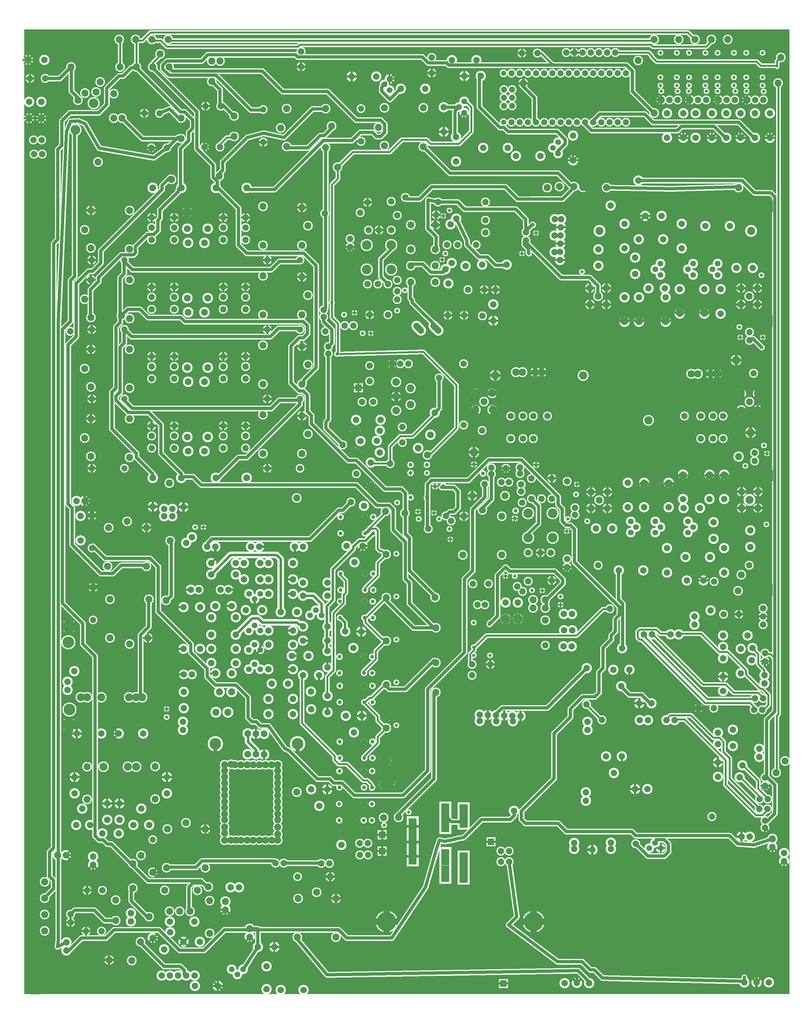
<source format=gbr>
%FSLAX34Y34*%
%MOMM*%
%LNCOPPER_TOP*%
G71*
G01*
%ADD10C,3.200*%
%ADD11C,3.000*%
%ADD12C,3.000*%
%ADD13C,2.800*%
%ADD14C,4.700*%
%ADD15C,1.800*%
%ADD16C,3.700*%
%ADD17C,7.800*%
%ADD18C,3.400*%
%ADD19C,3.100*%
%ADD20C,2.800*%
%ADD21C,2.800*%
%ADD22C,2.800*%
%ADD23C,2.600*%
%ADD24C,1.700*%
%ADD25C,1.800*%
%ADD26C,3.200*%
%ADD27C,3.800*%
%ADD28C,3.000*%
%ADD29C,3.200*%
%ADD30C,1.400*%
%ADD31C,2.000*%
%ADD32C,1.800*%
%ADD33C,3.300*%
%ADD34C,2.900*%
%ADD35C,2.700*%
%ADD36C,3.000*%
%ADD37C,4.800*%
%ADD38C,3.300*%
%ADD39C,3.400*%
%ADD40C,2.600*%
%ADD41C,2.000*%
%ADD42C,1.990*%
%ADD43C,1.600*%
%ADD44C,1.800*%
%ADD45C,3.300*%
%ADD46C,6.800*%
%ADD47C,4.400*%
%ADD48C,4.200*%
%ADD49C,5.200*%
%ADD50C,2.100*%
%ADD51C,2.700*%
%ADD52C,2.450*%
%ADD53C,4.800*%
%ADD54C,1.400*%
%ADD55C,0.733*%
%ADD56C,0.667*%
%ADD57C,3.345*%
%ADD58C,0.813*%
%ADD59C,6.067*%
%ADD60C,6.860*%
%ADD61C,1.403*%
%ADD62C,1.723*%
%ADD63C,1.380*%
%ADD64C,1.427*%
%ADD65C,1.033*%
%ADD66C,1.180*%
%ADD67C,1.220*%
%ADD68C,0.680*%
%ADD69C,0.767*%
%ADD70C,1.264*%
%ADD71C,1.507*%
%ADD72C,1.687*%
%ADD73C,1.447*%
%ADD74C,2.100*%
%ADD75C,1.967*%
%ADD76C,1.200*%
%ADD77C,0.700*%
%ADD78C,0.804*%
%ADD79C,0.672*%
%ADD80C,0.960*%
%ADD81C,2.017*%
%ADD82C,0.333*%
%ADD83C,2.748*%
%ADD84C,2.973*%
%ADD85C,0.833*%
%ADD86C,2.200*%
%ADD87C,2.134*%
%ADD88C,3.717*%
%ADD89C,0.433*%
%ADD90C,0.600*%
%ADD91C,3.419*%
%ADD92C,0.867*%
%ADD93C,0.400*%
%ADD94C,1.527*%
%ADD95C,2.000*%
%ADD96C,1.800*%
%ADD97C,2.200*%
%ADD98C,4.500*%
%ADD99C,1.000*%
%ADD100C,2.500*%
%ADD101C,7.000*%
%ADD102C,2.600*%
%ADD103C,2.300*%
%ADD104C,2.000*%
%ADD105C,2.000*%
%ADD106C,0.900*%
%ADD107C,1.000*%
%ADD108C,3.000*%
%ADD109C,2.200*%
%ADD110C,2.400*%
%ADD111C,1.200*%
%ADD112C,1.000*%
%ADD113C,2.100*%
%ADD114C,1.900*%
%ADD115C,2.200*%
%ADD116C,3.600*%
%ADD117C,2.100*%
%ADD118C,2.200*%
%ADD119C,0.800*%
%ADD120C,1.500*%
%ADD121C,0.790*%
%ADD122C,1.000*%
%ADD123C,6.000*%
%ADD124C,3.600*%
%ADD125C,4.000*%
%ADD126C,5.000*%
%ADD127C,1.300*%
%ADD128C,1.900*%
%ADD129C,1.650*%
%ADD130C,4.600*%
%ADD131C,0.600*%
%LPD*%
G36*
X-628650Y2584450D02*
X1751350Y2584450D01*
X1751350Y-415550D01*
X-628650Y-415550D01*
X-628650Y2584450D01*
G37*
%LPC*%
X1238195Y1903521D02*
G54D10*
D03*
X1238245Y1979771D02*
G54D10*
D03*
X1157201Y1900121D02*
G54D10*
D03*
X1157314Y1849140D02*
G54D10*
D03*
X1271501Y1874721D02*
G54D10*
D03*
X1271613Y1823740D02*
G54D10*
D03*
X1238211Y1674921D02*
G54D10*
D03*
X1238261Y1751171D02*
G54D10*
D03*
X1358932Y1931535D02*
G54D10*
D03*
X1282682Y1931585D02*
G54D10*
D03*
X1283891Y1751171D02*
G54D10*
D03*
X1283841Y1674921D02*
G54D10*
D03*
X1415994Y1903520D02*
G54D10*
D03*
X1416044Y1979770D02*
G54D10*
D03*
X1313326Y1779005D02*
G54D10*
D03*
X1410891Y1776571D02*
G54D10*
D03*
X1410841Y1700321D02*
G54D10*
D03*
X1487090Y1776571D02*
G54D10*
D03*
X1487040Y1700321D02*
G54D10*
D03*
X1537890Y1776571D02*
G54D10*
D03*
X1537840Y1700321D02*
G54D10*
D03*
X1637362Y1842616D02*
G54D10*
D03*
X1586382Y1842503D02*
G54D10*
D03*
X1565908Y1973339D02*
G54D10*
D03*
X1489658Y1973389D02*
G54D10*
D03*
X1350566Y1855946D02*
G54D11*
D03*
X1334666Y1838371D02*
G54D11*
D03*
X1350600Y1820755D02*
G54D11*
D03*
X1452166Y1855946D02*
G54D11*
D03*
X1436266Y1838371D02*
G54D11*
D03*
X1452200Y1820755D02*
G54D11*
D03*
X1528366Y1855946D02*
G54D11*
D03*
X1512466Y1838371D02*
G54D11*
D03*
X1528400Y1820755D02*
G54D11*
D03*
X1131466Y1779846D02*
G54D12*
D03*
X1182266Y1779846D02*
G54D12*
D03*
X1156866Y1754446D02*
G54D12*
D03*
X1182266Y1729046D02*
G54D12*
D03*
X1131466Y1729046D02*
G54D12*
D03*
X1601366Y1779846D02*
G54D12*
D03*
X1652166Y1779846D02*
G54D12*
D03*
X1626766Y1754446D02*
G54D12*
D03*
X1652166Y1729046D02*
G54D12*
D03*
X1601366Y1729046D02*
G54D12*
D03*
X1302892Y2004155D02*
G54D10*
D03*
X1353872Y2004268D02*
G54D10*
D03*
X1238211Y1674921D02*
G54D13*
D03*
X1113790Y2034540D02*
G54D14*
D03*
X1364126Y1779005D02*
G54D10*
D03*
X1366441Y1751171D02*
G54D10*
D03*
X1366391Y1674921D02*
G54D10*
D03*
X1195441Y2036321D02*
G54D10*
D03*
X1106666Y1830546D02*
G54D15*
D03*
X1283841Y1674921D02*
G54D13*
D03*
X1366391Y1674921D02*
G54D13*
D03*
X1410841Y1700321D02*
G54D13*
D03*
X1487040Y1700321D02*
G54D13*
D03*
X1673622Y2033746D02*
G54D14*
D03*
X1113790Y1675764D02*
G54D14*
D03*
X1672986Y1677352D02*
G54D14*
D03*
X1163816Y1957546D02*
G54D15*
D03*
X1160640Y1957546D02*
G54D16*
D03*
X1632365Y1957546D02*
G54D16*
D03*
X1246416Y1368305D02*
G54D17*
D03*
X1176566Y1508006D02*
G54D17*
D03*
X1109891Y1508005D02*
G54D18*
D03*
X1313091Y1368305D02*
G54D18*
D03*
X901016Y1518105D02*
G54D19*
D03*
X981016Y1518105D02*
G54D20*
D03*
X1446016Y1513105D02*
G54D20*
D03*
X1526016Y1513105D02*
G54D20*
D03*
X981016Y1518105D02*
G54D19*
D03*
X1446016Y1513105D02*
G54D19*
D03*
X1526016Y1513105D02*
G54D12*
D03*
X921016Y1518105D02*
G54D19*
D03*
X961016Y1518105D02*
G54D19*
D03*
X1466016Y1513106D02*
G54D19*
D03*
X1506016Y1513105D02*
G54D19*
D03*
X776591Y1401775D02*
G54D12*
D03*
X776591Y1452575D02*
G54D12*
D03*
X801991Y1427175D02*
G54D12*
D03*
X827391Y1452576D02*
G54D12*
D03*
X827391Y1401775D02*
G54D12*
D03*
X776591Y1400505D02*
G54D21*
D03*
X827391Y1400505D02*
G54D13*
D03*
X1602091Y1400505D02*
G54D12*
D03*
X1602091Y1451305D02*
G54D12*
D03*
X1627491Y1425905D02*
G54D12*
D03*
X1652891Y1451305D02*
G54D12*
D03*
X1652891Y1400505D02*
G54D12*
D03*
X1602091Y1400505D02*
G54D21*
D03*
X1652891Y1400505D02*
G54D13*
D03*
X1475548Y1311868D02*
G54D22*
D03*
X1475548Y1381718D02*
G54D22*
D03*
X1545398Y1311868D02*
G54D22*
D03*
X1545398Y1381718D02*
G54D22*
D03*
X1513648Y1381718D02*
G54D22*
D03*
X1513648Y1311868D02*
G54D22*
D03*
X1545399Y1311868D02*
G54D13*
D03*
X1545399Y1381718D02*
G54D13*
D03*
X884998Y1311868D02*
G54D22*
D03*
X884998Y1381718D02*
G54D22*
D03*
X954848Y1311868D02*
G54D22*
D03*
X954848Y1381718D02*
G54D22*
D03*
X923098Y1381718D02*
G54D22*
D03*
X923098Y1311868D02*
G54D22*
D03*
X954849Y1311868D02*
G54D13*
D03*
X954849Y1381718D02*
G54D13*
D03*
X1526016Y1513105D02*
G54D19*
D03*
X999299Y1381718D02*
G54D21*
D03*
X1424749Y1381718D02*
G54D21*
D03*
X1640291Y1514830D02*
G54D21*
D03*
X795741Y1337030D02*
G54D21*
D03*
X776591Y1451305D02*
G54D13*
D03*
X827391Y1451306D02*
G54D13*
D03*
X1602091Y1451305D02*
G54D13*
D03*
X1652891Y1451305D02*
G54D13*
D03*
X1652891Y1400505D02*
G54D13*
D03*
X1113790Y1197927D02*
G54D14*
D03*
X1673622Y1197134D02*
G54D14*
D03*
X1113790Y839152D02*
G54D14*
D03*
X1672986Y840740D02*
G54D14*
D03*
X1627365Y1120934D02*
G54D16*
D03*
X436766Y1838006D02*
G54D23*
D03*
X512966Y1838006D02*
G54D23*
D03*
X512966Y1914206D02*
G54D23*
D03*
X436766Y1914206D02*
G54D23*
D03*
X512878Y2049229D02*
G54D22*
D03*
X512878Y1960329D02*
G54D22*
D03*
X474778Y1960329D02*
G54D22*
D03*
X443028Y1960329D02*
G54D22*
D03*
X503234Y1697439D02*
G54D22*
D03*
X439735Y1792689D02*
G54D22*
D03*
X471484Y1792689D02*
G54D22*
D03*
X503234Y1792689D02*
G54D22*
D03*
G54D24*
X512966Y1914206D02*
X512966Y1901506D01*
X481216Y1869756D01*
X481216Y1814708D01*
X503234Y1792689D01*
X531717Y1804978D02*
G54D22*
D03*
X439734Y2046689D02*
G54D22*
D03*
X557328Y2061929D02*
G54D22*
D03*
X719756Y1914240D02*
G54D22*
D03*
X776906Y1914240D02*
G54D22*
D03*
X805606Y1990440D02*
G54D22*
D03*
X805606Y2047590D02*
G54D22*
D03*
X744556Y1848616D02*
G54D10*
D03*
X690604Y1794734D02*
G54D10*
D03*
X744556Y1848616D02*
G54D13*
D03*
X872332Y1852668D02*
G54D10*
D03*
X796082Y1852718D02*
G54D10*
D03*
X872332Y1852668D02*
G54D13*
D03*
X751506Y1774540D02*
G54D22*
D03*
X802306Y1774540D02*
G54D22*
D03*
X802306Y1774540D02*
G54D22*
D03*
X830913Y1678434D02*
G54D10*
D03*
X830801Y1729414D02*
G54D10*
D03*
X830913Y1678434D02*
G54D10*
D03*
X805606Y1952340D02*
G54D22*
D03*
X837356Y1774540D02*
G54D22*
D03*
X686736Y1914240D02*
G54D22*
D03*
X697656Y1977740D02*
G54D22*
D03*
G54D25*
X715687Y1995771D02*
X748456Y1926940D01*
X748456Y1914240D01*
X786556Y1876140D01*
X811956Y1876140D01*
X837356Y1850740D01*
X875456Y1850740D01*
X872332Y1852668D01*
X573960Y1976244D02*
G54D12*
D03*
X650160Y1976244D02*
G54D12*
D03*
X573960Y1900044D02*
G54D12*
D03*
X573960Y1849244D02*
G54D12*
D03*
X573960Y1798444D02*
G54D12*
D03*
X650160Y1900044D02*
G54D12*
D03*
X650160Y1849244D02*
G54D12*
D03*
X650160Y1798444D02*
G54D12*
D03*
X650160Y1976244D02*
G54D22*
D03*
X796411Y1693441D02*
G54D22*
D03*
X740191Y1695686D02*
G54D22*
D03*
X740191Y1695686D02*
G54D22*
D03*
X689391Y1695686D02*
G54D22*
D03*
G54D25*
X658416Y2047240D02*
X627705Y2054354D01*
X627705Y1965454D01*
X653105Y1940054D01*
X653105Y1895604D01*
X650161Y1896870D01*
G54D26*
X659575Y1647964D02*
X645433Y1662106D01*
G54D26*
X605600Y1647964D02*
X591458Y1662106D01*
X385366Y1932940D02*
G54D21*
D03*
X385366Y1907540D02*
G54D21*
D03*
X658416Y2047240D02*
G54D21*
D03*
X436766Y1914206D02*
G54D27*
D03*
X436766Y1838006D02*
G54D27*
D03*
X512966Y1838006D02*
G54D27*
D03*
X512966Y1914206D02*
G54D27*
D03*
G54D25*
X658854Y1655035D02*
X660876Y1652940D01*
X578326Y1735490D01*
X578326Y1741840D01*
X571976Y1748190D01*
X571976Y1798990D01*
X573961Y1798445D01*
X1015244Y1079804D02*
G54D23*
D03*
X939044Y1079804D02*
G54D23*
D03*
X939044Y1003604D02*
G54D23*
D03*
X1015244Y1003604D02*
G54D23*
D03*
X939132Y868581D02*
G54D22*
D03*
X939132Y957481D02*
G54D22*
D03*
X977232Y957481D02*
G54D22*
D03*
X1008982Y957481D02*
G54D22*
D03*
X1012276Y1188621D02*
G54D22*
D03*
X948776Y1188621D02*
G54D22*
D03*
X1012275Y1125121D02*
G54D22*
D03*
X980526Y1125121D02*
G54D22*
D03*
X948776Y1125121D02*
G54D22*
D03*
G54D24*
X939044Y1003604D02*
X939044Y1016304D01*
X970795Y1048054D01*
X970795Y1103102D01*
X948776Y1125121D01*
X920293Y1112832D02*
G54D22*
D03*
X1012276Y871121D02*
G54D22*
D03*
X1060294Y911845D02*
G54D21*
D03*
X1060294Y937245D02*
G54D21*
D03*
X1060294Y1178545D02*
G54D21*
D03*
X1015244Y1003604D02*
G54D27*
D03*
X1015244Y1079804D02*
G54D27*
D03*
X939044Y1079804D02*
G54D27*
D03*
X939044Y1003604D02*
G54D27*
D03*
X736036Y950223D02*
G54D12*
D03*
X739210Y1070873D02*
G54D12*
D03*
X856686Y950223D02*
G54D12*
D03*
X856686Y1070873D02*
G54D12*
D03*
X796361Y1090336D02*
G54D12*
D03*
X739210Y1070873D02*
G54D28*
D03*
X765057Y1134454D02*
G54D12*
D03*
X866657Y1134454D02*
G54D12*
D03*
X953957Y810314D02*
G54D12*
D03*
X953957Y784914D02*
G54D12*
D03*
X992057Y784914D02*
G54D12*
D03*
X992057Y746814D02*
G54D12*
D03*
X906552Y802308D02*
G54D10*
D03*
X906665Y751328D02*
G54D10*
D03*
X906552Y802308D02*
G54D22*
D03*
X906664Y751327D02*
G54D22*
D03*
X868452Y802308D02*
G54D10*
D03*
X868564Y751328D02*
G54D10*
D03*
X868452Y802308D02*
G54D22*
D03*
X868564Y751327D02*
G54D22*
D03*
X992057Y810314D02*
G54D12*
D03*
X803024Y1170264D02*
G54D22*
D03*
X765057Y1134454D02*
G54D12*
D03*
X573015Y1468753D02*
G54D29*
D03*
X573015Y1417953D02*
G54D29*
D03*
X528565Y1443354D02*
G54D29*
D03*
X528565Y1398903D02*
G54D29*
D03*
X528565Y1487803D02*
G54D29*
D03*
X541265Y1544953D02*
G54D22*
D03*
X515865Y1544953D02*
G54D22*
D03*
X566665Y1544953D02*
G54D22*
D03*
X480180Y1370328D02*
G54D10*
D03*
X403930Y1370378D02*
G54D10*
D03*
X401238Y1336068D02*
G54D10*
D03*
X477488Y1336018D02*
G54D10*
D03*
X417172Y1304592D02*
G54D10*
D03*
X468152Y1304704D02*
G54D10*
D03*
X446015Y1538691D02*
G54D22*
D03*
X446015Y1490891D02*
G54D22*
D03*
X449625Y1237066D02*
G54D10*
D03*
X449575Y1160816D02*
G54D10*
D03*
X509515Y1186004D02*
G54D22*
D03*
X509515Y1233803D02*
G54D22*
D03*
X422071Y1425847D02*
G54D22*
D03*
X457171Y1425848D02*
G54D22*
D03*
X547615Y1300303D02*
G54D22*
D03*
X547615Y1348104D02*
G54D22*
D03*
X401293Y1268421D02*
G54D10*
D03*
X477543Y1268371D02*
G54D10*
D03*
X648490Y1391998D02*
G54D10*
D03*
X401238Y1336068D02*
G54D22*
D03*
X401293Y1268422D02*
G54D22*
D03*
X509515Y1186004D02*
G54D22*
D03*
X449575Y1160816D02*
G54D22*
D03*
G54D30*
X509515Y1227453D02*
X510215Y1228723D01*
X503865Y1235073D01*
X446715Y1235074D01*
X449625Y1237066D01*
G36*
X424965Y1484023D02*
X424965Y1456023D01*
X396965Y1456023D01*
X396965Y1484023D01*
X424965Y1484023D01*
G37*
X623815Y1230542D02*
G54D31*
D03*
X623815Y1205142D02*
G54D32*
D03*
X573015Y1230541D02*
G54D32*
D03*
X573015Y1205141D02*
G54D31*
D03*
X623815Y1128941D02*
G54D32*
D03*
X573015Y1128941D02*
G54D32*
D03*
X625847Y1261307D02*
G54D12*
D03*
G54D30*
X648490Y1391998D02*
X649215Y1389291D01*
X579365Y1319441D01*
X541265Y1319441D01*
X509515Y1287691D01*
X509515Y1236892D01*
X509515Y1233803D01*
X628011Y1031333D02*
G54D21*
D03*
X573015Y1230541D02*
G54D31*
D03*
X623815Y1128941D02*
G54D31*
D03*
X573015Y1128941D02*
G54D31*
D03*
X1673566Y550483D02*
G54D10*
D03*
X1673566Y575983D02*
G54D10*
D03*
X-161976Y1281854D02*
G54D22*
D03*
X-231826Y1281854D02*
G54D22*
D03*
X-161976Y1351704D02*
G54D22*
D03*
X-231826Y1351704D02*
G54D22*
D03*
X-231826Y1319954D02*
G54D22*
D03*
X-161976Y1319954D02*
G54D22*
D03*
X-118568Y1273083D02*
G54D33*
D03*
X-67586Y1273195D02*
G54D33*
D03*
X60274Y1281854D02*
G54D22*
D03*
X-9576Y1281854D02*
G54D22*
D03*
X60274Y1351704D02*
G54D22*
D03*
X-9576Y1351704D02*
G54D22*
D03*
X-9576Y1319954D02*
G54D22*
D03*
X60274Y1319954D02*
G54D22*
D03*
X-57503Y1317181D02*
G54D10*
D03*
X-57616Y1368161D02*
G54D10*
D03*
X-121003Y1317181D02*
G54D10*
D03*
X-121116Y1368161D02*
G54D10*
D03*
X60274Y1351704D02*
G54D13*
D03*
X-9576Y1351704D02*
G54D13*
D03*
X-57616Y1368162D02*
G54D34*
D03*
X-121116Y1368162D02*
G54D13*
D03*
X-161976Y1351704D02*
G54D13*
D03*
X-231826Y1351704D02*
G54D13*
D03*
X-121003Y1317181D02*
G54D33*
D03*
X-121116Y1368161D02*
G54D33*
D03*
X-57616Y1368161D02*
G54D33*
D03*
X-57503Y1317181D02*
G54D33*
D03*
X114487Y1386146D02*
G54D12*
D03*
X235137Y1382972D02*
G54D12*
D03*
X114487Y1265496D02*
G54D12*
D03*
X235137Y1265496D02*
G54D12*
D03*
X253950Y1325821D02*
G54D12*
D03*
X127994Y1219216D02*
G54D35*
D03*
X229594Y1219217D02*
G54D35*
D03*
X235137Y1382972D02*
G54D12*
D03*
X-300508Y1253408D02*
G54D12*
D03*
X-421158Y1256582D02*
G54D12*
D03*
X-300508Y1374058D02*
G54D12*
D03*
X-421158Y1374058D02*
G54D12*
D03*
X-439970Y1313733D02*
G54D12*
D03*
X-421157Y1256582D02*
G54D12*
D03*
X-421158Y1374058D02*
G54D12*
D03*
X-418106Y1219216D02*
G54D35*
D03*
X-316506Y1219217D02*
G54D35*
D03*
X127994Y1219216D02*
G54D22*
D03*
X-418106Y1219216D02*
G54D22*
D03*
X-161976Y1497754D02*
G54D22*
D03*
X-231826Y1497754D02*
G54D22*
D03*
X-161976Y1567604D02*
G54D22*
D03*
X-231826Y1567604D02*
G54D22*
D03*
X-231826Y1535854D02*
G54D22*
D03*
X-161976Y1535854D02*
G54D22*
D03*
X-118568Y1488983D02*
G54D33*
D03*
X-67586Y1489095D02*
G54D33*
D03*
X60274Y1497754D02*
G54D22*
D03*
X-9576Y1497754D02*
G54D22*
D03*
X60274Y1567604D02*
G54D22*
D03*
X-9576Y1567604D02*
G54D22*
D03*
X-9576Y1535854D02*
G54D22*
D03*
X60274Y1535854D02*
G54D22*
D03*
X-57503Y1533081D02*
G54D10*
D03*
X-57616Y1584062D02*
G54D10*
D03*
X-121003Y1533081D02*
G54D10*
D03*
X-121116Y1584061D02*
G54D10*
D03*
X60274Y1567604D02*
G54D13*
D03*
X-9576Y1567604D02*
G54D13*
D03*
X-57616Y1584062D02*
G54D34*
D03*
X-121116Y1584062D02*
G54D13*
D03*
X-161976Y1567604D02*
G54D13*
D03*
X-231826Y1567604D02*
G54D13*
D03*
X-121003Y1533081D02*
G54D33*
D03*
X-121116Y1584061D02*
G54D33*
D03*
X-57616Y1584062D02*
G54D33*
D03*
X-57503Y1533081D02*
G54D33*
D03*
X114487Y1602046D02*
G54D12*
D03*
X235137Y1598872D02*
G54D12*
D03*
X114487Y1481396D02*
G54D12*
D03*
X235137Y1481396D02*
G54D12*
D03*
X253950Y1541721D02*
G54D12*
D03*
X127994Y1435116D02*
G54D35*
D03*
X229594Y1435117D02*
G54D35*
D03*
X235137Y1598872D02*
G54D12*
D03*
X-300508Y1469308D02*
G54D12*
D03*
X-421158Y1472482D02*
G54D12*
D03*
X-300508Y1589958D02*
G54D12*
D03*
X-421158Y1589958D02*
G54D12*
D03*
X-439970Y1529633D02*
G54D12*
D03*
X-421157Y1472481D02*
G54D12*
D03*
X-421158Y1589958D02*
G54D12*
D03*
X-418106Y1435116D02*
G54D35*
D03*
X-316506Y1435117D02*
G54D35*
D03*
X127994Y1435116D02*
G54D22*
D03*
X-418106Y1435116D02*
G54D22*
D03*
X-161976Y1713654D02*
G54D22*
D03*
X-231826Y1713654D02*
G54D22*
D03*
X-161976Y1783504D02*
G54D22*
D03*
X-231826Y1783504D02*
G54D22*
D03*
X-231826Y1751754D02*
G54D22*
D03*
X-161976Y1751754D02*
G54D22*
D03*
X-118568Y1704883D02*
G54D33*
D03*
X-67586Y1704995D02*
G54D33*
D03*
X60274Y1713654D02*
G54D22*
D03*
X-9576Y1713654D02*
G54D22*
D03*
X60274Y1783504D02*
G54D22*
D03*
X-9576Y1783504D02*
G54D22*
D03*
X-9576Y1751754D02*
G54D22*
D03*
X60274Y1751754D02*
G54D22*
D03*
X-57503Y1748981D02*
G54D10*
D03*
X-57616Y1799962D02*
G54D10*
D03*
X-121003Y1748981D02*
G54D10*
D03*
X-121116Y1799962D02*
G54D10*
D03*
X60274Y1783504D02*
G54D13*
D03*
X-9576Y1783504D02*
G54D13*
D03*
X-57616Y1799962D02*
G54D34*
D03*
X-121116Y1799962D02*
G54D13*
D03*
X-161976Y1783504D02*
G54D13*
D03*
X-231826Y1783504D02*
G54D13*
D03*
X-121003Y1748981D02*
G54D33*
D03*
X-121116Y1799962D02*
G54D33*
D03*
X-57616Y1799962D02*
G54D33*
D03*
X-57503Y1748981D02*
G54D33*
D03*
X114487Y1817946D02*
G54D12*
D03*
X235137Y1814772D02*
G54D12*
D03*
X114487Y1697296D02*
G54D12*
D03*
X235137Y1697296D02*
G54D12*
D03*
X253950Y1757621D02*
G54D12*
D03*
X127994Y1651016D02*
G54D35*
D03*
X229594Y1651016D02*
G54D35*
D03*
X235137Y1814772D02*
G54D12*
D03*
X-300508Y1685208D02*
G54D12*
D03*
X-421158Y1688382D02*
G54D12*
D03*
X-300508Y1805858D02*
G54D12*
D03*
X-421158Y1805858D02*
G54D12*
D03*
X-439970Y1745533D02*
G54D12*
D03*
X-421157Y1688382D02*
G54D12*
D03*
X-421158Y1805858D02*
G54D12*
D03*
X-418106Y1651016D02*
G54D35*
D03*
X-316506Y1651016D02*
G54D35*
D03*
X127994Y1651016D02*
G54D22*
D03*
X-418106Y1651016D02*
G54D22*
D03*
X-161976Y1929554D02*
G54D22*
D03*
X-231826Y1929554D02*
G54D22*
D03*
X-161976Y1999404D02*
G54D22*
D03*
X-231826Y1999404D02*
G54D22*
D03*
X-231826Y1967654D02*
G54D22*
D03*
X-161976Y1967654D02*
G54D22*
D03*
X-118568Y1920783D02*
G54D33*
D03*
X-67586Y1920895D02*
G54D33*
D03*
X60274Y1929554D02*
G54D22*
D03*
X-9576Y1929554D02*
G54D22*
D03*
X60274Y1999404D02*
G54D22*
D03*
X-9576Y1999404D02*
G54D22*
D03*
X-9576Y1967654D02*
G54D22*
D03*
X60274Y1967654D02*
G54D22*
D03*
X-57503Y1964881D02*
G54D10*
D03*
X-57616Y2015862D02*
G54D10*
D03*
X-121003Y1964881D02*
G54D10*
D03*
X-121116Y2015861D02*
G54D10*
D03*
X60274Y1999404D02*
G54D13*
D03*
X-9576Y1999404D02*
G54D13*
D03*
X-57616Y2015862D02*
G54D34*
D03*
X-121116Y2015862D02*
G54D13*
D03*
X-161976Y1999404D02*
G54D13*
D03*
X-231826Y1999404D02*
G54D13*
D03*
X-121003Y1964881D02*
G54D33*
D03*
X-121116Y2015861D02*
G54D33*
D03*
X-57616Y2015861D02*
G54D33*
D03*
X-57503Y1964881D02*
G54D33*
D03*
X114487Y2033846D02*
G54D12*
D03*
X235137Y2030672D02*
G54D12*
D03*
X114487Y1913196D02*
G54D12*
D03*
X235137Y1913196D02*
G54D12*
D03*
X253950Y1973521D02*
G54D12*
D03*
X127994Y1866916D02*
G54D35*
D03*
X229594Y1866916D02*
G54D35*
D03*
X235137Y2030672D02*
G54D12*
D03*
X-300508Y1901108D02*
G54D12*
D03*
X-421158Y1904282D02*
G54D12*
D03*
X-300508Y2021758D02*
G54D12*
D03*
X-421158Y2021758D02*
G54D12*
D03*
X-439970Y1961433D02*
G54D12*
D03*
X-421157Y1904282D02*
G54D12*
D03*
X-421158Y2021758D02*
G54D12*
D03*
X-418106Y1866916D02*
G54D35*
D03*
X-316506Y1866916D02*
G54D35*
D03*
X127994Y1866916D02*
G54D22*
D03*
X-418106Y1866916D02*
G54D22*
D03*
X63148Y1190181D02*
G54D33*
D03*
X63148Y1190181D02*
G54D33*
D03*
X-32102Y1190181D02*
G54D33*
D03*
X-32102Y1190181D02*
G54D33*
D03*
X-140052Y1190181D02*
G54D33*
D03*
X-140052Y1190181D02*
G54D33*
D03*
X-228952Y1190181D02*
G54D33*
D03*
X-228952Y1190181D02*
G54D33*
D03*
G54D25*
X-32102Y1190182D02*
X-25753Y1190180D01*
X37747Y1253680D01*
X63147Y1253680D01*
X228247Y1418780D01*
X228247Y1431480D01*
X229594Y1435116D01*
G54D25*
X-316506Y1435116D02*
X-317853Y1431480D01*
X-292453Y1406080D01*
X139347Y1406080D01*
X164747Y1431480D01*
X228247Y1431480D01*
X229594Y1435116D01*
G54D25*
X-140052Y1190182D02*
X-140053Y1190180D01*
X-140053Y1202880D01*
X-203553Y1266380D01*
X-203553Y1355280D01*
X-241653Y1393380D01*
X-305153Y1393380D01*
X-343253Y1431480D01*
X-343253Y1444180D01*
X-330553Y1456880D01*
X-330553Y1596580D01*
X-317853Y1609280D01*
X-317853Y1647380D01*
X-316506Y1651016D01*
G54D25*
X-228952Y1190182D02*
X-228953Y1190180D01*
X-228953Y1202880D01*
X-279753Y1253680D01*
X-279753Y1266380D01*
X-355953Y1342580D01*
X-355953Y1456880D01*
X-343253Y1469580D01*
X-343254Y1660080D01*
X-330553Y1672780D01*
X-330553Y1812480D01*
X-317853Y1825180D01*
X-317853Y1863280D01*
X-316506Y1866916D01*
G54D25*
X-316506Y1866916D02*
X-317853Y1863280D01*
X-292453Y1837880D01*
X139347Y1837880D01*
X164747Y1863280D01*
X228247Y1863280D01*
X229594Y1866916D01*
X63148Y2091881D02*
G54D33*
D03*
X63148Y2091881D02*
G54D33*
D03*
X-32102Y2091881D02*
G54D33*
D03*
X-32102Y2091881D02*
G54D33*
D03*
X-140052Y2091881D02*
G54D33*
D03*
X-140052Y2091881D02*
G54D33*
D03*
X-228952Y2091881D02*
G54D33*
D03*
X-228952Y2091881D02*
G54D33*
D03*
G54D25*
X-32102Y2091882D02*
X-25753Y2091880D01*
X37747Y2028380D01*
X37747Y1914080D01*
X63147Y1888680D01*
X240947Y1888680D01*
X279047Y1850580D01*
X279047Y1533080D01*
X240947Y1494980D01*
X240947Y1482280D01*
X235137Y1481396D01*
X-485588Y1645351D02*
G54D21*
D03*
X308162Y1645351D02*
G54D21*
D03*
X920114Y1615440D02*
G54D14*
D03*
X929640Y2088514D02*
G54D14*
D03*
X929639Y2088515D02*
G54D14*
D03*
X380364Y1615440D02*
G54D14*
D03*
X367664Y2085340D02*
G54D14*
D03*
X-240689Y812665D02*
G54D12*
D03*
X-243863Y692015D02*
G54D12*
D03*
X-361338Y812665D02*
G54D12*
D03*
X-361338Y692015D02*
G54D12*
D03*
X-301014Y673202D02*
G54D12*
D03*
X-368888Y914534D02*
G54D12*
D03*
X-365714Y1035184D02*
G54D12*
D03*
X-248238Y914534D02*
G54D12*
D03*
X-248239Y1035184D02*
G54D12*
D03*
X-308564Y1054472D02*
G54D12*
D03*
X-413968Y849958D02*
G54D35*
D03*
X-413968Y748358D02*
G54D35*
D03*
X-413968Y849958D02*
G54D22*
D03*
X-413968Y849958D02*
G54D12*
D03*
X-417766Y1073154D02*
G54D35*
D03*
X-417766Y971553D02*
G54D35*
D03*
X-417766Y1073154D02*
G54D22*
D03*
X-417766Y1073154D02*
G54D12*
D03*
X-243863Y692015D02*
G54D12*
D03*
X-248239Y1035184D02*
G54D12*
D03*
X-365714Y1035184D02*
G54D12*
D03*
X-248239Y1035184D02*
G54D12*
D03*
X-269478Y1120934D02*
G54D14*
D03*
X683022Y1120934D02*
G54D14*
D03*
X-269478Y222409D02*
G54D14*
D03*
X683022Y219234D02*
G54D14*
D03*
X767077Y860614D02*
G54D22*
D03*
X814877Y860614D02*
G54D22*
D03*
X767077Y860615D02*
G54D22*
D03*
X1675673Y645024D02*
G54D21*
D03*
X1675674Y619624D02*
G54D21*
D03*
X1675673Y257674D02*
G54D21*
D03*
X1675674Y232274D02*
G54D21*
D03*
X1644489Y503774D02*
G54D21*
D03*
X1669889Y503774D02*
G54D21*
D03*
X649055Y818433D02*
G54D36*
D03*
X652230Y723183D02*
G54D36*
D03*
X652230Y615233D02*
G54D36*
D03*
X652230Y523158D02*
G54D36*
D03*
X221660Y362695D02*
G54D37*
D03*
X-34040Y362595D02*
G54D37*
D03*
X66686Y394520D02*
G54D38*
D03*
X92060Y394395D02*
G54D38*
D03*
X117504Y394420D02*
G54D38*
D03*
X314766Y460779D02*
G54D10*
D03*
X314591Y511771D02*
G54D10*
D03*
X16836Y524645D02*
G54D39*
D03*
X-32564Y460545D02*
G54D39*
D03*
X5436Y460545D02*
G54D39*
D03*
X-21264Y524645D02*
G54D39*
D03*
X-132440Y473795D02*
G54D10*
D03*
X-132564Y524712D02*
G54D10*
D03*
X131086Y502370D02*
G54D10*
D03*
X207336Y502320D02*
G54D10*
D03*
X-135014Y405670D02*
G54D10*
D03*
X-135014Y431170D02*
G54D10*
D03*
X131086Y454745D02*
G54D10*
D03*
X207335Y454695D02*
G54D10*
D03*
X105686Y873845D02*
G54D10*
D03*
X54769Y873720D02*
G54D10*
D03*
X70760Y829395D02*
G54D11*
D03*
X88336Y813495D02*
G54D11*
D03*
X105952Y829430D02*
G54D11*
D03*
X77110Y975445D02*
G54D10*
D03*
X102536Y975495D02*
G54D10*
D03*
X131086Y829395D02*
G54D10*
D03*
X207260Y829395D02*
G54D10*
D03*
X-46714Y889720D02*
G54D10*
D03*
X29536Y889670D02*
G54D10*
D03*
X112036Y778595D02*
G54D10*
D03*
X61119Y778470D02*
G54D10*
D03*
X105686Y715095D02*
G54D11*
D03*
X88086Y730995D02*
G54D11*
D03*
X70494Y715060D02*
G54D11*
D03*
X106060Y654695D02*
G54D40*
D03*
X88086Y670670D02*
G54D11*
D03*
X70494Y654735D02*
G54D11*
D03*
X131086Y715095D02*
G54D10*
D03*
X207260Y715095D02*
G54D10*
D03*
X105685Y594395D02*
G54D11*
D03*
X88086Y610345D02*
G54D11*
D03*
X70494Y594410D02*
G54D11*
D03*
X-46714Y657945D02*
G54D10*
D03*
X29536Y657895D02*
G54D10*
D03*
X-46506Y613766D02*
G54D10*
D03*
X29744Y613716D02*
G54D10*
D03*
X131086Y594445D02*
G54D10*
D03*
X207360Y594395D02*
G54D10*
D03*
X192406Y549655D02*
G54D10*
D03*
X141490Y549530D02*
G54D10*
D03*
X131086Y670645D02*
G54D10*
D03*
X207336Y670595D02*
G54D10*
D03*
X288361Y575795D02*
G54D29*
D03*
X263377Y524863D02*
G54D29*
D03*
X238478Y575910D02*
G54D29*
D03*
X296186Y762720D02*
G54D11*
D03*
X278385Y778520D02*
G54D11*
D03*
X260995Y762685D02*
G54D11*
D03*
X-59414Y975445D02*
G54D10*
D03*
X-33840Y975395D02*
G54D10*
D03*
X239036Y864320D02*
G54D10*
D03*
X315286Y864270D02*
G54D10*
D03*
X239036Y823045D02*
G54D10*
D03*
X315286Y822995D02*
G54D10*
D03*
X219986Y772245D02*
G54D10*
D03*
X169069Y772120D02*
G54D10*
D03*
G54D41*
X296186Y762720D02*
X296186Y797645D01*
X270786Y823045D01*
X239036Y823045D01*
X239036Y727795D02*
G54D10*
D03*
X315286Y727745D02*
G54D10*
D03*
X315186Y600770D02*
G54D10*
D03*
X315073Y651750D02*
G54D10*
D03*
X315235Y683345D02*
G54D10*
D03*
X238960Y683395D02*
G54D10*
D03*
X-110164Y842120D02*
G54D10*
D03*
X-85302Y841808D02*
G54D11*
D03*
X-81640Y657945D02*
G54D10*
D03*
X-132614Y657795D02*
G54D10*
D03*
X-46714Y702395D02*
G54D10*
D03*
X29536Y702345D02*
G54D10*
D03*
G54D41*
X239036Y734145D02*
X226336Y734145D01*
X219986Y740495D01*
X112036Y740495D01*
X99336Y753195D01*
X80286Y753195D01*
X67586Y740495D01*
X29486Y702395D01*
X16786Y581745D02*
G54D10*
D03*
X-34190Y581595D02*
G54D10*
D03*
X-106614Y578595D02*
G54D11*
D03*
X-131914Y578895D02*
G54D11*
D03*
X-81640Y788120D02*
G54D10*
D03*
X-132614Y788020D02*
G54D10*
D03*
X239036Y975445D02*
G54D10*
D03*
X213560Y975445D02*
G54D10*
D03*
X-46714Y756370D02*
G54D10*
D03*
X29536Y756320D02*
G54D10*
D03*
X16760Y791320D02*
G54D10*
D03*
X-34140Y791120D02*
G54D10*
D03*
X-18140Y842095D02*
G54D11*
D03*
X6760Y841795D02*
G54D11*
D03*
X131086Y873845D02*
G54D10*
D03*
X207260Y873845D02*
G54D10*
D03*
X131086Y924645D02*
G54D10*
D03*
X207260Y924695D02*
G54D10*
D03*
X-46740Y924695D02*
G54D10*
D03*
X29461Y924695D02*
G54D10*
D03*
X105686Y924645D02*
G54D10*
D03*
X54769Y924520D02*
G54D10*
D03*
G54D41*
X169186Y772245D02*
X169186Y937345D01*
X156486Y950045D01*
X13610Y950045D01*
X-46714Y889720D01*
X204386Y636030D02*
G54D10*
D03*
X255366Y636142D02*
G54D10*
D03*
X264485Y470570D02*
G54D10*
D03*
X117560Y330095D02*
G54D38*
D03*
X92260Y330295D02*
G54D38*
D03*
X66773Y330226D02*
G54D38*
D03*
G54D42*
X67586Y394420D02*
X67586Y369020D01*
X92986Y343620D01*
X92986Y330920D01*
X454810Y318784D02*
G54D32*
D03*
X429410Y318784D02*
G54D32*
D03*
X454810Y369584D02*
G54D32*
D03*
X429410Y369584D02*
G54D32*
D03*
X353210Y318784D02*
G54D31*
D03*
X353210Y369584D02*
G54D32*
D03*
X497419Y309900D02*
G54D12*
D03*
X497419Y411500D02*
G54D12*
D03*
X495435Y309900D02*
G54D12*
D03*
X454810Y492218D02*
G54D32*
D03*
X429410Y492219D02*
G54D32*
D03*
X454810Y543018D02*
G54D32*
D03*
X429410Y543018D02*
G54D32*
D03*
X353210Y492218D02*
G54D32*
D03*
X353210Y543018D02*
G54D32*
D03*
X421710Y449589D02*
G54D29*
D03*
X396727Y398656D02*
G54D29*
D03*
X371828Y449703D02*
G54D29*
D03*
X457192Y841469D02*
G54D32*
D03*
X431792Y841468D02*
G54D32*
D03*
X457192Y892268D02*
G54D32*
D03*
X431792Y892268D02*
G54D32*
D03*
X355592Y841468D02*
G54D32*
D03*
X355592Y892268D02*
G54D32*
D03*
X457192Y1016887D02*
G54D32*
D03*
X431792Y1016887D02*
G54D32*
D03*
X457192Y1067688D02*
G54D32*
D03*
X431792Y1067687D02*
G54D32*
D03*
X355592Y1016888D02*
G54D32*
D03*
X355592Y1067687D02*
G54D32*
D03*
X424092Y978226D02*
G54D29*
D03*
X399108Y927294D02*
G54D29*
D03*
X374209Y978340D02*
G54D29*
D03*
X420123Y711923D02*
G54D29*
D03*
X395140Y660991D02*
G54D29*
D03*
X370240Y712038D02*
G54D29*
D03*
X455604Y754950D02*
G54D32*
D03*
X430204Y754950D02*
G54D32*
D03*
X455604Y805750D02*
G54D32*
D03*
X430204Y805750D02*
G54D32*
D03*
X354004Y754950D02*
G54D32*
D03*
X354004Y805750D02*
G54D32*
D03*
X454017Y582706D02*
G54D32*
D03*
X428617Y582706D02*
G54D32*
D03*
X454017Y633506D02*
G54D32*
D03*
X428617Y633506D02*
G54D32*
D03*
X352417Y582706D02*
G54D32*
D03*
X352417Y633506D02*
G54D32*
D03*
G54D43*
X457191Y1016887D02*
X458110Y1019895D01*
X432710Y994495D01*
X413661Y994495D01*
X394610Y975445D01*
X394610Y969095D01*
X331110Y905595D01*
X331110Y810345D01*
X312060Y791295D01*
X312060Y651595D01*
X315074Y651751D01*
G54D43*
X354004Y754950D02*
X356510Y753195D01*
X369210Y740495D01*
X369210Y715095D01*
X370240Y712037D01*
X497419Y445235D02*
G54D12*
D03*
X497419Y546835D02*
G54D12*
D03*
X497419Y445235D02*
G54D12*
D03*
X497816Y581363D02*
G54D12*
D03*
X497816Y682963D02*
G54D12*
D03*
X497816Y581363D02*
G54D12*
D03*
X497816Y715904D02*
G54D12*
D03*
X497816Y817504D02*
G54D12*
D03*
X497816Y715904D02*
G54D12*
D03*
X496626Y850444D02*
G54D12*
D03*
X496626Y952044D02*
G54D12*
D03*
X496626Y850444D02*
G54D12*
D03*
X495038Y983794D02*
G54D12*
D03*
X495038Y1085394D02*
G54D12*
D03*
X495038Y983794D02*
G54D12*
D03*
G54D30*
X497420Y411501D02*
X496210Y410295D01*
X470810Y384895D01*
X470810Y365845D01*
X426360Y321395D01*
X429410Y318784D01*
G54D30*
X497420Y546835D02*
X496210Y549995D01*
X451760Y505545D01*
X445410Y505545D01*
X432710Y492845D01*
X426360Y492845D01*
X429410Y492219D01*
G54D30*
X497816Y682963D02*
X496210Y683345D01*
X464460Y651595D01*
X464460Y626195D01*
X426360Y588095D01*
X426360Y581745D01*
X428616Y582706D01*
G54D30*
X497816Y817504D02*
X496210Y816695D01*
X432711Y753195D01*
X430204Y754950D01*
G54D30*
X496626Y952044D02*
X496210Y950045D01*
X470810Y924645D01*
X470810Y886545D01*
X432710Y848445D01*
X432710Y842095D01*
X431792Y841469D01*
G54D30*
X495039Y1085394D02*
X496211Y1083395D01*
X432710Y1019895D01*
X431792Y1016887D01*
G54D30*
X429410Y492219D02*
X426360Y492845D01*
X470811Y448395D01*
X470810Y435695D01*
X496210Y410295D01*
X497420Y411501D01*
G54D30*
X497816Y682963D02*
X496210Y683345D01*
X489860Y689695D01*
X483510Y689695D01*
X432711Y740495D01*
X432711Y753195D01*
X430204Y754950D01*
G54D30*
X496626Y952044D02*
X496210Y950045D01*
X483510Y962745D01*
X477160Y962745D01*
X470810Y969095D01*
X470810Y1026245D01*
X464460Y1032595D01*
X451760Y1032595D01*
X439060Y1019895D01*
X432710Y1019895D01*
X431792Y1016887D01*
X353210Y369584D02*
G54D31*
D03*
X429410Y318784D02*
G54D31*
D03*
X454810Y318784D02*
G54D31*
D03*
X429410Y369584D02*
G54D31*
D03*
X454810Y369584D02*
G54D31*
D03*
X353210Y492218D02*
G54D31*
D03*
X353210Y543018D02*
G54D31*
D03*
X429410Y492219D02*
G54D31*
D03*
X454810Y492218D02*
G54D31*
D03*
X454810Y543018D02*
G54D31*
D03*
X429410Y543018D02*
G54D31*
D03*
X428617Y582706D02*
G54D31*
D03*
X454017Y582706D02*
G54D31*
D03*
X454017Y633506D02*
G54D31*
D03*
X428617Y633506D02*
G54D31*
D03*
X352417Y582706D02*
G54D31*
D03*
X352417Y633506D02*
G54D31*
D03*
X354004Y754950D02*
G54D31*
D03*
X430204Y754950D02*
G54D31*
D03*
X354004Y805750D02*
G54D31*
D03*
X430204Y805750D02*
G54D31*
D03*
X455604Y805750D02*
G54D31*
D03*
X455604Y754950D02*
G54D31*
D03*
X355592Y841468D02*
G54D31*
D03*
X355592Y892268D02*
G54D31*
D03*
X431792Y841468D02*
G54D31*
D03*
X457192Y841469D02*
G54D31*
D03*
X457192Y892268D02*
G54D31*
D03*
X431792Y892268D02*
G54D31*
D03*
X355592Y1016888D02*
G54D31*
D03*
X355592Y1067687D02*
G54D31*
D03*
X431792Y1016887D02*
G54D31*
D03*
X457192Y1016887D02*
G54D31*
D03*
X457192Y1067688D02*
G54D31*
D03*
X431792Y1067687D02*
G54D31*
D03*
X420123Y711923D02*
G54D29*
D03*
X424092Y978226D02*
G54D29*
D03*
X452826Y125111D02*
G54D32*
D03*
X427426Y125111D02*
G54D32*
D03*
X452826Y175911D02*
G54D32*
D03*
X427426Y175911D02*
G54D32*
D03*
X351226Y125111D02*
G54D31*
D03*
X351226Y175911D02*
G54D32*
D03*
X351226Y175911D02*
G54D31*
D03*
X427426Y125111D02*
G54D31*
D03*
X452826Y125111D02*
G54D31*
D03*
X427426Y175911D02*
G54D31*
D03*
X452826Y175911D02*
G54D31*
D03*
X314157Y220989D02*
G54D29*
D03*
X289174Y170056D02*
G54D29*
D03*
X264275Y221103D02*
G54D29*
D03*
X489574Y234600D02*
G54D12*
D03*
X489574Y133001D02*
G54D12*
D03*
X491558Y234601D02*
G54D12*
D03*
X535612Y235791D02*
G54D12*
D03*
X535612Y134191D02*
G54D12*
D03*
X537596Y235791D02*
G54D12*
D03*
X453620Y227505D02*
G54D32*
D03*
X428220Y227505D02*
G54D32*
D03*
X453620Y278305D02*
G54D32*
D03*
X428220Y278305D02*
G54D32*
D03*
X352020Y227504D02*
G54D31*
D03*
X352019Y278305D02*
G54D32*
D03*
X352019Y278305D02*
G54D31*
D03*
X428220Y227505D02*
G54D31*
D03*
X453620Y227505D02*
G54D31*
D03*
X428220Y278305D02*
G54D31*
D03*
X453620Y278305D02*
G54D31*
D03*
G54D30*
X453620Y227504D02*
X450967Y223764D01*
X450967Y236464D01*
X438267Y249164D01*
X425567Y249164D01*
X374767Y299964D01*
X349367Y299964D01*
X336667Y312664D01*
X336667Y325364D01*
X235067Y426964D01*
X235067Y579364D01*
X238478Y575910D01*
X219120Y1127427D02*
G54D36*
D03*
X219120Y213027D02*
G54D36*
D03*
X26755Y297733D02*
G54D12*
D03*
X160105Y164383D02*
G54D12*
D03*
X160105Y183433D02*
G54D12*
D03*
X160105Y202483D02*
G54D12*
D03*
X160105Y221533D02*
G54D12*
D03*
X160105Y240583D02*
G54D12*
D03*
X160105Y259633D02*
G54D12*
D03*
X160105Y278683D02*
G54D12*
D03*
X160105Y297733D02*
G54D12*
D03*
X160105Y145333D02*
G54D12*
D03*
X160105Y126283D02*
G54D12*
D03*
X160105Y126283D02*
G54D12*
D03*
X64855Y297733D02*
G54D12*
D03*
X83905Y297733D02*
G54D12*
D03*
X102955Y297733D02*
G54D12*
D03*
X122005Y297733D02*
G54D12*
D03*
X141055Y297733D02*
G54D12*
D03*
X45805Y297733D02*
G54D12*
D03*
X26755Y297733D02*
G54D12*
D03*
X160105Y297733D02*
G54D12*
D03*
X-174580Y994077D02*
G54D12*
D03*
G54D25*
X652230Y723183D02*
X645880Y723183D01*
X569680Y799383D01*
X569680Y862883D01*
X556980Y875583D01*
X556980Y989883D01*
X518880Y1027983D01*
X518880Y1091483D01*
X506180Y1104183D01*
X468080Y1104183D01*
X404580Y1167683D01*
X-78020Y1167683D01*
X-103420Y1193083D01*
X-141520Y1193083D01*
X-140052Y1190181D01*
G54D25*
X649055Y818433D02*
X645880Y824783D01*
X569680Y900983D01*
X569680Y1002583D01*
X556980Y1015283D01*
X556980Y1142283D01*
X544280Y1154983D01*
X493480Y1154983D01*
X404580Y1243883D01*
X379180Y1243883D01*
X264880Y1358183D01*
X264880Y1383583D01*
X252180Y1396283D01*
X252180Y1447083D01*
X239480Y1459783D01*
X226780Y1459783D01*
X201380Y1485183D01*
X201380Y1599483D01*
X226780Y1624883D01*
X239480Y1624883D01*
X252180Y1637583D01*
X252180Y1662983D01*
X239480Y1675683D01*
X-128820Y1675683D01*
X-141520Y1688383D01*
X-243120Y1688383D01*
X-268520Y1713783D01*
X-306620Y1713783D01*
X-325670Y1694733D01*
X555036Y1079634D02*
G54D12*
D03*
G54D25*
X497816Y817504D02*
X493480Y812083D01*
X582380Y723183D01*
X645880Y723183D01*
X652230Y723183D01*
G54D25*
X497419Y546835D02*
X493480Y545383D01*
X506180Y532683D01*
X556980Y532683D01*
X645880Y621583D01*
X652230Y615233D01*
G54D25*
X535612Y134191D02*
X531580Y138983D01*
X645880Y253283D01*
X645880Y519983D01*
X652230Y523158D01*
X446084Y1697439D02*
G54D22*
D03*
X1076064Y715385D02*
G54D10*
D03*
X1050489Y715436D02*
G54D10*
D03*
X1075435Y766232D02*
G54D10*
D03*
X1049860Y766282D02*
G54D10*
D03*
X1669324Y784724D02*
G54D21*
D03*
X1669324Y759324D02*
G54D21*
D03*
X1669324Y733924D02*
G54D21*
D03*
X1675674Y102099D02*
G54D21*
D03*
X998168Y2092855D02*
G54D12*
D03*
X1593532Y2092686D02*
G54D12*
D03*
X1593532Y1256073D02*
G54D12*
D03*
X1182318Y2092855D02*
G54D12*
D03*
G54D25*
X1182318Y2092855D02*
X1384300Y2089150D01*
X1592030Y2094783D01*
X1593532Y2092686D01*
X1080718Y2096030D02*
G54D12*
D03*
G54D25*
X-417766Y971553D02*
X-414570Y977183D01*
X-376470Y939083D01*
X-236770Y939083D01*
X-211370Y913683D01*
X-211370Y773983D01*
X-109770Y672383D01*
X-109770Y646983D01*
X-58970Y596183D01*
X-58970Y570783D01*
X-33570Y545383D01*
X29930Y545383D01*
X68030Y507283D01*
X68030Y443783D01*
X80730Y431083D01*
X93430Y431083D01*
X106130Y418383D01*
X131530Y418383D01*
X182330Y348533D01*
X195030Y342183D01*
X283930Y253283D01*
X322030Y253283D01*
X334730Y240583D01*
X360130Y240583D01*
X398230Y202483D01*
X550630Y202483D01*
X626830Y278683D01*
X626830Y532683D01*
X741130Y646983D01*
X741130Y875583D01*
X766530Y900983D01*
X766530Y1091483D01*
X804630Y1129583D01*
X804630Y1167683D01*
X803024Y1170264D01*
G54D25*
X1080718Y2096030D02*
X1084030Y2094783D01*
X1045930Y2056683D01*
X906230Y2056683D01*
X868130Y2094783D01*
X639530Y2094783D01*
X601430Y2056683D01*
X563330Y2056683D01*
X557328Y2061929D01*
X895082Y154398D02*
G54D10*
D03*
X1036268Y2096030D02*
G54D12*
D03*
X328243Y1734080D02*
G54D44*
D03*
G54D30*
X350468Y1575330D02*
X612883Y1581680D01*
X715730Y1478833D01*
X715730Y1344840D01*
X632197Y1261308D01*
G54D30*
X346120Y2156127D02*
X347430Y2120818D01*
X328380Y2101768D01*
X328380Y1689018D01*
X347430Y1669968D01*
X347430Y1578642D01*
X344118Y1575330D01*
G54D25*
X658416Y2047240D02*
X719458Y2047240D01*
X741130Y2025568D01*
X899880Y2025568D01*
X931630Y1993818D01*
X931977Y1953979D01*
X933450Y1965325D01*
X933916Y1964696D01*
X931977Y1953979D01*
X1506318Y777257D02*
G54D10*
D03*
X1594396Y765986D02*
G54D22*
D03*
X1546596Y765986D02*
G54D22*
D03*
X1675673Y124324D02*
G54D21*
D03*
G54D25*
X1675674Y124324D02*
X1680930Y120568D01*
X1706330Y145968D01*
X1706330Y234868D01*
X1680930Y260268D01*
X1675674Y257674D01*
G54D25*
X1282009Y2114104D02*
X1604730Y2114468D01*
X1642830Y2076368D01*
X1693630Y2076368D01*
X1706330Y2063668D01*
X1706330Y463468D01*
X1680930Y438068D01*
X1680930Y260268D01*
X1675674Y257674D01*
X-452834Y1071721D02*
G54D10*
D03*
X-452884Y995471D02*
G54D10*
D03*
X-452884Y995471D02*
G54D13*
D03*
X-465769Y1118150D02*
G54D10*
D03*
X-440294Y1118150D02*
G54D10*
D03*
X395402Y1663466D02*
G54D22*
D03*
X368415Y1663466D02*
G54D22*
D03*
X531928Y1769829D02*
G54D22*
D03*
X531928Y1744429D02*
G54D22*
D03*
X531928Y1709504D02*
G54D15*
D03*
X366828Y1696804D02*
G54D15*
D03*
X931977Y1928580D02*
G54D22*
D03*
X931977Y1953979D02*
G54D22*
D03*
G54D25*
X931977Y1931754D02*
X927100Y1927225D01*
X1041400Y1812925D01*
X1130300Y1812925D01*
X1155700Y1787525D01*
X1155700Y1749425D01*
X1156866Y1754446D01*
X954266Y1976596D02*
G54D15*
D03*
G54D25*
X954266Y1976596D02*
X952500Y1978025D01*
X927100Y1952625D01*
X931977Y1953979D01*
X1627302Y1642829D02*
G54D22*
D03*
X1627302Y1617429D02*
G54D22*
D03*
X1595616Y1659096D02*
G54D15*
D03*
X1643178Y1268179D02*
G54D22*
D03*
X1643178Y1242779D02*
G54D22*
D03*
X1671816Y1290796D02*
G54D15*
D03*
X1084378Y1096729D02*
G54D22*
D03*
X1084378Y1074504D02*
G54D22*
D03*
X1087616Y1138396D02*
G54D15*
D03*
X1062216Y1062196D02*
G54D15*
D03*
X698977Y1055922D02*
G54D22*
D03*
X683261Y1071638D02*
G54D22*
D03*
X693916Y1030446D02*
G54D15*
D03*
X662166Y1062196D02*
G54D15*
D03*
X920785Y836459D02*
G54D22*
D03*
X905070Y852174D02*
G54D22*
D03*
X897116Y884396D02*
G54D15*
D03*
X951090Y839946D02*
G54D15*
D03*
X398578Y1703154D02*
G54D15*
D03*
X963728Y1950804D02*
G54D15*
D03*
X919278Y1887304D02*
G54D15*
D03*
X941566Y1887696D02*
G54D15*
D03*
G54D25*
X941566Y1887696D02*
X939800Y1889125D01*
X939800Y1901825D01*
X927100Y1914525D01*
X927100Y1927225D01*
X931977Y1931754D01*
X1598728Y1626954D02*
G54D15*
D03*
X1668578Y1626954D02*
G54D15*
D03*
X1665466Y1595596D02*
G54D15*
D03*
G54D25*
X1665466Y1595596D02*
X1663700Y1597025D01*
X1638300Y1622425D01*
X1625600Y1622425D01*
X1627302Y1620604D01*
X1681278Y1265004D02*
G54D15*
D03*
X1614666Y1227296D02*
G54D15*
D03*
X423978Y1639654D02*
G54D15*
D03*
X449378Y1639654D02*
G54D15*
D03*
X1090728Y1169754D02*
G54D15*
D03*
X1058978Y1023704D02*
G54D15*
D03*
X868478Y884004D02*
G54D15*
D03*
X982778Y839554D02*
G54D15*
D03*
X646228Y1080854D02*
G54D15*
D03*
X697028Y998304D02*
G54D15*
D03*
X598666Y1062196D02*
G54D15*
D03*
X595647Y1085017D02*
G54D15*
D03*
X1039928Y795104D02*
G54D15*
D03*
X1039990Y820896D02*
G54D15*
D03*
X-302550Y507838D02*
G54D45*
D03*
X-388275Y507838D02*
G54D45*
D03*
X-305725Y291938D02*
G54D45*
D03*
X-381925Y291938D02*
G54D45*
D03*
X-280325Y507838D02*
G54D45*
D03*
X-432725Y507838D02*
G54D45*
D03*
X-280325Y291938D02*
G54D45*
D03*
X-334447Y395135D02*
G54D10*
D03*
X-258197Y395086D02*
G54D10*
D03*
X-464622Y395135D02*
G54D10*
D03*
X-388372Y395086D02*
G54D10*
D03*
X-220621Y292772D02*
G54D12*
D03*
X-220621Y191172D02*
G54D12*
D03*
X-432725Y291938D02*
G54D12*
D03*
X-432725Y190338D02*
G54D12*
D03*
X-184715Y259721D02*
G54D10*
D03*
X-184603Y208740D02*
G54D10*
D03*
X-472052Y259721D02*
G54D10*
D03*
X-471940Y208740D02*
G54D10*
D03*
X-448335Y161495D02*
G54D29*
D03*
X-423436Y110448D02*
G54D29*
D03*
X-289169Y110563D02*
G54D29*
D03*
X-264185Y161495D02*
G54D29*
D03*
X-239286Y110448D02*
G54D29*
D03*
X-332352Y177170D02*
G54D10*
D03*
X-332240Y126190D02*
G54D10*
D03*
X-370452Y177170D02*
G54D10*
D03*
X-370340Y126190D02*
G54D10*
D03*
X-334397Y83935D02*
G54D10*
D03*
X-385197Y83935D02*
G54D10*
D03*
X-451775Y507838D02*
G54D45*
D03*
X-261275Y507838D02*
G54D45*
D03*
X-466969Y110563D02*
G54D29*
D03*
X-135014Y431170D02*
G54D10*
D03*
X-493789Y530289D02*
G54D10*
D03*
X-493790Y555789D02*
G54D10*
D03*
G54D25*
X-261275Y507838D02*
X-260350Y504825D01*
X-266700Y511175D01*
X-266700Y701675D01*
X-241300Y727075D01*
X-241300Y809625D01*
X-240689Y812665D01*
X-187278Y809108D02*
G54D12*
D03*
G54D25*
X-187278Y809108D02*
X-184150Y809625D01*
X-171450Y822325D01*
X-171450Y993775D01*
X-174580Y994077D01*
X498520Y-190198D02*
G54D12*
D03*
X955720Y-190198D02*
G54D46*
D03*
X308794Y2217234D02*
G54D12*
D03*
X188144Y2220407D02*
G54D12*
D03*
X308794Y2337884D02*
G54D12*
D03*
X188144Y2337884D02*
G54D12*
D03*
X169332Y2277558D02*
G54D12*
D03*
X188144Y2220407D02*
G54D12*
D03*
X114716Y2335765D02*
G54D35*
D03*
X114716Y2234165D02*
G54D22*
D03*
X188144Y2220407D02*
G54D12*
D03*
X612820Y2219627D02*
G54D12*
D03*
X492170Y2222801D02*
G54D12*
D03*
X612820Y2340277D02*
G54D12*
D03*
X492170Y2340277D02*
G54D12*
D03*
X473358Y2279952D02*
G54D12*
D03*
X492170Y2222800D02*
G54D12*
D03*
X418742Y2338159D02*
G54D35*
D03*
X418742Y2236559D02*
G54D22*
D03*
X492170Y2222801D02*
G54D12*
D03*
X-398832Y2172230D02*
G54D12*
D03*
X-469484Y2272265D02*
G54D27*
D03*
G54D25*
X612820Y2219627D02*
X695370Y2137077D01*
X1031920Y2137077D01*
X1070020Y2098977D01*
X1082720Y2098977D01*
X1080718Y2096030D01*
G54D25*
X-140052Y2091881D02*
X-142830Y2092627D01*
X-149180Y2086277D01*
X-149180Y2079927D01*
X-206330Y2022777D01*
X-206330Y1997377D01*
X-212680Y1991027D01*
X-212680Y1959277D01*
X-225380Y1946577D01*
X-244430Y1946577D01*
X-282530Y1908477D01*
X-282530Y1889427D01*
X-288880Y1883077D01*
X-326980Y1883077D01*
X-396830Y1813227D01*
X-396830Y1800527D01*
X-422230Y1775127D01*
X-422230Y1686227D01*
X-421157Y1688381D01*
X29542Y2151462D02*
G54D14*
D03*
X-351458Y2103043D02*
G54D14*
D03*
X-362570Y1171180D02*
G54D14*
D03*
X-177171Y1174224D02*
G54D12*
D03*
X-170647Y2118219D02*
G54D12*
D03*
G54D25*
X-170647Y2122981D02*
X-174580Y2124377D01*
X-199980Y2098977D01*
X-199980Y2086277D01*
X-390480Y1895777D01*
X-390480Y1857677D01*
X-415880Y1832277D01*
X-428580Y1832277D01*
X-466680Y1794177D01*
X-466680Y1629077D01*
X-492080Y1603677D01*
X-492080Y1108377D01*
X-479380Y1095677D01*
X-479380Y981377D01*
X-390480Y892477D01*
X-352380Y892477D01*
X-326980Y917877D01*
X-250780Y917877D01*
X-248239Y914534D01*
X-21849Y2128125D02*
G54D12*
D03*
X-176582Y-158220D02*
G54D12*
D03*
X-144832Y-158220D02*
G54D12*
D03*
X-113082Y-158220D02*
G54D12*
D03*
X-175646Y-190520D02*
G54D10*
D03*
X-99396Y-190570D02*
G54D10*
D03*
X-89734Y-93093D02*
G54D12*
D03*
X-191334Y-93093D02*
G54D12*
D03*
X-51634Y-226443D02*
G54D12*
D03*
X-51634Y-124843D02*
G54D12*
D03*
X-82193Y-252614D02*
G54D10*
D03*
X-133174Y-252727D02*
G54D10*
D03*
X-228442Y-241326D02*
G54D29*
D03*
X-174761Y-222978D02*
G54D29*
D03*
X-193250Y-276679D02*
G54D29*
D03*
X-55932Y-82020D02*
G54D12*
D03*
G54D25*
X-55932Y-82020D02*
X-58698Y-82647D01*
X-71398Y-69947D01*
X-103148Y-69947D01*
X-115848Y-82647D01*
X-115848Y-158847D01*
X-113082Y-158220D01*
X-133174Y-252727D02*
G54D29*
D03*
X-185897Y-22554D02*
G54D12*
D03*
X-182723Y98096D02*
G54D12*
D03*
X-65247Y-22553D02*
G54D12*
D03*
X-65247Y98096D02*
G54D12*
D03*
X-125572Y116909D02*
G54D12*
D03*
X-182724Y98096D02*
G54D12*
D03*
X-65247Y98096D02*
G54D12*
D03*
X-229084Y-37134D02*
G54D35*
D03*
X-229084Y64465D02*
G54D35*
D03*
X1128794Y-381417D02*
G54D10*
D03*
X1052494Y-381418D02*
G54D10*
D03*
X1090694Y-380623D02*
G54D10*
D03*
X498520Y-190198D02*
G54D46*
D03*
X1687594Y-378638D02*
G54D10*
D03*
X1611294Y-378639D02*
G54D10*
D03*
X1649494Y-378638D02*
G54D10*
D03*
X738115Y1354453D02*
G54D22*
D03*
X681552Y1838110D02*
G54D10*
D03*
X701170Y1857728D02*
G54D10*
D03*
X738115Y1544953D02*
G54D22*
D03*
X661915Y1500503D02*
G54D22*
D03*
G54D25*
X661915Y1500503D02*
X661915Y1405424D01*
X648490Y1391998D01*
X361950Y1292225D02*
G54D22*
D03*
X387350Y1114425D02*
G54D22*
D03*
G54D25*
X387350Y1114425D02*
X361950Y1089025D01*
X349250Y1089025D01*
X260350Y1000125D01*
X-44450Y1000125D01*
X-57150Y987425D01*
X-57150Y974725D01*
X-59415Y975445D01*
X-185622Y445854D02*
G54D15*
D03*
X-185622Y471254D02*
G54D15*
D03*
X-124898Y987210D02*
G54D10*
D03*
X-106867Y1005242D02*
G54D10*
D03*
X-96722Y1036404D02*
G54D15*
D03*
X-71322Y1036404D02*
G54D15*
D03*
X220503Y-238454D02*
G54D12*
D03*
X223677Y-117804D02*
G54D12*
D03*
X341153Y-238453D02*
G54D12*
D03*
X341153Y-117804D02*
G54D12*
D03*
X280828Y-98991D02*
G54D12*
D03*
X223676Y-117804D02*
G54D12*
D03*
X341153Y-117804D02*
G54D12*
D03*
X323043Y-50115D02*
G54D35*
D03*
X221443Y-50115D02*
G54D35*
D03*
X-296755Y-163999D02*
G54D10*
D03*
X-296755Y-189499D02*
G54D10*
D03*
X-489328Y727230D02*
G54D47*
D03*
X781447Y57309D02*
G54D48*
D03*
G36*
X756865Y157760D02*
X756865Y95760D01*
X719865Y95760D01*
X719865Y157760D01*
X756865Y157760D01*
G37*
G36*
X756865Y12109D02*
X756865Y-49891D01*
X719865Y-49891D01*
X719865Y12109D01*
X756865Y12109D01*
G37*
G36*
X699715Y144669D02*
X699715Y82669D01*
X662715Y82669D01*
X662715Y144669D01*
X699715Y144669D01*
G37*
G36*
X699715Y41477D02*
X699715Y-20523D01*
X662715Y-20523D01*
X662715Y41477D01*
X699715Y41477D01*
G37*
G36*
X598115Y137124D02*
X598115Y75124D01*
X561115Y75124D01*
X561115Y137124D01*
X598115Y137124D01*
G37*
G36*
X598115Y43859D02*
X598115Y-18141D01*
X561115Y-18141D01*
X561115Y43859D01*
X598115Y43859D01*
G37*
G36*
X699715Y183563D02*
X699715Y121563D01*
X662715Y121563D01*
X662715Y183563D01*
X699715Y183563D01*
G37*
G36*
X699715Y-10119D02*
X699715Y-72119D01*
X662715Y-72119D01*
X662715Y-10119D01*
X699715Y-10119D01*
G37*
G36*
X598115Y88309D02*
X598115Y26309D01*
X561115Y26309D01*
X561115Y88309D01*
X598115Y88309D01*
G37*
G36*
X756865Y180383D02*
X756865Y118383D01*
X719865Y118383D01*
X719865Y180383D01*
X756865Y180383D01*
G37*
G36*
X756865Y-13291D02*
X756865Y-75291D01*
X719865Y-75291D01*
X719865Y-13291D01*
X756865Y-13291D01*
G37*
G54D25*
X220503Y-238453D02*
X217665Y-241141D01*
X312915Y-355441D01*
X1093965Y-342741D01*
X1132065Y-380841D01*
X1128794Y-378638D01*
G54D25*
X681215Y133507D02*
X687565Y133507D01*
X700265Y120807D01*
X738365Y120807D01*
X738365Y127157D01*
G54D25*
X879611Y-4168D02*
X903465Y-174862D01*
X878065Y-200262D01*
X1030465Y-314562D01*
X1106665Y-314562D01*
X1132065Y-339962D01*
X1144765Y-339962D01*
X1170165Y-365362D01*
X1611294Y-375860D01*
X1611294Y-363160D01*
X527447Y54134D02*
G54D48*
D03*
G36*
X470889Y93932D02*
X498889Y93932D01*
X498889Y65932D01*
X470889Y65932D01*
X470889Y93932D01*
G37*
G36*
X470889Y43132D02*
X498889Y43132D01*
X498889Y15132D01*
X470889Y15132D01*
X470889Y43132D01*
G37*
X-602853Y2559209D02*
G54D14*
D03*
X92472Y2411571D02*
G54D14*
D03*
X1572022Y14446D02*
G54D14*
D03*
X-593328Y-391954D02*
G54D14*
D03*
X194072Y-353854D02*
G54D14*
D03*
X24221Y2315111D02*
G54D12*
D03*
X24221Y2283361D02*
G54D12*
D03*
X24221Y2251611D02*
G54D12*
D03*
X-67629Y2219006D02*
G54D22*
D03*
X-19829Y2219006D02*
G54D22*
D03*
X-64454Y2346006D02*
G54D22*
D03*
X-16654Y2346006D02*
G54D22*
D03*
X-140879Y2308761D02*
G54D12*
D03*
X-140879Y2277011D02*
G54D12*
D03*
X-140879Y2245261D02*
G54D12*
D03*
X-232729Y2215831D02*
G54D22*
D03*
X-184929Y2215831D02*
G54D22*
D03*
X-254954Y2323780D02*
G54D22*
D03*
X-207154Y2323781D02*
G54D22*
D03*
G54D25*
X-21849Y2132888D02*
X-23635Y2133759D01*
X-10935Y2146459D01*
X-10935Y2171859D01*
X65265Y2248059D01*
X115888Y2262188D01*
X179565Y2248059D01*
X268465Y2336959D01*
X306565Y2336959D01*
X308794Y2337883D01*
G54D25*
X-59107Y-82020D02*
X-64910Y-76041D01*
X-74573Y-69947D01*
X-77610Y-63341D01*
X-242710Y-63341D01*
X-357010Y50959D01*
X-369710Y50959D01*
X-382410Y63659D01*
X-395110Y63659D01*
X-407810Y76359D01*
X-407810Y635159D01*
X-445910Y673259D01*
X-445910Y736759D01*
X-509410Y800259D01*
X-509410Y1651159D01*
X-484010Y1676559D01*
X-484010Y1803559D01*
X-471310Y1816259D01*
X-471310Y2273459D01*
X-472659Y2272265D01*
X-344079Y-123289D02*
G54D12*
D03*
X-344079Y-155039D02*
G54D12*
D03*
X-344079Y-186789D02*
G54D12*
D03*
X-435929Y-219394D02*
G54D22*
D03*
X-388129Y-219394D02*
G54D22*
D03*
X-432754Y-92394D02*
G54D22*
D03*
X-384954Y-92394D02*
G54D22*
D03*
X-229084Y-37134D02*
G54D12*
D03*
X323043Y-50115D02*
G54D12*
D03*
X-290672Y-10091D02*
G54D12*
D03*
G54D25*
X-207154Y2323781D02*
X-176035Y2336959D01*
X-150635Y2311559D01*
X-137935Y2311559D01*
X-140879Y2308761D01*
G54D25*
X-184929Y2212656D02*
X-188735Y2209959D01*
X-150635Y2248059D01*
X-137935Y2248059D01*
X-140879Y2245261D01*
G54D30*
X-19829Y2219006D02*
X-23635Y2222659D01*
X1765Y2248059D01*
X27165Y2248059D01*
X24221Y2251611D01*
G54D25*
X-16654Y2346006D02*
X-10935Y2349659D01*
X27165Y2311559D01*
X24221Y2315111D01*
X681216Y1887696D02*
G54D15*
D03*
X671628Y1868254D02*
G54D15*
D03*
G54D25*
X684727Y1841285D02*
X687565Y1841659D01*
X674865Y1828959D01*
X636765Y1828959D01*
X611365Y1854359D01*
X573265Y1854359D01*
X573960Y1849245D01*
X697656Y1977740D02*
G54D10*
D03*
X715687Y1995771D02*
G54D10*
D03*
X693916Y2021046D02*
G54D15*
D03*
X674803Y2004779D02*
G54D15*
D03*
X-414414Y-13430D02*
G54D10*
D03*
X-414415Y12070D02*
G54D10*
D03*
X-496964Y-280130D02*
G54D10*
D03*
X-496965Y-254630D02*
G54D10*
D03*
X-412334Y2354815D02*
G54D27*
D03*
G54D25*
X-496965Y-254630D02*
X-524827Y-268213D01*
X-522365Y-248280D01*
X-522365Y1675770D01*
X-496965Y2266320D01*
X-484265Y2298070D01*
X-460364Y2299520D01*
X-439815Y2291720D01*
X-395365Y2215520D01*
X-225414Y2185220D01*
X-184929Y2215831D01*
X-523830Y16177D02*
G54D12*
D03*
X-491116Y678918D02*
G54D47*
D03*
X-329918Y2467277D02*
G54D12*
D03*
X-279118Y2467277D02*
G54D12*
D03*
X-228318Y2467277D02*
G54D12*
D03*
X-177518Y2467277D02*
G54D12*
D03*
G54D25*
X-279118Y2467277D02*
X-282292Y2467277D01*
X-142592Y2327577D01*
X-129892Y2327577D01*
X-104492Y2302177D01*
X-104492Y2276777D01*
X-117192Y2264077D01*
X-117192Y2238677D01*
X-142592Y2213277D01*
X-142592Y2086277D01*
X-140052Y2091881D01*
G54D25*
X-228318Y2467277D02*
X-231492Y2467277D01*
X-91792Y2327577D01*
X-91792Y2213277D01*
X-40992Y2162477D01*
X-40992Y2124377D01*
X-28292Y2111677D01*
X-28292Y2086277D01*
X-32102Y2091881D01*
G54D25*
X-177518Y2467277D02*
X-180692Y2467277D01*
X-167992Y2454577D01*
X111408Y2454577D01*
X174908Y2391077D01*
X314608Y2391077D01*
X403508Y2302177D01*
X479708Y2302177D01*
X492408Y2289477D01*
X492408Y2264077D01*
X479708Y2251377D01*
X467008Y2251377D01*
X454308Y2264077D01*
X416208Y2264077D01*
X390808Y2238677D01*
X301908Y2238677D01*
X149508Y2086277D01*
X60608Y2086277D01*
X63148Y2091881D01*
G54D25*
X-316506Y1651016D02*
X-320392Y1654477D01*
X-294992Y1629077D01*
X136808Y1629077D01*
X162208Y1654477D01*
X225708Y1654477D01*
X229594Y1651016D01*
X-482318Y2467277D02*
G54D12*
D03*
X-431518Y2467277D02*
G54D12*
D03*
X-57616Y1799962D02*
G54D33*
D03*
X-121116Y1584061D02*
G54D33*
D03*
X-57616Y1584062D02*
G54D33*
D03*
X-121116Y1368161D02*
G54D33*
D03*
X-57616Y1368161D02*
G54D33*
D03*
G54D25*
X-496964Y-280130D02*
X-501650Y-279400D01*
X-488950Y-279400D01*
X-450850Y-241300D01*
X-374650Y-241300D01*
X-349250Y-215900D01*
X-209550Y-215900D01*
X-146050Y-279400D01*
X-69850Y-279400D01*
X-6350Y-215900D01*
X349250Y-215900D01*
X374650Y-241300D01*
X514350Y-241300D01*
X619919Y-82550D01*
X654050Y38100D01*
X662782Y62707D01*
X679450Y59531D01*
X701675Y63500D01*
X722312Y69056D01*
X738188Y71438D01*
X793750Y127000D01*
X882650Y127000D01*
X895350Y139700D01*
X895350Y152400D01*
X895082Y154398D01*
X554947Y1773004D02*
G54D15*
D03*
X1548581Y971758D02*
G54D10*
D03*
X1548531Y895508D02*
G54D10*
D03*
X1629574Y975158D02*
G54D10*
D03*
X1629462Y1026138D02*
G54D10*
D03*
X1515275Y1000558D02*
G54D10*
D03*
X1515162Y1051538D02*
G54D10*
D03*
X1548565Y1200358D02*
G54D10*
D03*
X1548515Y1124108D02*
G54D10*
D03*
X1427844Y943744D02*
G54D10*
D03*
X1504094Y943694D02*
G54D10*
D03*
X1502885Y1124108D02*
G54D10*
D03*
X1502935Y1200358D02*
G54D10*
D03*
X1370782Y971758D02*
G54D10*
D03*
X1370732Y895509D02*
G54D10*
D03*
X1473450Y1096274D02*
G54D10*
D03*
X1375885Y1098708D02*
G54D10*
D03*
X1375935Y1174958D02*
G54D10*
D03*
X1299685Y1098708D02*
G54D10*
D03*
X1299735Y1174958D02*
G54D10*
D03*
X1248885Y1098708D02*
G54D10*
D03*
X1248935Y1174958D02*
G54D10*
D03*
X1149414Y1032664D02*
G54D10*
D03*
X1200394Y1032776D02*
G54D10*
D03*
X1220868Y901940D02*
G54D10*
D03*
X1297118Y901890D02*
G54D10*
D03*
X1436210Y1019332D02*
G54D11*
D03*
X1452110Y1036908D02*
G54D11*
D03*
X1436176Y1054524D02*
G54D11*
D03*
X1334610Y1019333D02*
G54D11*
D03*
X1350510Y1036908D02*
G54D11*
D03*
X1334575Y1054524D02*
G54D11*
D03*
X1258410Y1019333D02*
G54D11*
D03*
X1274310Y1036908D02*
G54D11*
D03*
X1258375Y1054524D02*
G54D11*
D03*
X1653722Y1096226D02*
G54D12*
D03*
X1602922Y1096226D02*
G54D12*
D03*
X1628322Y1121626D02*
G54D12*
D03*
X1602922Y1147026D02*
G54D12*
D03*
X1653722Y1147026D02*
G54D12*
D03*
X1185410Y1095433D02*
G54D12*
D03*
X1134610Y1095433D02*
G54D12*
D03*
X1160010Y1120833D02*
G54D12*
D03*
X1134610Y1146233D02*
G54D12*
D03*
X1185410Y1146232D02*
G54D12*
D03*
X1483884Y871124D02*
G54D10*
D03*
X1432904Y871011D02*
G54D10*
D03*
X1548565Y1200358D02*
G54D13*
D03*
X1672986Y840740D02*
G54D14*
D03*
X1422650Y1096274D02*
G54D10*
D03*
X1420335Y1124108D02*
G54D10*
D03*
X1420385Y1200358D02*
G54D10*
D03*
X1680110Y1044733D02*
G54D15*
D03*
X1502935Y1200358D02*
G54D13*
D03*
X1420385Y1200358D02*
G54D13*
D03*
X1375935Y1174958D02*
G54D13*
D03*
X1299735Y1174958D02*
G54D13*
D03*
X1113154Y841532D02*
G54D14*
D03*
X1672986Y1199514D02*
G54D14*
D03*
X1113789Y1197927D02*
G54D14*
D03*
X1593532Y1256074D02*
G54D10*
D03*
X1122510Y1055133D02*
G54D15*
D03*
X1626766Y917834D02*
G54D22*
D03*
X1156866Y917834D02*
G54D22*
D03*
X1193244Y782593D02*
G54D22*
D03*
X1238194Y1903522D02*
G54D10*
D03*
X1238244Y1979772D02*
G54D10*
D03*
X1157201Y1900121D02*
G54D10*
D03*
X1157313Y1849140D02*
G54D10*
D03*
X1271500Y1874722D02*
G54D10*
D03*
X1271612Y1823741D02*
G54D10*
D03*
X1238210Y1674922D02*
G54D10*
D03*
X1238260Y1751172D02*
G54D10*
D03*
X1358931Y1931536D02*
G54D10*
D03*
X1282681Y1931586D02*
G54D10*
D03*
X1283890Y1751172D02*
G54D10*
D03*
X1283840Y1674922D02*
G54D10*
D03*
X1415994Y1903520D02*
G54D10*
D03*
X1416043Y1979770D02*
G54D10*
D03*
X1313325Y1779005D02*
G54D10*
D03*
X1410890Y1776572D02*
G54D10*
D03*
X1410840Y1700322D02*
G54D10*
D03*
X1487090Y1776572D02*
G54D10*
D03*
X1487040Y1700322D02*
G54D10*
D03*
X1537890Y1776572D02*
G54D10*
D03*
X1537840Y1700322D02*
G54D10*
D03*
X1637362Y1842616D02*
G54D10*
D03*
X1586381Y1842504D02*
G54D10*
D03*
X1565906Y1973340D02*
G54D10*
D03*
X1489657Y1973390D02*
G54D10*
D03*
X1350565Y1855947D02*
G54D11*
D03*
X1334665Y1838372D02*
G54D11*
D03*
X1350599Y1820756D02*
G54D11*
D03*
X1452165Y1855946D02*
G54D11*
D03*
X1436265Y1838372D02*
G54D11*
D03*
X1452200Y1820756D02*
G54D11*
D03*
X1528365Y1855946D02*
G54D11*
D03*
X1512465Y1838372D02*
G54D11*
D03*
X1528400Y1820756D02*
G54D11*
D03*
X1131465Y1779847D02*
G54D12*
D03*
X1182265Y1779846D02*
G54D12*
D03*
X1156865Y1754447D02*
G54D12*
D03*
X1182265Y1729046D02*
G54D12*
D03*
X1131465Y1729046D02*
G54D12*
D03*
X1601365Y1779846D02*
G54D12*
D03*
X1652165Y1779846D02*
G54D12*
D03*
X1626764Y1754446D02*
G54D12*
D03*
X1652164Y1729046D02*
G54D12*
D03*
X1601365Y1729046D02*
G54D12*
D03*
X1302891Y2004156D02*
G54D10*
D03*
X1353871Y2004268D02*
G54D10*
D03*
X1238210Y1674922D02*
G54D13*
D03*
X1113789Y2034540D02*
G54D14*
D03*
X1364125Y1779005D02*
G54D10*
D03*
X1366440Y1751172D02*
G54D10*
D03*
X1366390Y1674922D02*
G54D10*
D03*
X1195440Y2036322D02*
G54D10*
D03*
X1106665Y1830547D02*
G54D15*
D03*
X1283840Y1674922D02*
G54D13*
D03*
X1366390Y1674922D02*
G54D13*
D03*
X1410840Y1700322D02*
G54D13*
D03*
X1487040Y1700322D02*
G54D13*
D03*
X1673621Y2033746D02*
G54D14*
D03*
X1113789Y1675765D02*
G54D49*
D03*
X1672986Y1677352D02*
G54D14*
D03*
X1664265Y1820147D02*
G54D15*
D03*
X-364491Y-309335D02*
G54D12*
D03*
X-293847Y-310922D02*
G54D12*
D03*
X649215Y1163953D02*
G54D50*
D03*
X674615Y1163953D02*
G54D50*
D03*
X1601555Y888283D02*
G54D12*
D03*
X73070Y-212423D02*
G54D12*
D03*
X-2336Y-127501D02*
G54D12*
D03*
X-489328Y422430D02*
G54D47*
D03*
X-487941Y469368D02*
G54D47*
D03*
X-2335Y-153001D02*
G54D10*
D03*
X-2336Y-127501D02*
G54D10*
D03*
X73071Y-237923D02*
G54D10*
D03*
X73070Y-212423D02*
G54D10*
D03*
X-498330Y16178D02*
G54D10*
D03*
X-523830Y16177D02*
G54D10*
D03*
X29930Y62783D02*
G54D12*
D03*
X160105Y81833D02*
G54D12*
D03*
X160105Y62783D02*
G54D12*
D03*
X64855Y62783D02*
G54D12*
D03*
X83905Y62783D02*
G54D12*
D03*
X102955Y62783D02*
G54D12*
D03*
X122005Y62783D02*
G54D12*
D03*
X141055Y62783D02*
G54D12*
D03*
X45805Y62783D02*
G54D12*
D03*
X160105Y62783D02*
G54D12*
D03*
X-4995Y85008D02*
G54D12*
D03*
X-4995Y104058D02*
G54D12*
D03*
X-4995Y62783D02*
G54D12*
D03*
X-4995Y240583D02*
G54D12*
D03*
X-4995Y259633D02*
G54D12*
D03*
X-4995Y278683D02*
G54D12*
D03*
X-4995Y297733D02*
G54D12*
D03*
X-4995Y183433D02*
G54D12*
D03*
X-4995Y202483D02*
G54D12*
D03*
X-4995Y221533D02*
G54D12*
D03*
X-4995Y240583D02*
G54D12*
D03*
X-4995Y126283D02*
G54D12*
D03*
X-4995Y145333D02*
G54D12*
D03*
X-4995Y164383D02*
G54D12*
D03*
X-4995Y183433D02*
G54D12*
D03*
X15160Y299120D02*
G54D12*
D03*
X160105Y104058D02*
G54D12*
D03*
X14055Y62783D02*
G54D12*
D03*
X-193380Y1093709D02*
G54D10*
D03*
X-193380Y1070194D02*
G54D10*
D03*
X-167980Y1093709D02*
G54D10*
D03*
X-167980Y1070194D02*
G54D10*
D03*
X-472440Y588397D02*
G54D10*
D03*
X1510574Y137024D02*
G54D21*
D03*
X1602575Y74086D02*
G54D10*
D03*
X1628150Y74035D02*
G54D10*
D03*
X1351261Y38629D02*
G54D11*
D03*
X1333686Y54529D02*
G54D11*
D03*
X1316070Y38594D02*
G54D11*
D03*
X1196350Y35935D02*
G54D10*
D03*
X1082050Y35935D02*
G54D10*
D03*
X-200824Y-357714D02*
G54D10*
D03*
X-175250Y-357765D02*
G54D10*
D03*
X-175250Y-357765D02*
G54D10*
D03*
X-149676Y-357816D02*
G54D10*
D03*
X1273186Y51620D02*
G54D21*
D03*
G54D25*
X1273186Y51620D02*
X1311286Y13520D01*
X1362086Y13520D01*
X1374786Y26220D01*
X1374786Y51620D01*
X1362086Y64320D01*
X1336686Y64320D01*
X1336686Y51620D01*
X1333686Y54529D01*
X1698670Y66977D02*
G54D12*
D03*
X1698671Y41477D02*
G54D10*
D03*
X1698670Y66977D02*
G54D10*
D03*
X1648222Y-188754D02*
G54D14*
D03*
G54D25*
X1698670Y66977D02*
X1640630Y48684D01*
X1590686Y51620D01*
X1565286Y77020D01*
X1273186Y77020D01*
X1260486Y89720D01*
X1057286Y89720D01*
X1031886Y115120D01*
X930286Y115120D01*
X917586Y127820D01*
X917586Y153220D01*
X1019186Y254820D01*
X1019186Y394520D01*
X1069986Y445320D01*
X1069986Y470720D01*
X1108086Y508820D01*
X1146186Y508820D01*
X1158886Y521520D01*
X1158886Y585020D01*
X1171586Y597720D01*
X1171586Y661220D01*
X1196986Y686620D01*
X1196986Y699320D01*
X1209686Y712020D01*
X1209686Y750120D01*
X1222386Y762820D01*
X1222386Y788220D01*
X1082686Y927920D01*
X1082686Y1029520D01*
X1069986Y1042220D01*
X1057286Y1042220D01*
X1044586Y1054920D01*
X1044586Y1093020D01*
X1031886Y1105720D01*
X1031886Y1131120D01*
X917586Y1245420D01*
X815986Y1245420D01*
X752486Y1181920D01*
X638186Y1181920D01*
X625486Y1169220D01*
X625486Y1029520D01*
X628011Y1031333D01*
X-349568Y2384786D02*
G54D12*
D03*
X-564868Y-66373D02*
G54D12*
D03*
X-564868Y-117173D02*
G54D12*
D03*
X-564868Y-167973D02*
G54D12*
D03*
X-564868Y-218773D02*
G54D12*
D03*
G54D25*
X-564867Y-117173D02*
X-561964Y-113480D01*
X-536564Y-88080D01*
X-536564Y-62680D01*
X-549264Y-49980D01*
X-549264Y26220D01*
X-536564Y38920D01*
X-536564Y1918520D01*
X-523864Y1931220D01*
X-523864Y2210620D01*
X-511164Y2223320D01*
X-511164Y2299520D01*
X-485764Y2324920D01*
X-396864Y2324920D01*
X-371464Y2350320D01*
X-371464Y2401120D01*
X-333364Y2439220D01*
X-320664Y2439220D01*
X-295264Y2464620D01*
X-282564Y2464620D01*
X-279118Y2467277D01*
X-149676Y-357816D02*
G54D10*
D03*
X-124101Y-357866D02*
G54D10*
D03*
X-265272Y15309D02*
G54D12*
D03*
X-290672Y-86291D02*
G54D12*
D03*
X-239872Y-175191D02*
G54D12*
D03*
G54D25*
X-239872Y-175191D02*
X-244464Y-176980D01*
X-295264Y-126180D01*
X-295264Y-88080D01*
X-290672Y-86291D01*
X-267184Y-253034D02*
G54D12*
D03*
G54D25*
X-267184Y-253034D02*
X-269864Y-253180D01*
X-193664Y-329380D01*
X-142864Y-329380D01*
X-130164Y-342080D01*
X-130164Y-354780D01*
X-124101Y-357866D01*
X-124101Y-357866D02*
G54D10*
D03*
X-98526Y-357916D02*
G54D10*
D03*
X-97514Y-389805D02*
G54D10*
D03*
X-26018Y-389864D02*
G54D10*
D03*
G54D25*
X69199Y-314795D02*
X52118Y-338447D01*
X98436Y-269055D01*
X98436Y-211905D01*
X92086Y-211905D01*
X73070Y-212423D01*
G36*
X756865Y31159D02*
X756865Y-30841D01*
X719865Y-30841D01*
X719865Y31159D01*
X756865Y31159D01*
G37*
X739503Y2360738D02*
G54D11*
D03*
X723603Y2343163D02*
G54D11*
D03*
X739538Y2325547D02*
G54D11*
D03*
X1078799Y2177531D02*
G54D10*
D03*
X1078849Y2253780D02*
G54D10*
D03*
X542801Y2399908D02*
G54D10*
D03*
X619051Y2399858D02*
G54D10*
D03*
X983614Y1431290D02*
G54D14*
D03*
X428000Y1102735D02*
G54D10*
D03*
X358150Y48635D02*
G54D10*
D03*
X404416Y1202690D02*
G54D21*
D03*
X887571Y2295491D02*
G54D51*
D03*
X912971Y2295491D02*
G54D51*
D03*
X938371Y2295491D02*
G54D51*
D03*
X963771Y2295491D02*
G54D51*
D03*
X989171Y2295491D02*
G54D51*
D03*
X1014571Y2295491D02*
G54D51*
D03*
X1039971Y2295491D02*
G54D51*
D03*
X1065371Y2295491D02*
G54D51*
D03*
X1090771Y2295491D02*
G54D51*
D03*
X1116171Y2295491D02*
G54D51*
D03*
X1141571Y2295491D02*
G54D51*
D03*
X1166971Y2295491D02*
G54D51*
D03*
X1192371Y2295491D02*
G54D51*
D03*
X1217771Y2295491D02*
G54D51*
D03*
X1243171Y2295491D02*
G54D51*
D03*
X887571Y2447891D02*
G54D51*
D03*
X912971Y2447891D02*
G54D51*
D03*
X938371Y2447891D02*
G54D51*
D03*
X963771Y2447891D02*
G54D51*
D03*
X989171Y2447891D02*
G54D51*
D03*
X1014571Y2447891D02*
G54D51*
D03*
X1039971Y2447891D02*
G54D51*
D03*
X1065371Y2447891D02*
G54D51*
D03*
X1090771Y2447891D02*
G54D51*
D03*
X1116171Y2447891D02*
G54D51*
D03*
X1141571Y2447891D02*
G54D51*
D03*
X1166971Y2447891D02*
G54D51*
D03*
X1192371Y2447891D02*
G54D51*
D03*
X1217771Y2447891D02*
G54D51*
D03*
X1243171Y2447891D02*
G54D51*
D03*
X862330Y2448050D02*
G54D52*
D03*
X862330Y2295650D02*
G54D52*
D03*
X888587Y2396837D02*
G54D51*
D03*
X863187Y2396837D02*
G54D51*
D03*
X888587Y2371437D02*
G54D51*
D03*
X863187Y2371437D02*
G54D51*
D03*
X888587Y2346037D02*
G54D51*
D03*
X863187Y2346037D02*
G54D51*
D03*
X327844Y2283907D02*
G54D12*
D03*
G54D25*
X327844Y2283907D02*
X330200Y2279650D01*
X304800Y2254250D01*
X292100Y2254250D01*
X254000Y2216150D01*
X190500Y2216150D01*
X188144Y2220407D01*
X466665Y2437924D02*
G54D10*
D03*
X390415Y2437975D02*
G54D10*
D03*
X676239Y2342197D02*
G54D10*
D03*
X676189Y2265947D02*
G54D10*
D03*
X714339Y2250122D02*
G54D10*
D03*
X714288Y2173872D02*
G54D10*
D03*
G54D25*
X714339Y2250122D02*
X711200Y2254250D01*
X711200Y2330450D01*
X723900Y2343150D01*
X723603Y2343163D01*
X346120Y2156127D02*
G54D12*
D03*
G54D30*
X346120Y2156127D02*
X342900Y2152650D01*
X393700Y2203450D01*
X508000Y2203450D01*
X546100Y2241550D01*
X622300Y2241550D01*
X635000Y2228850D01*
X723900Y2228850D01*
X762000Y2266950D01*
X762000Y2343150D01*
X749300Y2355850D01*
X736600Y2355850D01*
X739503Y2360738D01*
X923970Y2416477D02*
G54D12*
D03*
X701551Y2488808D02*
G54D10*
D03*
X777801Y2488758D02*
G54D10*
D03*
X638940Y2449064D02*
G54D22*
D03*
X638940Y2496864D02*
G54D22*
D03*
X791350Y2439482D02*
G54D10*
D03*
X740369Y2439370D02*
G54D10*
D03*
X1031603Y2233738D02*
G54D11*
D03*
X1015703Y2216163D02*
G54D11*
D03*
X1031638Y2198547D02*
G54D11*
D03*
G54D25*
X1031638Y2198547D02*
X1028700Y2203450D01*
X1054100Y2228850D01*
X1054100Y2241550D01*
X1028700Y2266950D01*
X876300Y2266950D01*
X863600Y2279650D01*
X850900Y2279650D01*
X787400Y2343150D01*
X787400Y2444750D01*
X791350Y2439482D01*
X901009Y2190304D02*
G54D10*
D03*
X977259Y2190254D02*
G54D10*
D03*
X799409Y2215704D02*
G54D10*
D03*
X875659Y2215654D02*
G54D10*
D03*
X1282009Y2114104D02*
G54D10*
D03*
X1734654Y-1951D02*
G54D10*
D03*
X1734653Y23549D02*
G54D10*
D03*
X1718072Y2542296D02*
G54D14*
D03*
X-599678Y1024096D02*
G54D14*
D03*
X-439342Y2386427D02*
G54D12*
D03*
X-461793Y2363976D02*
G54D12*
D03*
G54D25*
X-461793Y2363977D02*
X-456097Y2366699D01*
X-481497Y2392099D01*
X-481497Y2468299D01*
X-482318Y2467277D01*
X-391717Y2421352D02*
G54D12*
D03*
X-404417Y2389602D02*
G54D12*
D03*
X596548Y1282256D02*
G54D33*
D03*
X634648Y1323531D02*
G54D33*
D03*
X507728Y2430588D02*
G54D11*
D03*
X491828Y2413013D02*
G54D11*
D03*
X507763Y2395397D02*
G54D11*
D03*
G54D25*
X491828Y2413013D02*
X496403Y2417499D01*
X483703Y2404799D01*
X483703Y2392099D01*
X509103Y2366699D01*
X547203Y2404799D01*
X542801Y2399908D01*
X-349568Y2308586D02*
G54D12*
D03*
X-324168Y2308586D02*
G54D12*
D03*
G54D25*
X-324168Y2308586D02*
X-260668Y2245086D01*
X-146368Y2245086D01*
X-140879Y2245261D01*
X-44768Y2486386D02*
G54D12*
D03*
X-19368Y2486386D02*
G54D12*
D03*
X-44768Y2422886D02*
G54D12*
D03*
G54D25*
X-44768Y2422886D02*
X-19368Y2397486D01*
X-19368Y2346686D01*
X-16654Y2346006D01*
X232540Y2468114D02*
G54D22*
D03*
X232540Y2515914D02*
G54D22*
D03*
G54D25*
X676239Y2342197D02*
X722638Y2342197D01*
X723603Y2343163D01*
X16927Y-338482D02*
G54D11*
D03*
X34502Y-354382D02*
G54D11*
D03*
X52118Y-338447D02*
G54D11*
D03*
X169186Y-402505D02*
G54D10*
D03*
X240682Y-402563D02*
G54D10*
D03*
X125608Y-328694D02*
G54D10*
D03*
X125551Y-400191D02*
G54D10*
D03*
X528753Y953854D02*
G54D15*
D03*
X531928Y1112604D02*
G54D15*
D03*
X528753Y820504D02*
G54D15*
D03*
X528753Y687154D02*
G54D15*
D03*
X528753Y553804D02*
G54D15*
D03*
X528753Y420454D02*
G54D15*
D03*
X490653Y109304D02*
G54D15*
D03*
X566853Y150579D02*
G54D15*
D03*
X-333092Y2553002D02*
G54D12*
D03*
X-282292Y2553002D02*
G54D12*
D03*
X-231492Y2553002D02*
G54D12*
D03*
X-180692Y2553002D02*
G54D12*
D03*
X1406808Y2553002D02*
G54D12*
D03*
X1457608Y2553002D02*
G54D12*
D03*
X1508408Y2553002D02*
G54D12*
D03*
X1559208Y2553002D02*
G54D12*
D03*
X1330608Y2553002D02*
G54D12*
D03*
G54D30*
X-333092Y2553002D02*
X-330518Y2549886D01*
X-330518Y2467336D01*
X-329918Y2467277D01*
G54D30*
X-282292Y2553002D02*
X-279718Y2549886D01*
X-279718Y2467336D01*
X-279118Y2467277D01*
X-206092Y2508552D02*
G54D12*
D03*
G54D30*
X-206092Y2508552D02*
X-203518Y2505436D01*
X-228918Y2480036D01*
X-228918Y2467336D01*
X-228318Y2467277D01*
G54D30*
X1457608Y2553002D02*
X1460182Y2549886D01*
X1434782Y2575286D01*
X-235268Y2575286D01*
X-260668Y2549886D01*
X-279718Y2549886D01*
X-282292Y2553002D01*
G54D30*
X1508408Y2553002D02*
X1510982Y2549886D01*
X1491932Y2530836D01*
X1326832Y2530836D01*
X1320482Y2537186D01*
X228282Y2537186D01*
X221932Y2530836D01*
X-184468Y2530836D01*
X-203518Y2549886D01*
X-228918Y2549886D01*
X-231492Y2553002D01*
G54D30*
X1330608Y2553002D02*
X1333182Y2549886D01*
X-178118Y2549886D01*
X-180692Y2553002D01*
X1350732Y2409950D02*
G54D32*
D03*
X1350732Y2435350D02*
G54D32*
D03*
X1401532Y2409950D02*
G54D32*
D03*
X1401532Y2435350D02*
G54D32*
D03*
X1350732Y2511550D02*
G54D32*
D03*
X1401532Y2511550D02*
G54D32*
D03*
X1439632Y2409950D02*
G54D32*
D03*
X1439632Y2435350D02*
G54D32*
D03*
X1490432Y2409950D02*
G54D32*
D03*
X1490432Y2435350D02*
G54D32*
D03*
X1439632Y2511550D02*
G54D32*
D03*
X1490432Y2511550D02*
G54D32*
D03*
X1528532Y2409950D02*
G54D32*
D03*
X1528532Y2435350D02*
G54D32*
D03*
X1579332Y2409950D02*
G54D32*
D03*
X1579332Y2435350D02*
G54D32*
D03*
X1528532Y2511550D02*
G54D32*
D03*
X1579332Y2511550D02*
G54D32*
D03*
X1617432Y2409950D02*
G54D32*
D03*
X1617432Y2435350D02*
G54D32*
D03*
X1668232Y2409950D02*
G54D32*
D03*
X1668232Y2435350D02*
G54D32*
D03*
X1617432Y2511550D02*
G54D32*
D03*
X1668232Y2511550D02*
G54D32*
D03*
X1330608Y2324402D02*
G54D12*
D03*
G54D25*
X1330608Y2324402D02*
X1333182Y2321286D01*
X1263332Y2391136D01*
X1263332Y2454636D01*
X1244282Y2473686D01*
X691832Y2473686D01*
X685482Y2480036D01*
X628332Y2480036D01*
X609282Y2499086D01*
X221932Y2499086D01*
X215582Y2505436D01*
X-57468Y2505436D01*
X-76518Y2486386D01*
X-184468Y2486386D01*
X-197168Y2473686D01*
X-197168Y2460986D01*
X-178118Y2441936D01*
X-32068Y2441936D01*
X75882Y2333986D01*
X113982Y2333986D01*
X114716Y2335765D01*
X1370899Y2247381D02*
G54D10*
D03*
X1370949Y2323630D02*
G54D10*
D03*
X1459799Y2247381D02*
G54D10*
D03*
X1459849Y2323630D02*
G54D10*
D03*
X1555049Y2247381D02*
G54D10*
D03*
X1555099Y2323630D02*
G54D10*
D03*
X1510599Y2247381D02*
G54D10*
D03*
X1510649Y2323630D02*
G54D10*
D03*
X1421699Y2247381D02*
G54D10*
D03*
X1421749Y2323630D02*
G54D10*
D03*
X1599499Y2247381D02*
G54D10*
D03*
X1599549Y2323630D02*
G54D10*
D03*
X1690939Y2247381D02*
G54D10*
D03*
X1690989Y2323630D02*
G54D10*
D03*
X1643949Y2247381D02*
G54D10*
D03*
X1643999Y2323630D02*
G54D10*
D03*
X1352550Y2365500D02*
G54D21*
D03*
X1377950Y2365500D02*
G54D21*
D03*
X1403350Y2365500D02*
G54D21*
D03*
X1441450Y2365500D02*
G54D21*
D03*
X1466850Y2365500D02*
G54D21*
D03*
X1492250Y2365500D02*
G54D21*
D03*
X1530350Y2365500D02*
G54D21*
D03*
X1555750Y2365500D02*
G54D21*
D03*
X1581150Y2365500D02*
G54D21*
D03*
X1619250Y2365500D02*
G54D21*
D03*
X1644650Y2365500D02*
G54D21*
D03*
X1670050Y2365500D02*
G54D21*
D03*
X1352550Y2365500D02*
G54D12*
D03*
X1441450Y2365500D02*
G54D12*
D03*
X1530350Y2365500D02*
G54D12*
D03*
X1619250Y2365500D02*
G54D12*
D03*
G54D25*
X923970Y2416477D02*
X920432Y2410186D01*
X958532Y2372086D01*
X958532Y2295886D01*
X963771Y2295491D01*
G54D25*
X1555049Y2247381D02*
X1555432Y2245086D01*
X1517332Y2283186D01*
X1415732Y2283186D01*
X1403032Y2270486D01*
X1136332Y2270486D01*
X1110932Y2295886D01*
X1116171Y2295491D01*
G54D25*
X1643949Y2247381D02*
X1644332Y2245086D01*
X1593532Y2295886D01*
X1326832Y2295886D01*
X1301432Y2321286D01*
X1161732Y2321286D01*
X1136332Y2295886D01*
X1141571Y2295491D01*
X1353308Y2392002D02*
G54D15*
D03*
X1403308Y2392002D02*
G54D15*
D03*
X1438308Y2392002D02*
G54D15*
D03*
X1493308Y2392002D02*
G54D15*
D03*
X1528308Y2392002D02*
G54D15*
D03*
X1583308Y2392002D02*
G54D15*
D03*
X1618308Y2392002D02*
G54D15*
D03*
X1670870Y2391505D02*
G54D15*
D03*
X1280608Y2488002D02*
G54D12*
D03*
X1710608Y273002D02*
G54D12*
D03*
X1715918Y2418002D02*
G54D12*
D03*
G54D30*
X1715918Y2418002D02*
X1717050Y2404750D01*
X1717050Y454750D01*
X1712050Y449750D01*
X1712050Y274750D01*
X1710608Y273002D01*
X1591335Y838958D02*
G54D12*
D03*
X1327162Y1663460D02*
G54D12*
D03*
X1510518Y1662666D02*
G54D12*
D03*
X1108881Y2093672D02*
G54D12*
D03*
X1672986Y1677352D02*
G54D49*
D03*
X1673622Y2033746D02*
G54D49*
D03*
X1113789Y2034540D02*
G54D49*
D03*
X1113790Y1197927D02*
G54D49*
D03*
X1673622Y1197134D02*
G54D49*
D03*
X1672986Y840740D02*
G54D49*
D03*
X1113790Y839152D02*
G54D49*
D03*
X683022Y1120934D02*
G54D49*
D03*
X-269478Y1120934D02*
G54D49*
D03*
X-362570Y1171180D02*
G54D49*
D03*
X-269478Y222409D02*
G54D49*
D03*
X683022Y219234D02*
G54D53*
D03*
X1327163Y826847D02*
G54D12*
D03*
X1429556Y826054D02*
G54D12*
D03*
X-110377Y215916D02*
G54D12*
D03*
X-129427Y1130316D02*
G54D12*
D03*
X1586141Y1555630D02*
G54D18*
D03*
X770166Y1269880D02*
G54D18*
D03*
X1630591Y1330205D02*
G54D18*
D03*
X836841Y1508005D02*
G54D18*
D03*
X781686Y795412D02*
G54D22*
D03*
X803911Y795412D02*
G54D22*
D03*
X824548Y1220862D02*
G54D22*
D03*
X824548Y1201812D02*
G54D22*
D03*
X913448Y1222450D02*
G54D22*
D03*
X913448Y1203400D02*
G54D22*
D03*
X856299Y1176412D02*
G54D22*
D03*
X878523Y1176412D02*
G54D22*
D03*
X917154Y1169796D02*
G54D22*
D03*
X917154Y1147571D02*
G54D22*
D03*
X963728Y1230079D02*
G54D31*
D03*
X770053Y1231667D02*
G54D31*
D03*
G54D25*
X824548Y1198638D02*
X824548Y1200225D01*
X824548Y1124025D01*
X799148Y1098625D01*
X799148Y1085925D01*
X796361Y1090336D01*
X897053Y1063392D02*
G54D31*
D03*
X900228Y1087204D02*
G54D31*
D03*
X798628Y1203092D02*
G54D31*
D03*
X869794Y1219820D02*
G54D21*
D03*
X-325670Y1694733D02*
G54D12*
D03*
X-610554Y2431730D02*
G54D22*
D03*
X-562754Y2431731D02*
G54D22*
D03*
G54D25*
X-562754Y2431731D02*
X-517864Y2431731D01*
X-482318Y2467277D01*
X919796Y2511106D02*
G54D22*
D03*
X967596Y2511106D02*
G54D22*
D03*
X1015048Y2474987D02*
G54D15*
D03*
G54D30*
X967596Y2511106D02*
X978929Y2511106D01*
X1015048Y2474987D01*
X-575192Y2308437D02*
G54D10*
D03*
X-575304Y2359417D02*
G54D10*
D03*
X-613292Y2308437D02*
G54D10*
D03*
X-613404Y2359417D02*
G54D10*
D03*
X-616784Y2489464D02*
G54D10*
D03*
X-565804Y2489576D02*
G54D10*
D03*
X303327Y1690454D02*
G54D22*
D03*
X303327Y1712679D02*
G54D22*
D03*
X317615Y1576154D02*
G54D22*
D03*
X317615Y1598379D02*
G54D22*
D03*
G54D25*
X317615Y1576154D02*
X317615Y1371154D01*
X310198Y1363737D01*
X310198Y1343977D01*
X361950Y1292225D01*
G54D25*
X308794Y2217234D02*
X308794Y1718146D01*
X303327Y1712679D01*
G54D25*
X303327Y1690454D02*
X303327Y1675336D01*
X328380Y1650283D01*
X328380Y1609144D01*
X317615Y1598379D01*
X344118Y1575330D02*
G54D44*
D03*
X531928Y2006366D02*
G54D22*
D03*
X652578Y2007954D02*
G54D22*
D03*
X-572158Y2196504D02*
G54D22*
D03*
X-597557Y2196504D02*
G54D22*
D03*
X-599596Y2240544D02*
G54D22*
D03*
X-574197Y2240544D02*
G54D22*
D03*
X-484072Y-192320D02*
G54D22*
D03*
X-484072Y-166921D02*
G54D22*
D03*
G54D25*
X-344079Y-186789D02*
X-378480Y-186789D01*
X-411048Y-154221D01*
X-471373Y-154221D01*
X-484072Y-166921D01*
X1057784Y2512702D02*
G54D22*
D03*
X1083184Y2512702D02*
G54D22*
D03*
X1108584Y2512702D02*
G54D22*
D03*
X1133984Y2512702D02*
G54D22*
D03*
X1159384Y2512702D02*
G54D22*
D03*
X1184784Y2512702D02*
G54D22*
D03*
X1210184Y2512702D02*
G54D22*
D03*
X1083184Y2512702D02*
G54D22*
D03*
X1724258Y2497377D02*
G54D12*
D03*
G54D30*
X1210184Y2512702D02*
X1313054Y2512702D01*
X1322502Y2503254D01*
X1322502Y2500079D01*
X1338377Y2484204D01*
X1649527Y2484204D01*
X1662227Y2471504D01*
X1709852Y2471504D01*
X1713027Y2468329D01*
X1713027Y2486146D01*
X1724258Y2497377D01*
X769707Y638300D02*
G54D32*
D03*
X769707Y663700D02*
G54D32*
D03*
X820507Y638300D02*
G54D32*
D03*
X820507Y663700D02*
G54D32*
D03*
X769707Y739900D02*
G54D32*
D03*
X820507Y739900D02*
G54D32*
D03*
G54D25*
X820507Y739900D02*
X817677Y734779D01*
X843077Y760179D01*
X843077Y887179D01*
X868477Y912579D01*
X881177Y899879D01*
X1020877Y899879D01*
X1046277Y874479D01*
X1046277Y861779D01*
X995477Y810979D01*
X995477Y785579D01*
X992057Y784914D01*
X764077Y609789D02*
G54D22*
D03*
X821227Y609789D02*
G54D22*
D03*
X764077Y575658D02*
G54D22*
D03*
X1041503Y1994645D02*
G54D10*
D03*
X1040709Y1969245D02*
G54D10*
D03*
X1040710Y1969246D02*
G54D10*
D03*
X1039915Y1943845D02*
G54D10*
D03*
X1039915Y1943845D02*
G54D10*
D03*
X1039122Y1918445D02*
G54D10*
D03*
X1039122Y1918446D02*
G54D10*
D03*
X1038328Y1893045D02*
G54D10*
D03*
X1038328Y1893045D02*
G54D10*
D03*
X1037534Y1867646D02*
G54D10*
D03*
X1022056Y1994645D02*
G54D10*
D03*
X1021262Y1943052D02*
G54D10*
D03*
X1020865Y1891854D02*
G54D10*
D03*
X-228305Y1100356D02*
G54D10*
D03*
X-133055Y1099562D02*
G54D10*
D03*
G54D25*
X674615Y1163953D02*
X669234Y1160018D01*
X707334Y1160018D01*
X720034Y1147318D01*
X720034Y1096518D01*
X707334Y1083818D01*
X694634Y1083818D01*
X681934Y1071118D01*
X683261Y1071638D01*
X1516924Y867274D02*
G54D21*
D03*
X1599779Y581840D02*
G54D10*
D03*
X1599829Y658090D02*
G54D10*
D03*
X1707423Y632324D02*
G54D54*
D03*
X1599829Y658090D02*
G54D10*
D03*
X1599779Y581840D02*
G54D10*
D03*
X1544815Y628809D02*
G54D10*
D03*
X1544815Y663734D02*
G54D10*
D03*
X1544815Y571659D02*
G54D10*
D03*
X1544815Y527209D02*
G54D10*
D03*
X1284465Y489109D02*
G54D10*
D03*
X1322565Y489109D02*
G54D10*
D03*
X1545182Y699938D02*
G54D10*
D03*
X1621432Y699888D02*
G54D10*
D03*
X1636890Y660559D02*
G54D10*
D03*
X1634112Y622459D02*
G54D10*
D03*
X1468752Y473264D02*
G54D22*
D03*
X1516552Y473264D02*
G54D22*
D03*
X1468752Y473264D02*
G54D22*
D03*
G54D30*
X1707423Y632324D02*
X1704986Y629470D01*
X1692286Y642170D01*
X1673236Y642170D01*
X1675673Y645024D01*
X1298974Y702800D02*
G54D10*
D03*
X1324474Y702800D02*
G54D10*
D03*
X1381524Y702800D02*
G54D10*
D03*
X1407024Y702800D02*
G54D10*
D03*
X1641312Y468849D02*
G54D21*
D03*
X1666712Y468850D02*
G54D21*
D03*
X1528940Y362109D02*
G54D10*
D03*
X1528940Y397034D02*
G54D10*
D03*
X1528940Y304959D02*
G54D10*
D03*
X1528940Y260509D02*
G54D10*
D03*
X1271765Y222409D02*
G54D10*
D03*
X1309865Y222409D02*
G54D10*
D03*
X1286274Y436100D02*
G54D10*
D03*
X1311774Y436100D02*
G54D10*
D03*
X1368824Y436100D02*
G54D10*
D03*
X1394324Y436100D02*
G54D10*
D03*
X1657691Y321883D02*
G54D10*
D03*
X1657691Y347383D02*
G54D10*
D03*
G54D30*
X1636890Y660559D02*
X1635136Y661220D01*
X1654186Y642170D01*
X1654186Y610420D01*
X1673236Y591370D01*
X1673236Y578670D01*
X1673566Y575983D01*
G54D30*
X1298974Y702800D02*
X1298586Y705670D01*
X1304936Y699320D01*
X1304936Y692970D01*
X1495436Y502470D01*
X1641486Y502470D01*
X1644489Y503774D01*
G54D30*
X1324474Y702800D02*
X1323986Y705670D01*
X1482736Y546920D01*
X1552586Y546920D01*
X1577986Y521520D01*
X1654186Y521520D01*
X1666886Y508820D01*
X1666886Y502470D01*
X1669889Y503774D01*
G54D30*
X1647664Y468849D02*
X1647836Y470720D01*
X1628786Y489770D01*
X1489086Y489770D01*
X1292236Y686620D01*
X1285886Y686620D01*
X1279536Y692970D01*
X1279536Y712020D01*
X1285886Y718370D01*
X1336686Y718370D01*
X1349386Y705670D01*
X1381136Y705670D01*
X1381524Y702800D01*
G54D30*
X1673064Y468850D02*
X1673236Y470720D01*
X1685936Y483420D01*
X1685936Y515170D01*
X1666886Y534220D01*
X1660536Y534220D01*
X1616086Y578670D01*
X1616086Y591370D01*
X1558936Y648520D01*
X1533536Y648520D01*
X1476386Y705670D01*
X1406536Y705670D01*
X1407024Y702800D01*
X1253561Y593258D02*
G54D29*
D03*
X1228577Y542326D02*
G54D29*
D03*
X1203678Y593372D02*
G54D29*
D03*
G54D25*
X1228577Y542326D02*
X1228736Y540570D01*
X1254136Y515170D01*
X1292236Y515170D01*
X1317636Y489770D01*
X1323986Y489770D01*
X1322565Y489109D01*
X1575600Y356033D02*
G54D10*
D03*
X1575487Y407014D02*
G54D10*
D03*
X1658776Y191036D02*
G54D21*
D03*
X1684176Y191037D02*
G54D21*
D03*
X1657982Y160476D02*
G54D21*
D03*
X1683382Y160476D02*
G54D21*
D03*
G54D30*
X1683382Y160476D02*
X1685936Y159570D01*
X1666886Y140520D01*
X1647836Y140520D01*
X1552586Y235770D01*
X1552586Y311970D01*
X1425586Y438970D01*
X1393836Y438970D01*
X1394324Y436100D01*
G54D30*
X1657982Y160476D02*
X1660536Y159570D01*
X1565286Y254820D01*
X1565286Y318320D01*
X1546236Y337370D01*
X1546236Y369120D01*
X1533536Y381820D01*
X1514486Y381820D01*
X1444636Y451670D01*
X1381136Y451670D01*
X1368436Y438970D01*
X1368824Y436100D01*
X1596806Y258524D02*
G54D10*
D03*
X1605140Y296226D02*
G54D10*
D03*
G54D30*
X1605140Y296226D02*
X1603386Y299270D01*
X1654186Y248470D01*
X1654186Y223070D01*
X1685936Y191320D01*
X1684176Y191037D01*
G54D30*
X1596806Y258524D02*
X1597036Y261170D01*
X1660536Y197670D01*
X1660536Y191320D01*
X1658776Y191036D01*
X1123104Y405916D02*
G54D10*
D03*
X1123154Y431491D02*
G54D10*
D03*
X1118341Y186047D02*
G54D10*
D03*
X1118391Y211622D02*
G54D10*
D03*
X1230542Y323382D02*
G54D29*
D03*
X1205558Y272450D02*
G54D29*
D03*
X1180659Y323497D02*
G54D29*
D03*
X1456082Y733735D02*
G54D10*
D03*
X1456132Y759310D02*
G54D10*
D03*
X1074476Y666173D02*
G54D10*
D03*
X1048901Y666223D02*
G54D10*
D03*
G54D30*
X769707Y663700D02*
X771536Y661220D01*
X809636Y699320D01*
X1089036Y699320D01*
X1171586Y781870D01*
X1190636Y781870D01*
X1193244Y782593D01*
G54D30*
X764077Y609789D02*
X765186Y610420D01*
X758836Y616770D01*
X758836Y642170D01*
X771536Y654870D01*
X771536Y661220D01*
X769707Y663700D01*
X1168096Y437545D02*
G54D22*
D03*
X1119677Y485170D02*
G54D22*
D03*
G54D30*
X1119677Y485170D02*
X1120786Y483420D01*
X1165236Y438970D01*
X1168096Y437545D01*
X991883Y669320D02*
G54D22*
D03*
G54D30*
X355592Y892268D02*
X352436Y889820D01*
X371486Y870770D01*
X371486Y832670D01*
X365136Y826320D01*
X365136Y800920D01*
X333386Y769170D01*
X333386Y591370D01*
X314336Y572320D01*
X314336Y508820D01*
X314591Y511771D01*
X788390Y453378D02*
G54D10*
D03*
X813791Y452584D02*
G54D10*
D03*
X813790Y452584D02*
G54D10*
D03*
X839190Y451790D02*
G54D10*
D03*
X839190Y451790D02*
G54D10*
D03*
X864591Y450997D02*
G54D10*
D03*
X864590Y450997D02*
G54D10*
D03*
X889990Y450203D02*
G54D10*
D03*
X889990Y450203D02*
G54D10*
D03*
X915390Y449410D02*
G54D10*
D03*
X788391Y433931D02*
G54D10*
D03*
X839984Y433138D02*
G54D10*
D03*
X891181Y432740D02*
G54D10*
D03*
X1231303Y660150D02*
G54D10*
D03*
G54D25*
X1231303Y660150D02*
X1232694Y658813D01*
X1232694Y798513D01*
X1219994Y811213D01*
X1219994Y900113D01*
X1220868Y901940D01*
X1120972Y598237D02*
G54D10*
D03*
G54D25*
X1120972Y598237D02*
X1118394Y595313D01*
X997744Y474663D01*
X858044Y474663D01*
X838994Y455613D01*
X838994Y449263D01*
X839190Y451790D01*
X416374Y2014890D02*
G54D21*
D03*
X306837Y2011714D02*
G54D21*
D03*
X178730Y-8134D02*
G54D22*
D03*
X153330Y-8134D02*
G54D22*
D03*
X320811Y-8929D02*
G54D22*
D03*
X295412Y-8929D02*
G54D22*
D03*
G54D25*
X153330Y-8134D02*
X153194Y-7937D01*
X146844Y-1587D01*
X-75406Y-1587D01*
X-94456Y-20637D01*
X-183356Y-20637D01*
X-185897Y-22554D01*
G54D25*
X295412Y-8929D02*
X292894Y-7937D01*
X178594Y-7937D01*
X178730Y-8134D01*
X149417Y-268943D02*
G54D10*
D03*
X98436Y-269055D02*
G54D10*
D03*
X13861Y-83791D02*
G54D10*
D03*
X39362Y-83790D02*
G54D10*
D03*
X1081653Y54587D02*
G54D10*
D03*
X1138406Y33554D02*
G54D10*
D03*
X1196350Y54984D02*
G54D10*
D03*
G36*
X809423Y72106D02*
X837423Y72106D01*
X837423Y44106D01*
X809423Y44106D01*
X809423Y72106D01*
G37*
G36*
X847920Y-368426D02*
X875920Y-368426D01*
X875920Y-396426D01*
X847920Y-396426D01*
X847920Y-368426D01*
G37*
X1737751Y309008D02*
G54D12*
D03*
X440668Y16866D02*
G54D22*
D03*
X415268Y16866D02*
G54D22*
D03*
X439874Y53378D02*
G54D22*
D03*
X414474Y53378D02*
G54D22*
D03*
X879611Y-4168D02*
G54D22*
D03*
X854212Y-4168D02*
G54D22*
D03*
X879611Y28772D02*
G54D22*
D03*
X854212Y28772D02*
G54D22*
D03*
%LPD*%
G54D55*
G36*
X1127799Y1779846D02*
X1127799Y1795346D01*
X1135132Y1795346D01*
X1135132Y1779846D01*
X1127799Y1779846D01*
G37*
G36*
X1131466Y1783513D02*
X1146966Y1783513D01*
X1146966Y1776180D01*
X1131466Y1776180D01*
X1131466Y1783513D01*
G37*
G36*
X1135132Y1779846D02*
X1135132Y1764346D01*
X1127799Y1764346D01*
X1127799Y1779846D01*
X1135132Y1779846D01*
G37*
G36*
X1131466Y1776180D02*
X1115966Y1776180D01*
X1115966Y1783513D01*
X1131466Y1783513D01*
X1131466Y1776180D01*
G37*
G54D55*
G36*
X1178599Y1779846D02*
X1178599Y1795346D01*
X1185932Y1795346D01*
X1185932Y1779846D01*
X1178599Y1779846D01*
G37*
G36*
X1182266Y1783513D02*
X1197766Y1783513D01*
X1197766Y1776180D01*
X1182266Y1776180D01*
X1182266Y1783513D01*
G37*
G36*
X1185932Y1779846D02*
X1185932Y1764346D01*
X1178599Y1764346D01*
X1178599Y1779846D01*
X1185932Y1779846D01*
G37*
G36*
X1182266Y1776180D02*
X1166766Y1776180D01*
X1166766Y1783513D01*
X1182266Y1783513D01*
X1182266Y1776180D01*
G37*
G54D55*
G36*
X1178599Y1729046D02*
X1178599Y1744546D01*
X1185932Y1744546D01*
X1185932Y1729046D01*
X1178599Y1729046D01*
G37*
G36*
X1182266Y1732713D02*
X1197766Y1732713D01*
X1197766Y1725380D01*
X1182266Y1725380D01*
X1182266Y1732713D01*
G37*
G36*
X1185932Y1729046D02*
X1185932Y1713546D01*
X1178599Y1713546D01*
X1178599Y1729046D01*
X1185932Y1729046D01*
G37*
G36*
X1182266Y1725380D02*
X1166766Y1725380D01*
X1166766Y1732713D01*
X1182266Y1732713D01*
X1182266Y1725380D01*
G37*
G54D55*
G36*
X1127799Y1729046D02*
X1127799Y1744546D01*
X1135132Y1744546D01*
X1135132Y1729046D01*
X1127799Y1729046D01*
G37*
G36*
X1131466Y1732713D02*
X1146966Y1732713D01*
X1146966Y1725380D01*
X1131466Y1725380D01*
X1131466Y1732713D01*
G37*
G36*
X1135132Y1729046D02*
X1135132Y1713546D01*
X1127799Y1713546D01*
X1127799Y1729046D01*
X1135132Y1729046D01*
G37*
G36*
X1131466Y1725380D02*
X1115966Y1725380D01*
X1115966Y1732713D01*
X1131466Y1732713D01*
X1131466Y1725380D01*
G37*
G54D55*
G36*
X1597699Y1779846D02*
X1597699Y1795346D01*
X1605032Y1795346D01*
X1605032Y1779846D01*
X1597699Y1779846D01*
G37*
G36*
X1601366Y1783513D02*
X1616866Y1783513D01*
X1616866Y1776180D01*
X1601366Y1776180D01*
X1601366Y1783513D01*
G37*
G36*
X1605032Y1779846D02*
X1605032Y1764346D01*
X1597699Y1764346D01*
X1597699Y1779846D01*
X1605032Y1779846D01*
G37*
G36*
X1601366Y1776180D02*
X1585866Y1776180D01*
X1585866Y1783513D01*
X1601366Y1783513D01*
X1601366Y1776180D01*
G37*
G54D55*
G36*
X1648499Y1779846D02*
X1648499Y1795346D01*
X1655832Y1795346D01*
X1655832Y1779846D01*
X1648499Y1779846D01*
G37*
G36*
X1652166Y1783513D02*
X1667666Y1783513D01*
X1667666Y1776180D01*
X1652166Y1776180D01*
X1652166Y1783513D01*
G37*
G36*
X1655832Y1779846D02*
X1655832Y1764346D01*
X1648499Y1764346D01*
X1648499Y1779846D01*
X1655832Y1779846D01*
G37*
G36*
X1652166Y1776180D02*
X1636666Y1776180D01*
X1636666Y1783513D01*
X1652166Y1783513D01*
X1652166Y1776180D01*
G37*
G54D55*
G36*
X1648499Y1729046D02*
X1648499Y1744546D01*
X1655832Y1744546D01*
X1655832Y1729046D01*
X1648499Y1729046D01*
G37*
G36*
X1652166Y1732713D02*
X1667666Y1732713D01*
X1667666Y1725380D01*
X1652166Y1725380D01*
X1652166Y1732713D01*
G37*
G36*
X1655832Y1729046D02*
X1655832Y1713546D01*
X1648499Y1713546D01*
X1648499Y1729046D01*
X1655832Y1729046D01*
G37*
G36*
X1652166Y1725380D02*
X1636666Y1725380D01*
X1636666Y1732713D01*
X1652166Y1732713D01*
X1652166Y1725380D01*
G37*
G54D55*
G36*
X1597699Y1729046D02*
X1597699Y1744546D01*
X1605032Y1744546D01*
X1605032Y1729046D01*
X1597699Y1729046D01*
G37*
G36*
X1601366Y1732713D02*
X1616866Y1732713D01*
X1616866Y1725380D01*
X1601366Y1725380D01*
X1601366Y1732713D01*
G37*
G36*
X1605032Y1729046D02*
X1605032Y1713546D01*
X1597699Y1713546D01*
X1597699Y1729046D01*
X1605032Y1729046D01*
G37*
G36*
X1601366Y1725380D02*
X1585866Y1725380D01*
X1585866Y1732713D01*
X1601366Y1732713D01*
X1601366Y1725380D01*
G37*
G54D56*
G36*
X1302892Y2007489D02*
X1319392Y2007489D01*
X1319392Y2000822D01*
X1302892Y2000822D01*
X1302892Y2007489D01*
G37*
G36*
X1305249Y2006512D02*
X1316916Y1994845D01*
X1312202Y1990131D01*
X1300535Y2001798D01*
X1305249Y2006512D01*
G37*
G36*
X1305249Y2001798D02*
X1293581Y1990131D01*
X1288867Y1994845D01*
X1300535Y2006512D01*
X1305249Y2001798D01*
G37*
G36*
X1302892Y2000822D02*
X1286392Y2000822D01*
X1286392Y2007489D01*
X1302892Y2007489D01*
X1302892Y2000822D01*
G37*
G54D41*
G36*
X1228211Y1674921D02*
X1228211Y1689421D01*
X1248211Y1689421D01*
X1248211Y1674921D01*
X1228211Y1674921D01*
G37*
G36*
X1231140Y1681992D02*
X1241393Y1692245D01*
X1255535Y1678103D01*
X1245282Y1667850D01*
X1231140Y1681992D01*
G37*
G36*
X1231140Y1667850D02*
X1220886Y1678103D01*
X1235029Y1692245D01*
X1245282Y1681992D01*
X1231140Y1667850D01*
G37*
G54D57*
G36*
X1113790Y2051264D02*
X1137790Y2051264D01*
X1137790Y2017814D01*
X1113790Y2017814D01*
X1113790Y2051264D01*
G37*
G36*
X1130514Y2034540D02*
X1130514Y2010540D01*
X1097064Y2010540D01*
X1097064Y2034540D01*
X1130514Y2034540D01*
G37*
G36*
X1113790Y2017814D02*
X1089790Y2017814D01*
X1089790Y2051264D01*
X1113790Y2051264D01*
X1113790Y2017814D01*
G37*
G36*
X1097064Y2034540D02*
X1097064Y2058540D01*
X1130514Y2058540D01*
X1130514Y2034540D01*
X1097064Y2034540D01*
G37*
G54D58*
G54D41*
G36*
X1273841Y1674921D02*
X1273841Y1689421D01*
X1293841Y1689421D01*
X1293841Y1674921D01*
X1273841Y1674921D01*
G37*
G36*
X1276770Y1681992D02*
X1287023Y1692245D01*
X1301165Y1678103D01*
X1290912Y1667850D01*
X1276770Y1681992D01*
G37*
G36*
X1276770Y1667850D02*
X1266516Y1678103D01*
X1280659Y1692245D01*
X1290912Y1681992D01*
X1276770Y1667850D01*
G37*
G54D41*
G36*
X1356391Y1674921D02*
X1356391Y1689421D01*
X1376391Y1689421D01*
X1376391Y1674921D01*
X1356391Y1674921D01*
G37*
G36*
X1359320Y1681992D02*
X1369573Y1692245D01*
X1383715Y1678103D01*
X1373462Y1667850D01*
X1359320Y1681992D01*
G37*
G36*
X1359320Y1667850D02*
X1349066Y1678103D01*
X1363209Y1692245D01*
X1373462Y1681992D01*
X1359320Y1667850D01*
G37*
G54D41*
G36*
X1400841Y1700321D02*
X1400841Y1714821D01*
X1420841Y1714821D01*
X1420841Y1700321D01*
X1400841Y1700321D01*
G37*
G36*
X1403770Y1707392D02*
X1414023Y1717645D01*
X1428165Y1703503D01*
X1417912Y1693250D01*
X1403770Y1707392D01*
G37*
G36*
X1403770Y1693250D02*
X1393516Y1703503D01*
X1407659Y1717645D01*
X1417912Y1707392D01*
X1403770Y1693250D01*
G37*
G54D41*
G36*
X1477040Y1700321D02*
X1477040Y1714821D01*
X1497040Y1714821D01*
X1497040Y1700321D01*
X1477040Y1700321D01*
G37*
G36*
X1479969Y1707392D02*
X1490222Y1717645D01*
X1504365Y1703503D01*
X1494112Y1693250D01*
X1479969Y1707392D01*
G37*
G36*
X1479969Y1693250D02*
X1469716Y1703503D01*
X1483858Y1717645D01*
X1494112Y1707392D01*
X1479969Y1693250D01*
G37*
G54D57*
G36*
X1673622Y2050471D02*
X1697622Y2050471D01*
X1697622Y2017021D01*
X1673622Y2017021D01*
X1673622Y2050471D01*
G37*
G36*
X1690347Y2033746D02*
X1690347Y2009746D01*
X1656897Y2009746D01*
X1656897Y2033746D01*
X1690347Y2033746D01*
G37*
G36*
X1673622Y2017021D02*
X1649622Y2017021D01*
X1649622Y2050471D01*
X1673622Y2050471D01*
X1673622Y2017021D01*
G37*
G36*
X1656897Y2033746D02*
X1656897Y2057746D01*
X1690347Y2057746D01*
X1690347Y2033746D01*
X1656897Y2033746D01*
G37*
G54D57*
G36*
X1113790Y1692490D02*
X1137790Y1692490D01*
X1137790Y1659040D01*
X1113790Y1659040D01*
X1113790Y1692490D01*
G37*
G36*
X1130514Y1675764D02*
X1130514Y1651764D01*
X1097064Y1651764D01*
X1097064Y1675764D01*
X1130514Y1675764D01*
G37*
G36*
X1113790Y1659040D02*
X1089790Y1659040D01*
X1089790Y1692490D01*
X1113790Y1692490D01*
X1113790Y1659040D01*
G37*
G36*
X1097064Y1675764D02*
X1097064Y1699764D01*
X1130514Y1699764D01*
X1130514Y1675764D01*
X1097064Y1675764D01*
G37*
G54D57*
G36*
X1672986Y1694077D02*
X1696986Y1694077D01*
X1696986Y1660627D01*
X1672986Y1660627D01*
X1672986Y1694077D01*
G37*
G36*
X1689712Y1677352D02*
X1689712Y1653352D01*
X1656262Y1653352D01*
X1656262Y1677352D01*
X1689712Y1677352D01*
G37*
G36*
X1672986Y1660627D02*
X1648986Y1660627D01*
X1648986Y1694077D01*
X1672986Y1694077D01*
X1672986Y1660627D01*
G37*
G36*
X1656262Y1677352D02*
X1656262Y1701352D01*
X1689712Y1701352D01*
X1689712Y1677352D01*
X1656262Y1677352D01*
G37*
G54D59*
G36*
X1246416Y1398639D02*
X1285916Y1398639D01*
X1285916Y1337972D01*
X1246416Y1337972D01*
X1246416Y1398639D01*
G37*
G36*
X1276749Y1368305D02*
X1276749Y1328805D01*
X1216082Y1328805D01*
X1216082Y1368305D01*
X1276749Y1368305D01*
G37*
G36*
X1246416Y1337972D02*
X1206916Y1337972D01*
X1206916Y1398639D01*
X1246416Y1398639D01*
X1246416Y1337972D01*
G37*
G36*
X1216082Y1368305D02*
X1216082Y1407805D01*
X1276749Y1407805D01*
X1276749Y1368305D01*
X1216082Y1368305D01*
G37*
G54D60*
G36*
X1176566Y1542306D02*
X1216066Y1542306D01*
X1216066Y1473706D01*
X1176566Y1473706D01*
X1176566Y1542306D01*
G37*
G36*
X1210866Y1508006D02*
X1210866Y1468506D01*
X1142266Y1468506D01*
X1142266Y1508006D01*
X1210866Y1508006D01*
G37*
G36*
X1176566Y1473706D02*
X1137066Y1473706D01*
X1137066Y1542306D01*
X1176566Y1542306D01*
X1176566Y1473706D01*
G37*
G36*
X1142266Y1508006D02*
X1142266Y1547506D01*
X1210866Y1547506D01*
X1210866Y1508006D01*
X1142266Y1508006D01*
G37*
G54D61*
G36*
X981016Y1511090D02*
X965016Y1511090D01*
X965016Y1525120D01*
X981016Y1525120D01*
X981016Y1511090D01*
G37*
G36*
X974001Y1518105D02*
X974001Y1534105D01*
X988031Y1534105D01*
X988031Y1518105D01*
X974001Y1518105D01*
G37*
G36*
X981016Y1525120D02*
X997016Y1525120D01*
X997016Y1511090D01*
X981016Y1511090D01*
X981016Y1525120D01*
G37*
G36*
X988031Y1518105D02*
X988031Y1502105D01*
X974001Y1502105D01*
X974001Y1518105D01*
X988031Y1518105D01*
G37*
G54D62*
G36*
X1526016Y1504489D02*
X1510516Y1504489D01*
X1510516Y1521722D01*
X1526016Y1521722D01*
X1526016Y1504489D01*
G37*
G36*
X1517399Y1513105D02*
X1517399Y1528605D01*
X1534633Y1528605D01*
X1534633Y1513105D01*
X1517399Y1513105D01*
G37*
G36*
X1526016Y1521722D02*
X1541516Y1521722D01*
X1541516Y1504489D01*
X1526016Y1504489D01*
X1526016Y1521722D01*
G37*
G36*
X1534633Y1513105D02*
X1534633Y1497605D01*
X1517399Y1497605D01*
X1517399Y1513105D01*
X1534633Y1513105D01*
G37*
G54D61*
G36*
X961016Y1511090D02*
X945016Y1511090D01*
X945016Y1525120D01*
X961016Y1525120D01*
X961016Y1511090D01*
G37*
G36*
X954001Y1518105D02*
X954001Y1534105D01*
X968031Y1534105D01*
X968031Y1518105D01*
X954001Y1518105D01*
G37*
G36*
X961016Y1525120D02*
X977016Y1525120D01*
X977016Y1511090D01*
X961016Y1511090D01*
X961016Y1525120D01*
G37*
G36*
X968031Y1518105D02*
X968031Y1502105D01*
X954001Y1502105D01*
X954001Y1518105D01*
X968031Y1518105D01*
G37*
G54D63*
G36*
X1506016Y1506205D02*
X1490016Y1506205D01*
X1490016Y1520005D01*
X1506016Y1520005D01*
X1506016Y1506205D01*
G37*
G36*
X1499116Y1513105D02*
X1499116Y1529105D01*
X1512916Y1529105D01*
X1512916Y1513105D01*
X1499116Y1513105D01*
G37*
G36*
X1506016Y1520005D02*
X1522016Y1520005D01*
X1522016Y1506205D01*
X1506016Y1506205D01*
X1506016Y1520005D01*
G37*
G36*
X1512916Y1513105D02*
X1512916Y1497105D01*
X1499116Y1497105D01*
X1499116Y1513105D01*
X1512916Y1513105D01*
G37*
G54D64*
G36*
X776591Y1393372D02*
X762091Y1393372D01*
X762091Y1407638D01*
X776591Y1407638D01*
X776591Y1393372D01*
G37*
G36*
X771547Y1395461D02*
X761294Y1405714D01*
X771382Y1415802D01*
X781635Y1405549D01*
X771547Y1395461D01*
G37*
G36*
X769458Y1400505D02*
X769458Y1415005D01*
X783724Y1415005D01*
X783724Y1400505D01*
X769458Y1400505D01*
G37*
G36*
X783724Y1400505D02*
X783724Y1386005D01*
X769458Y1386005D01*
X769458Y1400505D01*
X783724Y1400505D01*
G37*
G36*
X781635Y1395461D02*
X771382Y1385208D01*
X761294Y1395296D01*
X771547Y1405549D01*
X781635Y1395461D01*
G37*
G54D65*
G36*
X822224Y1400505D02*
X822224Y1415005D01*
X832558Y1415005D01*
X832558Y1400505D01*
X822224Y1400505D01*
G37*
G36*
X823738Y1404158D02*
X833991Y1414412D01*
X841297Y1407105D01*
X831044Y1396852D01*
X823738Y1404158D01*
G37*
G36*
X827391Y1405672D02*
X841891Y1405672D01*
X841891Y1395338D01*
X827391Y1395338D01*
X827391Y1405672D01*
G37*
G36*
X831044Y1404158D02*
X841297Y1393905D01*
X833991Y1386598D01*
X823738Y1396852D01*
X831044Y1404158D01*
G37*
G36*
X832558Y1400505D02*
X832558Y1386005D01*
X822224Y1386005D01*
X822224Y1400505D01*
X832558Y1400505D01*
G37*
G54D66*
G36*
X1602091Y1394605D02*
X1587591Y1394605D01*
X1587591Y1406405D01*
X1602091Y1406405D01*
X1602091Y1394605D01*
G37*
G36*
X1602091Y1406405D02*
X1616591Y1406405D01*
X1616591Y1394605D01*
X1602091Y1394605D01*
X1602091Y1406405D01*
G37*
G36*
X1606263Y1404677D02*
X1616516Y1394424D01*
X1608172Y1386080D01*
X1597919Y1396333D01*
X1606263Y1404677D01*
G37*
G36*
X1607991Y1400505D02*
X1607991Y1386005D01*
X1596191Y1386005D01*
X1596191Y1400505D01*
X1607991Y1400505D01*
G37*
G36*
X1606263Y1396333D02*
X1596010Y1386080D01*
X1587666Y1394424D01*
X1597919Y1404677D01*
X1606263Y1396333D01*
G37*
G54D56*
G36*
X1652891Y1397172D02*
X1638391Y1397172D01*
X1638391Y1403839D01*
X1652891Y1403839D01*
X1652891Y1397172D01*
G37*
G36*
X1649558Y1400505D02*
X1649558Y1415005D01*
X1656224Y1415005D01*
X1656224Y1400505D01*
X1649558Y1400505D01*
G37*
G36*
X1652891Y1403839D02*
X1667391Y1403839D01*
X1667391Y1397172D01*
X1652891Y1397172D01*
X1652891Y1403839D01*
G37*
G36*
X1656224Y1400505D02*
X1656224Y1386005D01*
X1649558Y1386005D01*
X1649558Y1400505D01*
X1656224Y1400505D01*
G37*
G54D63*
G36*
X1526016Y1506205D02*
X1510016Y1506205D01*
X1510016Y1520005D01*
X1526016Y1520005D01*
X1526016Y1506205D01*
G37*
G36*
X1519116Y1513105D02*
X1519116Y1529105D01*
X1532916Y1529105D01*
X1532916Y1513105D01*
X1519116Y1513105D01*
G37*
G36*
X1526016Y1520005D02*
X1542016Y1520005D01*
X1542016Y1506205D01*
X1526016Y1506205D01*
X1526016Y1520005D01*
G37*
G36*
X1532916Y1513105D02*
X1532916Y1497105D01*
X1519116Y1497105D01*
X1519116Y1513105D01*
X1532916Y1513105D01*
G37*
G54D41*
G36*
X776591Y1441305D02*
X762091Y1441305D01*
X762091Y1461305D01*
X776591Y1461305D01*
X776591Y1441305D01*
G37*
G36*
X766591Y1451305D02*
X766591Y1465805D01*
X786591Y1465805D01*
X786591Y1451305D01*
X766591Y1451305D01*
G37*
G36*
X776591Y1461305D02*
X791091Y1461305D01*
X791091Y1441305D01*
X776591Y1441305D01*
X776591Y1461305D01*
G37*
G36*
X786591Y1451305D02*
X786591Y1436805D01*
X766591Y1436805D01*
X766591Y1451305D01*
X786591Y1451305D01*
G37*
G54D67*
G36*
X827391Y1445206D02*
X812891Y1445206D01*
X812891Y1457406D01*
X827391Y1457406D01*
X827391Y1445206D01*
G37*
G36*
X823078Y1446993D02*
X812825Y1457246D01*
X821451Y1465872D01*
X831704Y1455619D01*
X823078Y1446993D01*
G37*
G36*
X821291Y1451306D02*
X821291Y1465806D01*
X833491Y1465806D01*
X833491Y1451306D01*
X821291Y1451306D01*
G37*
G36*
X823078Y1455619D02*
X833331Y1465872D01*
X841957Y1457246D01*
X831704Y1446993D01*
X823078Y1455619D01*
G37*
G36*
X827391Y1457406D02*
X841891Y1457406D01*
X841891Y1445206D01*
X827391Y1445206D01*
X827391Y1457406D01*
G37*
G54D41*
G36*
X1602091Y1441305D02*
X1587591Y1441305D01*
X1587591Y1461305D01*
X1602091Y1461305D01*
X1602091Y1441305D01*
G37*
G36*
X1592091Y1451305D02*
X1592091Y1465805D01*
X1612091Y1465805D01*
X1612091Y1451305D01*
X1592091Y1451305D01*
G37*
G36*
X1612091Y1451305D02*
X1612091Y1436805D01*
X1592091Y1436805D01*
X1592091Y1451305D01*
X1612091Y1451305D01*
G37*
G54D41*
G36*
X1642891Y1451305D02*
X1642891Y1465805D01*
X1662891Y1465805D01*
X1662891Y1451305D01*
X1642891Y1451305D01*
G37*
G36*
X1652891Y1461305D02*
X1667391Y1461305D01*
X1667391Y1441305D01*
X1652891Y1441305D01*
X1652891Y1461305D01*
G37*
G36*
X1662891Y1451305D02*
X1662891Y1436805D01*
X1642891Y1436805D01*
X1642891Y1451305D01*
X1662891Y1451305D01*
G37*
G54D41*
G36*
X1652891Y1390505D02*
X1638391Y1390505D01*
X1638391Y1410505D01*
X1652891Y1410505D01*
X1652891Y1390505D01*
G37*
G36*
X1652891Y1410505D02*
X1667391Y1410505D01*
X1667391Y1390505D01*
X1652891Y1390505D01*
X1652891Y1410505D01*
G37*
G36*
X1659962Y1407576D02*
X1670215Y1397323D01*
X1656073Y1383181D01*
X1645820Y1393434D01*
X1659962Y1407576D01*
G37*
G36*
X1662891Y1400505D02*
X1662891Y1386005D01*
X1642891Y1386005D01*
X1642891Y1400505D01*
X1662891Y1400505D01*
G37*
G36*
X1659962Y1393434D02*
X1649709Y1383181D01*
X1635567Y1397323D01*
X1645820Y1407576D01*
X1659962Y1393434D01*
G37*
G54D57*
G36*
X1113790Y1214652D02*
X1137790Y1214652D01*
X1137790Y1181202D01*
X1113790Y1181202D01*
X1113790Y1214652D01*
G37*
G36*
X1130514Y1197927D02*
X1130514Y1173927D01*
X1097064Y1173927D01*
X1097064Y1197927D01*
X1130514Y1197927D01*
G37*
G36*
X1113790Y1181202D02*
X1089790Y1181202D01*
X1089790Y1214652D01*
X1113790Y1214652D01*
X1113790Y1181202D01*
G37*
G36*
X1097064Y1197927D02*
X1097064Y1221927D01*
X1130514Y1221927D01*
X1130514Y1197927D01*
X1097064Y1197927D01*
G37*
G54D57*
G36*
X1673622Y1213859D02*
X1697622Y1213859D01*
X1697622Y1180409D01*
X1673622Y1180409D01*
X1673622Y1213859D01*
G37*
G36*
X1690347Y1197134D02*
X1690347Y1173134D01*
X1656897Y1173134D01*
X1656897Y1197134D01*
X1690347Y1197134D01*
G37*
G36*
X1673622Y1180409D02*
X1649622Y1180409D01*
X1649622Y1213859D01*
X1673622Y1213859D01*
X1673622Y1180409D01*
G37*
G54D57*
G36*
X1113790Y855877D02*
X1137790Y855877D01*
X1137790Y822427D01*
X1113790Y822427D01*
X1113790Y855877D01*
G37*
G36*
X1130514Y839152D02*
X1130514Y815152D01*
X1097064Y815152D01*
X1097064Y839152D01*
X1130514Y839152D01*
G37*
G36*
X1113790Y822427D02*
X1089790Y822427D01*
X1089790Y855877D01*
X1113790Y855877D01*
X1113790Y822427D01*
G37*
G36*
X1097064Y839152D02*
X1097064Y863152D01*
X1130514Y863152D01*
X1130514Y839152D01*
X1097064Y839152D01*
G37*
G54D57*
G36*
X1672986Y857464D02*
X1696986Y857464D01*
X1696986Y824014D01*
X1672986Y824014D01*
X1672986Y857464D01*
G37*
G36*
X1689712Y840740D02*
X1689712Y816740D01*
X1656262Y816740D01*
X1656262Y840740D01*
X1689712Y840740D01*
G37*
G36*
X1672986Y824014D02*
X1648986Y824014D01*
X1648986Y857464D01*
X1672986Y857464D01*
X1672986Y824014D01*
G37*
G36*
X1656262Y840740D02*
X1656262Y864740D01*
X1689712Y864740D01*
X1689712Y840740D01*
X1656262Y840740D01*
G37*
G54D56*
G36*
X474778Y1963662D02*
X489278Y1963662D01*
X489278Y1956995D01*
X474778Y1956995D01*
X474778Y1963662D01*
G37*
G36*
X478111Y1960329D02*
X478111Y1945829D01*
X471444Y1945829D01*
X471444Y1960329D01*
X478111Y1960329D01*
G37*
G36*
X474778Y1956995D02*
X460278Y1956995D01*
X460278Y1963662D01*
X474778Y1963662D01*
X474778Y1956995D01*
G37*
G36*
X471444Y1960329D02*
X471444Y1974829D01*
X478111Y1974829D01*
X478111Y1960329D01*
X471444Y1960329D01*
G37*
G54D56*
G36*
X439734Y2043355D02*
X425234Y2043355D01*
X425234Y2050022D01*
X439734Y2050022D01*
X439734Y2043355D01*
G37*
G36*
X436401Y2046689D02*
X436401Y2061189D01*
X443068Y2061189D01*
X443068Y2046689D01*
X436401Y2046689D01*
G37*
G36*
X439734Y2050022D02*
X454234Y2050022D01*
X454234Y2043355D01*
X439734Y2043355D01*
X439734Y2050022D01*
G37*
G36*
X443068Y2046689D02*
X443068Y2032189D01*
X436401Y2032189D01*
X436401Y2046689D01*
X443068Y2046689D01*
G37*
G54D68*
G36*
X798906Y1774540D02*
X798906Y1789040D01*
X805706Y1789040D01*
X805706Y1774540D01*
X798906Y1774540D01*
G37*
G36*
X802306Y1777940D02*
X816806Y1777940D01*
X816806Y1771140D01*
X802306Y1771140D01*
X802306Y1777940D01*
G37*
G36*
X805706Y1774540D02*
X805706Y1760040D01*
X798906Y1760040D01*
X798906Y1774540D01*
X805706Y1774540D01*
G37*
G36*
X802306Y1771140D02*
X787806Y1771140D01*
X787806Y1777940D01*
X802306Y1777940D01*
X802306Y1771140D01*
G37*
G54D68*
G36*
X834313Y1678434D02*
X834313Y1661934D01*
X827513Y1661934D01*
X827513Y1678434D01*
X834313Y1678434D01*
G37*
G36*
X830913Y1675034D02*
X814413Y1675034D01*
X814413Y1681834D01*
X830913Y1681834D01*
X830913Y1675034D01*
G37*
G36*
X827513Y1678434D02*
X827513Y1694934D01*
X834313Y1694934D01*
X834313Y1678434D01*
X827513Y1678434D01*
G37*
G36*
X830913Y1681834D02*
X847413Y1681834D01*
X847413Y1675034D01*
X830913Y1675034D01*
X830913Y1681834D01*
G37*
G54D68*
G36*
X833956Y1774540D02*
X833956Y1789040D01*
X840756Y1789040D01*
X840756Y1774540D01*
X833956Y1774540D01*
G37*
G36*
X837356Y1777940D02*
X851856Y1777940D01*
X851856Y1771140D01*
X837356Y1771140D01*
X837356Y1777940D01*
G37*
G36*
X840756Y1774540D02*
X840756Y1760040D01*
X833956Y1760040D01*
X833956Y1774540D01*
X840756Y1774540D01*
G37*
G36*
X837356Y1771140D02*
X822856Y1771140D01*
X822856Y1777940D01*
X837356Y1777940D01*
X837356Y1771140D01*
G37*
G54D69*
G36*
X646327Y1976244D02*
X646327Y1990744D01*
X653994Y1990744D01*
X653994Y1976244D01*
X646327Y1976244D01*
G37*
G36*
X650160Y1980078D02*
X664660Y1980078D01*
X664660Y1972411D01*
X650160Y1972411D01*
X650160Y1980078D01*
G37*
G36*
X653994Y1976244D02*
X653994Y1961744D01*
X646327Y1961744D01*
X646327Y1976244D01*
X653994Y1976244D01*
G37*
G36*
X650160Y1972411D02*
X635660Y1972411D01*
X635660Y1980078D01*
X650160Y1980078D01*
X650160Y1972411D01*
G37*
G54D68*
G36*
X740191Y1692286D02*
X725691Y1692286D01*
X725691Y1699086D01*
X740191Y1699086D01*
X740191Y1692286D01*
G37*
G36*
X736791Y1695686D02*
X736791Y1710186D01*
X743591Y1710186D01*
X743591Y1695686D01*
X736791Y1695686D01*
G37*
G36*
X740191Y1699086D02*
X754691Y1699086D01*
X754691Y1692286D01*
X740191Y1692286D01*
X740191Y1699086D01*
G37*
G36*
X743591Y1695686D02*
X743591Y1681186D01*
X736791Y1681186D01*
X736791Y1695686D01*
X743591Y1695686D01*
G37*
G54D68*
G36*
X689391Y1692286D02*
X674891Y1692286D01*
X674891Y1699086D01*
X689391Y1699086D01*
X689391Y1692286D01*
G37*
G36*
X685991Y1695686D02*
X685991Y1710186D01*
X692791Y1710186D01*
X692791Y1695686D01*
X685991Y1695686D01*
G37*
G36*
X689391Y1699086D02*
X703891Y1699086D01*
X703891Y1692286D01*
X689391Y1692286D01*
X689391Y1699086D01*
G37*
G36*
X692791Y1695686D02*
X692791Y1681186D01*
X685991Y1681186D01*
X685991Y1695686D01*
X692791Y1695686D01*
G37*
G54D56*
G36*
X385366Y1910873D02*
X399866Y1910873D01*
X399866Y1904207D01*
X385366Y1904207D01*
X385366Y1910873D01*
G37*
G36*
X387723Y1909897D02*
X397976Y1899644D01*
X393262Y1894930D01*
X383009Y1905183D01*
X387723Y1909897D01*
G37*
G36*
X388699Y1907540D02*
X388699Y1893040D01*
X382032Y1893040D01*
X382032Y1907540D01*
X388699Y1907540D01*
G37*
G36*
X387723Y1905183D02*
X377470Y1894930D01*
X372756Y1899644D01*
X383009Y1909897D01*
X387723Y1905183D01*
G37*
G36*
X385366Y1904207D02*
X370866Y1904207D01*
X370866Y1910873D01*
X385366Y1910873D01*
X385366Y1904207D01*
G37*
G54D56*
G36*
X977232Y954148D02*
X962732Y954148D01*
X962732Y960814D01*
X977232Y960814D01*
X977232Y954148D01*
G37*
G36*
X973899Y957481D02*
X973899Y971981D01*
X980566Y971981D01*
X980566Y957481D01*
X973899Y957481D01*
G37*
G36*
X977232Y960814D02*
X991732Y960814D01*
X991732Y954148D01*
X977232Y954148D01*
X977232Y960814D01*
G37*
G36*
X980566Y957481D02*
X980566Y942981D01*
X973899Y942981D01*
X973899Y957481D01*
X980566Y957481D01*
G37*
G54D56*
G36*
X1012276Y1191954D02*
X1026776Y1191954D01*
X1026776Y1185288D01*
X1012276Y1185288D01*
X1012276Y1191954D01*
G37*
G36*
X1015609Y1188621D02*
X1015609Y1174121D01*
X1008942Y1174121D01*
X1008942Y1188621D01*
X1015609Y1188621D01*
G37*
G36*
X1012276Y1185288D02*
X997776Y1185288D01*
X997776Y1191954D01*
X1012276Y1191954D01*
X1012276Y1185288D01*
G37*
G36*
X1008942Y1188621D02*
X1008942Y1203121D01*
X1015609Y1203121D01*
X1015609Y1188621D01*
X1008942Y1188621D01*
G37*
G54D56*
G36*
X1012276Y874454D02*
X1026776Y874454D01*
X1026776Y867788D01*
X1012276Y867788D01*
X1012276Y874454D01*
G37*
G36*
X1015609Y871121D02*
X1015609Y856621D01*
X1008942Y856621D01*
X1008942Y871121D01*
X1015609Y871121D01*
G37*
G36*
X1012276Y867788D02*
X997776Y867788D01*
X997776Y874454D01*
X1012276Y874454D01*
X1012276Y867788D01*
G37*
G36*
X1008942Y871121D02*
X1008942Y885621D01*
X1015609Y885621D01*
X1015609Y871121D01*
X1008942Y871121D01*
G37*
G54D56*
G36*
X1060294Y908512D02*
X1045794Y908512D01*
X1045794Y915178D01*
X1060294Y915178D01*
X1060294Y908512D01*
G37*
G36*
X1060294Y915178D02*
X1074794Y915178D01*
X1074794Y908512D01*
X1060294Y908512D01*
X1060294Y915178D01*
G37*
G36*
X1062652Y914202D02*
X1072905Y903949D01*
X1068190Y899235D01*
X1057938Y909488D01*
X1062652Y914202D01*
G37*
G36*
X1063628Y911845D02*
X1063628Y897345D01*
X1056961Y897345D01*
X1056961Y911845D01*
X1063628Y911845D01*
G37*
G36*
X1062652Y909488D02*
X1052398Y899235D01*
X1047684Y903949D01*
X1057938Y914202D01*
X1062652Y909488D01*
G37*
G54D55*
G36*
X739210Y1074540D02*
X754710Y1074540D01*
X754710Y1067206D01*
X739210Y1067206D01*
X739210Y1074540D01*
G37*
G36*
X742877Y1070873D02*
X742877Y1055373D01*
X735543Y1055373D01*
X735543Y1070873D01*
X742877Y1070873D01*
G37*
G36*
X739210Y1067206D02*
X723710Y1067206D01*
X723710Y1074540D01*
X739210Y1074540D01*
X739210Y1067206D01*
G37*
G36*
X735543Y1070873D02*
X735543Y1086373D01*
X742877Y1086373D01*
X742877Y1070873D01*
X735543Y1070873D01*
G37*
G54D41*
G36*
X913735Y758398D02*
X923988Y748145D01*
X909846Y734003D01*
X899593Y744256D01*
X913735Y758398D01*
G37*
G36*
X913735Y744256D02*
X903482Y734003D01*
X889340Y748145D01*
X899593Y758398D01*
X913735Y744256D01*
G37*
G36*
X899593Y744256D02*
X889340Y754509D01*
X903482Y768651D01*
X913735Y758398D01*
X899593Y744256D01*
G37*
G36*
X899593Y758398D02*
X909846Y768651D01*
X923988Y754509D01*
X913735Y744256D01*
X899593Y758398D01*
G37*
G54D41*
G36*
X875635Y758398D02*
X885888Y748145D01*
X871746Y734003D01*
X861493Y744256D01*
X875635Y758398D01*
G37*
G36*
X875635Y744256D02*
X865382Y734003D01*
X851240Y748145D01*
X861493Y758398D01*
X875635Y744256D01*
G37*
G36*
X861493Y744256D02*
X851240Y754509D01*
X865382Y768651D01*
X875635Y758398D01*
X861493Y744256D01*
G37*
G36*
X861493Y758398D02*
X871746Y768651D01*
X885888Y754509D01*
X875635Y744256D01*
X861493Y758398D01*
G37*
G54D55*
G36*
X768724Y1134454D02*
X768724Y1118954D01*
X761391Y1118954D01*
X761391Y1134454D01*
X768724Y1134454D01*
G37*
G36*
X765057Y1130788D02*
X749557Y1130788D01*
X749557Y1138121D01*
X765057Y1138121D01*
X765057Y1130788D01*
G37*
G36*
X761391Y1134454D02*
X761391Y1149954D01*
X768724Y1149954D01*
X768724Y1134454D01*
X761391Y1134454D01*
G37*
G36*
X765057Y1138121D02*
X780557Y1138121D01*
X780557Y1130788D01*
X765057Y1130788D01*
X765057Y1138121D01*
G37*
G54D70*
G36*
X528565Y1449674D02*
X545065Y1449674D01*
X545065Y1437034D01*
X528565Y1437034D01*
X528565Y1449674D01*
G37*
G36*
X534885Y1443354D02*
X534885Y1426854D01*
X522245Y1426854D01*
X522245Y1443354D01*
X534885Y1443354D01*
G37*
G36*
X528565Y1437034D02*
X512065Y1437034D01*
X512065Y1449674D01*
X528565Y1449674D01*
X528565Y1437034D01*
G37*
G36*
X522245Y1443354D02*
X522245Y1459854D01*
X534885Y1459854D01*
X534885Y1443354D01*
X522245Y1443354D01*
G37*
G54D71*
G36*
X515865Y1552486D02*
X530365Y1552486D01*
X530365Y1537420D01*
X515865Y1537420D01*
X515865Y1552486D01*
G37*
G36*
X523398Y1544953D02*
X523398Y1530453D01*
X508331Y1530453D01*
X508331Y1544953D01*
X523398Y1544953D01*
G37*
G36*
X515865Y1537420D02*
X501365Y1537420D01*
X501365Y1552486D01*
X515865Y1552486D01*
X515865Y1537420D01*
G37*
G36*
X508331Y1544953D02*
X508331Y1559453D01*
X523398Y1559453D01*
X523398Y1544953D01*
X508331Y1544953D01*
G37*
G54D58*
G54D41*
G36*
X401238Y1346068D02*
X415738Y1346068D01*
X415738Y1326068D01*
X401238Y1326068D01*
X401238Y1346068D01*
G37*
G36*
X408309Y1343140D02*
X418562Y1332886D01*
X404420Y1318744D01*
X394167Y1328997D01*
X408309Y1343140D01*
G37*
G36*
X411238Y1336068D02*
X411238Y1321568D01*
X391238Y1321568D01*
X391238Y1336068D01*
X411238Y1336068D01*
G37*
G36*
X408309Y1328997D02*
X398056Y1318744D01*
X383914Y1332886D01*
X394167Y1343140D01*
X408309Y1328997D01*
G37*
G36*
X401238Y1326068D02*
X386738Y1326068D01*
X386738Y1346068D01*
X401238Y1346068D01*
X401238Y1326068D01*
G37*
G36*
X394167Y1328997D02*
X383914Y1339250D01*
X398056Y1353393D01*
X408309Y1343140D01*
X394167Y1328997D01*
G37*
G36*
X391238Y1336068D02*
X391238Y1350568D01*
X411238Y1350568D01*
X411238Y1336068D01*
X391238Y1336068D01*
G37*
G36*
X394167Y1343140D02*
X404420Y1353393D01*
X418562Y1339250D01*
X408309Y1328997D01*
X394167Y1343140D01*
G37*
G54D41*
G36*
X401293Y1278422D02*
X415793Y1278422D01*
X415793Y1258422D01*
X401293Y1258422D01*
X401293Y1278422D01*
G37*
G36*
X408364Y1275493D02*
X418617Y1265240D01*
X404475Y1251097D01*
X394222Y1261350D01*
X408364Y1275493D01*
G37*
G36*
X411293Y1268422D02*
X411293Y1253922D01*
X391293Y1253922D01*
X391293Y1268422D01*
X411293Y1268422D01*
G37*
G36*
X408364Y1261350D02*
X398111Y1251097D01*
X383969Y1265240D01*
X394222Y1275493D01*
X408364Y1261350D01*
G37*
G36*
X401293Y1258422D02*
X386793Y1258422D01*
X386793Y1278422D01*
X401293Y1278422D01*
X401293Y1258422D01*
G37*
G36*
X394222Y1261350D02*
X383969Y1271604D01*
X398111Y1285746D01*
X408364Y1275493D01*
X394222Y1261350D01*
G37*
G36*
X391293Y1268422D02*
X391293Y1282922D01*
X411293Y1282922D01*
X411293Y1268422D01*
X391293Y1268422D01*
G37*
G36*
X394222Y1275493D02*
X404475Y1285746D01*
X418617Y1271604D01*
X408364Y1261350D01*
X394222Y1275493D01*
G37*
G54D71*
G36*
X509515Y1193537D02*
X524015Y1193537D01*
X524015Y1178470D01*
X509515Y1178470D01*
X509515Y1193537D01*
G37*
G36*
X514842Y1191330D02*
X525095Y1181077D01*
X514441Y1170424D01*
X504188Y1180677D01*
X514842Y1191330D01*
G37*
G36*
X517048Y1186004D02*
X517048Y1171504D01*
X501982Y1171504D01*
X501982Y1186004D01*
X517048Y1186004D01*
G37*
G36*
X514842Y1180677D02*
X504589Y1170424D01*
X493935Y1181077D01*
X504188Y1191330D01*
X514842Y1180677D01*
G37*
G36*
X509515Y1178470D02*
X495015Y1178470D01*
X495015Y1193537D01*
X509515Y1193537D01*
X509515Y1178470D01*
G37*
G36*
X504188Y1180677D02*
X493935Y1190930D01*
X504589Y1201583D01*
X514842Y1191330D01*
X504188Y1180677D01*
G37*
G36*
X501982Y1186004D02*
X501982Y1200504D01*
X517048Y1200504D01*
X517048Y1186004D01*
X501982Y1186004D01*
G37*
G36*
X504188Y1191330D02*
X514441Y1201583D01*
X525095Y1190930D01*
X514842Y1180677D01*
X504188Y1191330D01*
G37*
G54D41*
G36*
X449575Y1170816D02*
X464075Y1170816D01*
X464075Y1150816D01*
X449575Y1150816D01*
X449575Y1170816D01*
G37*
G36*
X456646Y1167888D02*
X466899Y1157634D01*
X452757Y1143492D01*
X442504Y1153745D01*
X456646Y1167888D01*
G37*
G36*
X459575Y1160816D02*
X459575Y1146316D01*
X439575Y1146316D01*
X439575Y1160816D01*
X459575Y1160816D01*
G37*
G36*
X456646Y1153745D02*
X446393Y1143492D01*
X432251Y1157634D01*
X442504Y1167888D01*
X456646Y1153745D01*
G37*
G36*
X449575Y1150816D02*
X435075Y1150816D01*
X435075Y1170816D01*
X449575Y1170816D01*
X449575Y1150816D01*
G37*
G36*
X442504Y1153745D02*
X432251Y1163998D01*
X446393Y1178141D01*
X456646Y1167888D01*
X442504Y1153745D01*
G37*
G36*
X439575Y1160816D02*
X439575Y1175316D01*
X459575Y1175316D01*
X459575Y1160816D01*
X439575Y1160816D01*
G37*
G36*
X442504Y1167888D02*
X452757Y1178141D01*
X466899Y1163998D01*
X456646Y1153745D01*
X442504Y1167888D01*
G37*
G54D56*
G36*
X410965Y1473357D02*
X425465Y1473357D01*
X425465Y1466690D01*
X410965Y1466690D01*
X410965Y1473357D01*
G37*
G36*
X414298Y1470023D02*
X414298Y1455523D01*
X407631Y1455523D01*
X407631Y1470023D01*
X414298Y1470023D01*
G37*
G36*
X410965Y1466690D02*
X396465Y1466690D01*
X396465Y1473357D01*
X410965Y1473357D01*
X410965Y1466690D01*
G37*
G36*
X407631Y1470023D02*
X407631Y1484523D01*
X414298Y1484523D01*
X414298Y1470023D01*
X407631Y1470023D01*
G37*
G54D56*
G36*
X63607Y1351704D02*
X63607Y1337204D01*
X56940Y1337204D01*
X56940Y1351704D01*
X63607Y1351704D01*
G37*
G36*
X60274Y1348371D02*
X45774Y1348371D01*
X45774Y1355037D01*
X60274Y1355037D01*
X60274Y1348371D01*
G37*
G36*
X56940Y1351704D02*
X56940Y1366204D01*
X63607Y1366204D01*
X63607Y1351704D01*
X56940Y1351704D01*
G37*
G36*
X60274Y1355037D02*
X74774Y1355037D01*
X74774Y1348371D01*
X60274Y1348371D01*
X60274Y1355037D01*
G37*
G54D56*
G36*
X-6243Y1351704D02*
X-6243Y1337204D01*
X-12910Y1337204D01*
X-12910Y1351704D01*
X-6243Y1351704D01*
G37*
G36*
X-9576Y1348371D02*
X-24076Y1348371D01*
X-24076Y1355037D01*
X-9576Y1355037D01*
X-9576Y1348371D01*
G37*
G36*
X-12910Y1351704D02*
X-12910Y1366204D01*
X-6243Y1366204D01*
X-6243Y1351704D01*
X-12910Y1351704D01*
G37*
G36*
X-9576Y1355037D02*
X4924Y1355037D01*
X4924Y1348371D01*
X-9576Y1348371D01*
X-9576Y1355037D01*
G37*
G54D72*
G36*
X-49180Y1368162D02*
X-49180Y1353162D01*
X-66050Y1353162D01*
X-66050Y1368162D01*
X-49180Y1368162D01*
G37*
G36*
X-57616Y1359727D02*
X-72616Y1359727D01*
X-72616Y1376597D01*
X-57616Y1376597D01*
X-57616Y1359727D01*
G37*
G36*
X-66050Y1368162D02*
X-66050Y1383162D01*
X-49180Y1383162D01*
X-49180Y1368162D01*
X-66050Y1368162D01*
G37*
G36*
X-57616Y1376597D02*
X-42616Y1376597D01*
X-42616Y1359727D01*
X-57616Y1359727D01*
X-57616Y1376597D01*
G37*
G54D73*
G36*
X-113883Y1368162D02*
X-113883Y1353662D01*
X-128350Y1353662D01*
X-128350Y1368162D01*
X-113883Y1368162D01*
G37*
G36*
X-121116Y1360928D02*
X-135616Y1360928D01*
X-135616Y1375395D01*
X-121116Y1375395D01*
X-121116Y1360928D01*
G37*
G36*
X-128350Y1368162D02*
X-128350Y1382662D01*
X-113883Y1382662D01*
X-113883Y1368162D01*
X-128350Y1368162D01*
G37*
G36*
X-121116Y1375395D02*
X-106616Y1375395D01*
X-106616Y1360928D01*
X-121116Y1360928D01*
X-121116Y1375395D01*
G37*
G54D56*
G36*
X-158643Y1351704D02*
X-158643Y1337204D01*
X-165310Y1337204D01*
X-165310Y1351704D01*
X-158643Y1351704D01*
G37*
G36*
X-161976Y1348371D02*
X-176476Y1348371D01*
X-176476Y1355037D01*
X-161976Y1355037D01*
X-161976Y1348371D01*
G37*
G36*
X-165310Y1351704D02*
X-165310Y1366204D01*
X-158643Y1366204D01*
X-158643Y1351704D01*
X-165310Y1351704D01*
G37*
G36*
X-161976Y1355037D02*
X-147476Y1355037D01*
X-147476Y1348371D01*
X-161976Y1348371D01*
X-161976Y1355037D01*
G37*
G54D56*
G36*
X-228493Y1351704D02*
X-228493Y1337204D01*
X-235160Y1337204D01*
X-235160Y1351704D01*
X-228493Y1351704D01*
G37*
G36*
X-231826Y1348371D02*
X-246326Y1348371D01*
X-246326Y1355037D01*
X-231826Y1355037D01*
X-231826Y1348371D01*
G37*
G36*
X-235160Y1351704D02*
X-235160Y1366204D01*
X-228493Y1366204D01*
X-228493Y1351704D01*
X-235160Y1351704D01*
G37*
G36*
X-231826Y1355037D02*
X-217326Y1355037D01*
X-217326Y1348371D01*
X-231826Y1348371D01*
X-231826Y1355037D01*
G37*
G54D55*
G36*
X235137Y1386639D02*
X250637Y1386639D01*
X250637Y1379305D01*
X235137Y1379305D01*
X235137Y1386639D01*
G37*
G36*
X238804Y1382972D02*
X238804Y1367472D01*
X231470Y1367472D01*
X231470Y1382972D01*
X238804Y1382972D01*
G37*
G36*
X235137Y1379305D02*
X219637Y1379305D01*
X219637Y1386639D01*
X235137Y1386639D01*
X235137Y1379305D01*
G37*
G36*
X231470Y1382972D02*
X231470Y1398472D01*
X238804Y1398472D01*
X238804Y1382972D01*
X231470Y1382972D01*
G37*
G54D55*
G36*
X-421158Y1370391D02*
X-436658Y1370391D01*
X-436658Y1377724D01*
X-421158Y1377724D01*
X-421158Y1370391D01*
G37*
G36*
X-424824Y1374058D02*
X-424824Y1389558D01*
X-417491Y1389558D01*
X-417491Y1374058D01*
X-424824Y1374058D01*
G37*
G36*
X-421158Y1377724D02*
X-405658Y1377724D01*
X-405658Y1370391D01*
X-421158Y1370391D01*
X-421158Y1377724D01*
G37*
G36*
X-417491Y1374058D02*
X-417491Y1358558D01*
X-424824Y1358558D01*
X-424824Y1374058D01*
X-417491Y1374058D01*
G37*
G54D56*
G36*
X131327Y1219216D02*
X131327Y1204716D01*
X124661Y1204716D01*
X124661Y1219216D01*
X131327Y1219216D01*
G37*
G36*
X127994Y1215883D02*
X113494Y1215883D01*
X113494Y1222550D01*
X127994Y1222550D01*
X127994Y1215883D01*
G37*
G36*
X124661Y1219216D02*
X124661Y1233716D01*
X131327Y1233716D01*
X131327Y1219216D01*
X124661Y1219216D01*
G37*
G36*
X127994Y1222550D02*
X142494Y1222550D01*
X142494Y1215883D01*
X127994Y1215883D01*
X127994Y1222550D01*
G37*
G54D56*
G36*
X-414773Y1219216D02*
X-414773Y1204716D01*
X-421439Y1204716D01*
X-421439Y1219216D01*
X-414773Y1219216D01*
G37*
G36*
X-418106Y1215883D02*
X-432606Y1215883D01*
X-432606Y1222550D01*
X-418106Y1222550D01*
X-418106Y1215883D01*
G37*
G36*
X-421439Y1219216D02*
X-421439Y1233716D01*
X-414773Y1233716D01*
X-414773Y1219216D01*
X-421439Y1219216D01*
G37*
G36*
X-418106Y1222550D02*
X-403606Y1222550D01*
X-403606Y1215883D01*
X-418106Y1215883D01*
X-418106Y1222550D01*
G37*
G54D56*
G36*
X63607Y1567604D02*
X63607Y1553104D01*
X56940Y1553104D01*
X56940Y1567604D01*
X63607Y1567604D01*
G37*
G36*
X60274Y1564270D02*
X45774Y1564270D01*
X45774Y1570937D01*
X60274Y1570937D01*
X60274Y1564270D01*
G37*
G36*
X56940Y1567604D02*
X56940Y1582104D01*
X63607Y1582104D01*
X63607Y1567604D01*
X56940Y1567604D01*
G37*
G36*
X60274Y1570937D02*
X74774Y1570937D01*
X74774Y1564270D01*
X60274Y1564270D01*
X60274Y1570937D01*
G37*
G54D56*
G36*
X-6243Y1567604D02*
X-6243Y1553104D01*
X-12910Y1553104D01*
X-12910Y1567604D01*
X-6243Y1567604D01*
G37*
G36*
X-9576Y1564270D02*
X-24076Y1564270D01*
X-24076Y1570937D01*
X-9576Y1570937D01*
X-9576Y1564270D01*
G37*
G36*
X-12910Y1567604D02*
X-12910Y1582104D01*
X-6243Y1582104D01*
X-6243Y1567604D01*
X-12910Y1567604D01*
G37*
G36*
X-9576Y1570937D02*
X4924Y1570937D01*
X4924Y1564270D01*
X-9576Y1564270D01*
X-9576Y1570937D01*
G37*
G54D72*
G36*
X-49180Y1584062D02*
X-49180Y1569062D01*
X-66050Y1569062D01*
X-66050Y1584062D01*
X-49180Y1584062D01*
G37*
G36*
X-57616Y1575627D02*
X-72616Y1575627D01*
X-72616Y1592497D01*
X-57616Y1592497D01*
X-57616Y1575627D01*
G37*
G36*
X-66050Y1584062D02*
X-66050Y1599062D01*
X-49180Y1599062D01*
X-49180Y1584062D01*
X-66050Y1584062D01*
G37*
G36*
X-57616Y1592497D02*
X-42616Y1592497D01*
X-42616Y1575627D01*
X-57616Y1575627D01*
X-57616Y1592497D01*
G37*
G54D73*
G36*
X-113883Y1584062D02*
X-113883Y1569562D01*
X-128350Y1569562D01*
X-128350Y1584062D01*
X-113883Y1584062D01*
G37*
G36*
X-121116Y1576829D02*
X-135616Y1576829D01*
X-135616Y1591295D01*
X-121116Y1591295D01*
X-121116Y1576829D01*
G37*
G36*
X-128350Y1584062D02*
X-128350Y1598562D01*
X-113883Y1598562D01*
X-113883Y1584062D01*
X-128350Y1584062D01*
G37*
G36*
X-121116Y1591295D02*
X-106616Y1591295D01*
X-106616Y1576829D01*
X-121116Y1576829D01*
X-121116Y1591295D01*
G37*
G54D56*
G36*
X-158643Y1567604D02*
X-158643Y1553104D01*
X-165310Y1553104D01*
X-165310Y1567604D01*
X-158643Y1567604D01*
G37*
G36*
X-161976Y1564270D02*
X-176476Y1564270D01*
X-176476Y1570937D01*
X-161976Y1570937D01*
X-161976Y1564270D01*
G37*
G36*
X-165310Y1567604D02*
X-165310Y1582104D01*
X-158643Y1582104D01*
X-158643Y1567604D01*
X-165310Y1567604D01*
G37*
G36*
X-161976Y1570937D02*
X-147476Y1570937D01*
X-147476Y1564270D01*
X-161976Y1564270D01*
X-161976Y1570937D01*
G37*
G54D56*
G36*
X-228493Y1567604D02*
X-228493Y1553104D01*
X-235160Y1553104D01*
X-235160Y1567604D01*
X-228493Y1567604D01*
G37*
G36*
X-231826Y1564270D02*
X-246326Y1564270D01*
X-246326Y1570937D01*
X-231826Y1570937D01*
X-231826Y1564270D01*
G37*
G36*
X-235160Y1567604D02*
X-235160Y1582104D01*
X-228493Y1582104D01*
X-228493Y1567604D01*
X-235160Y1567604D01*
G37*
G36*
X-231826Y1570937D02*
X-217326Y1570937D01*
X-217326Y1564270D01*
X-231826Y1564270D01*
X-231826Y1570937D01*
G37*
G54D55*
G36*
X235137Y1602539D02*
X250637Y1602539D01*
X250637Y1595205D01*
X235137Y1595205D01*
X235137Y1602539D01*
G37*
G36*
X238804Y1598872D02*
X238804Y1583372D01*
X231470Y1583372D01*
X231470Y1598872D01*
X238804Y1598872D01*
G37*
G36*
X235137Y1595205D02*
X219637Y1595205D01*
X219637Y1602539D01*
X235137Y1602539D01*
X235137Y1595205D01*
G37*
G36*
X231470Y1598872D02*
X231470Y1614372D01*
X238804Y1614372D01*
X238804Y1598872D01*
X231470Y1598872D01*
G37*
G54D55*
G36*
X-421158Y1586291D02*
X-436658Y1586291D01*
X-436658Y1593624D01*
X-421158Y1593624D01*
X-421158Y1586291D01*
G37*
G36*
X-424824Y1589958D02*
X-424824Y1605458D01*
X-417491Y1605458D01*
X-417491Y1589958D01*
X-424824Y1589958D01*
G37*
G36*
X-421158Y1593624D02*
X-405658Y1593624D01*
X-405658Y1586291D01*
X-421158Y1586291D01*
X-421158Y1593624D01*
G37*
G36*
X-417491Y1589958D02*
X-417491Y1574458D01*
X-424824Y1574458D01*
X-424824Y1589958D01*
X-417491Y1589958D01*
G37*
G54D56*
G36*
X131327Y1435116D02*
X131327Y1420616D01*
X124661Y1420616D01*
X124661Y1435116D01*
X131327Y1435116D01*
G37*
G36*
X127994Y1431783D02*
X113494Y1431783D01*
X113494Y1438450D01*
X127994Y1438450D01*
X127994Y1431783D01*
G37*
G36*
X124661Y1435116D02*
X124661Y1449616D01*
X131327Y1449616D01*
X131327Y1435116D01*
X124661Y1435116D01*
G37*
G36*
X127994Y1438450D02*
X142494Y1438450D01*
X142494Y1431783D01*
X127994Y1431783D01*
X127994Y1438450D01*
G37*
G54D56*
G36*
X-414773Y1435116D02*
X-414773Y1420616D01*
X-421439Y1420616D01*
X-421439Y1435116D01*
X-414773Y1435116D01*
G37*
G36*
X-418106Y1431783D02*
X-432606Y1431783D01*
X-432606Y1438450D01*
X-418106Y1438450D01*
X-418106Y1431783D01*
G37*
G36*
X-421439Y1435116D02*
X-421439Y1449616D01*
X-414773Y1449616D01*
X-414773Y1435116D01*
X-421439Y1435116D01*
G37*
G36*
X-418106Y1438450D02*
X-403606Y1438450D01*
X-403606Y1431783D01*
X-418106Y1431783D01*
X-418106Y1438450D01*
G37*
G54D56*
G36*
X63607Y1783504D02*
X63607Y1769004D01*
X56940Y1769004D01*
X56940Y1783504D01*
X63607Y1783504D01*
G37*
G36*
X60274Y1780171D02*
X45774Y1780171D01*
X45774Y1786837D01*
X60274Y1786837D01*
X60274Y1780171D01*
G37*
G36*
X56940Y1783504D02*
X56940Y1798004D01*
X63607Y1798004D01*
X63607Y1783504D01*
X56940Y1783504D01*
G37*
G36*
X60274Y1786837D02*
X74774Y1786837D01*
X74774Y1780171D01*
X60274Y1780171D01*
X60274Y1786837D01*
G37*
G54D56*
G36*
X-6243Y1783504D02*
X-6243Y1769004D01*
X-12910Y1769004D01*
X-12910Y1783504D01*
X-6243Y1783504D01*
G37*
G36*
X-9576Y1780171D02*
X-24076Y1780171D01*
X-24076Y1786837D01*
X-9576Y1786837D01*
X-9576Y1780171D01*
G37*
G36*
X-12910Y1783504D02*
X-12910Y1798004D01*
X-6243Y1798004D01*
X-6243Y1783504D01*
X-12910Y1783504D01*
G37*
G36*
X-9576Y1786837D02*
X4924Y1786837D01*
X4924Y1780171D01*
X-9576Y1780171D01*
X-9576Y1786837D01*
G37*
G54D72*
G36*
X-49180Y1799962D02*
X-49180Y1784962D01*
X-66050Y1784962D01*
X-66050Y1799962D01*
X-49180Y1799962D01*
G37*
G36*
X-57616Y1791527D02*
X-72616Y1791527D01*
X-72616Y1808397D01*
X-57616Y1808397D01*
X-57616Y1791527D01*
G37*
G36*
X-66050Y1799962D02*
X-66050Y1814962D01*
X-49180Y1814962D01*
X-49180Y1799962D01*
X-66050Y1799962D01*
G37*
G36*
X-57616Y1808397D02*
X-42616Y1808397D01*
X-42616Y1791527D01*
X-57616Y1791527D01*
X-57616Y1808397D01*
G37*
G54D73*
G36*
X-113883Y1799962D02*
X-113883Y1785462D01*
X-128350Y1785462D01*
X-128350Y1799962D01*
X-113883Y1799962D01*
G37*
G36*
X-121116Y1792728D02*
X-135616Y1792728D01*
X-135616Y1807195D01*
X-121116Y1807195D01*
X-121116Y1792728D01*
G37*
G36*
X-128350Y1799962D02*
X-128350Y1814462D01*
X-113883Y1814462D01*
X-113883Y1799962D01*
X-128350Y1799962D01*
G37*
G36*
X-121116Y1807195D02*
X-106616Y1807195D01*
X-106616Y1792728D01*
X-121116Y1792728D01*
X-121116Y1807195D01*
G37*
G54D56*
G36*
X-158643Y1783504D02*
X-158643Y1769004D01*
X-165309Y1769004D01*
X-165309Y1783504D01*
X-158643Y1783504D01*
G37*
G36*
X-161976Y1780170D02*
X-176476Y1780170D01*
X-176476Y1786837D01*
X-161976Y1786837D01*
X-161976Y1780170D01*
G37*
G36*
X-165309Y1783504D02*
X-165309Y1798004D01*
X-158643Y1798004D01*
X-158643Y1783504D01*
X-165309Y1783504D01*
G37*
G36*
X-161976Y1786837D02*
X-147476Y1786837D01*
X-147476Y1780170D01*
X-161976Y1780170D01*
X-161976Y1786837D01*
G37*
G54D56*
G36*
X-228493Y1783504D02*
X-228493Y1769004D01*
X-235160Y1769004D01*
X-235160Y1783504D01*
X-228493Y1783504D01*
G37*
G36*
X-231826Y1780171D02*
X-246326Y1780171D01*
X-246326Y1786837D01*
X-231826Y1786837D01*
X-231826Y1780171D01*
G37*
G36*
X-235160Y1783504D02*
X-235160Y1798004D01*
X-228493Y1798004D01*
X-228493Y1783504D01*
X-235160Y1783504D01*
G37*
G36*
X-231826Y1786837D02*
X-217326Y1786837D01*
X-217326Y1780171D01*
X-231826Y1780171D01*
X-231826Y1786837D01*
G37*
G54D74*
G36*
X-131616Y1799962D02*
X-131616Y1816962D01*
X-110616Y1816962D01*
X-110616Y1799962D01*
X-131616Y1799962D01*
G37*
G36*
X-128541Y1807387D02*
X-116520Y1819407D01*
X-101671Y1804558D01*
X-113691Y1792537D01*
X-128541Y1807387D01*
G37*
G36*
X-121116Y1810462D02*
X-104116Y1810462D01*
X-104116Y1789462D01*
X-121116Y1789462D01*
X-121116Y1810462D01*
G37*
G36*
X-113691Y1807387D02*
X-101671Y1795366D01*
X-116520Y1780517D01*
X-128541Y1792537D01*
X-113691Y1807387D01*
G37*
G36*
X-110616Y1799962D02*
X-110616Y1782962D01*
X-131616Y1782962D01*
X-131616Y1799962D01*
X-110616Y1799962D01*
G37*
G36*
X-113691Y1792537D02*
X-125712Y1780517D01*
X-140561Y1795366D01*
X-128541Y1807387D01*
X-113691Y1792537D01*
G37*
G36*
X-121116Y1789462D02*
X-138116Y1789462D01*
X-138116Y1810462D01*
X-121116Y1810462D01*
X-121116Y1789462D01*
G37*
G36*
X-128541Y1792537D02*
X-140561Y1804558D01*
X-125712Y1819407D01*
X-113691Y1807387D01*
X-128541Y1792537D01*
G37*
G54D55*
G36*
X235137Y1818439D02*
X250637Y1818439D01*
X250637Y1811105D01*
X235137Y1811105D01*
X235137Y1818439D01*
G37*
G36*
X238804Y1814772D02*
X238804Y1799272D01*
X231470Y1799272D01*
X231470Y1814772D01*
X238804Y1814772D01*
G37*
G36*
X235137Y1811105D02*
X219637Y1811105D01*
X219637Y1818439D01*
X235137Y1818439D01*
X235137Y1811105D01*
G37*
G36*
X231470Y1814772D02*
X231470Y1830272D01*
X238804Y1830272D01*
X238804Y1814772D01*
X231470Y1814772D01*
G37*
G54D55*
G36*
X-421158Y1802191D02*
X-436658Y1802191D01*
X-436658Y1809524D01*
X-421158Y1809524D01*
X-421158Y1802191D01*
G37*
G36*
X-424824Y1805858D02*
X-424824Y1821358D01*
X-417491Y1821358D01*
X-417491Y1805858D01*
X-424824Y1805858D01*
G37*
G36*
X-421158Y1809524D02*
X-405658Y1809524D01*
X-405658Y1802191D01*
X-421158Y1802191D01*
X-421158Y1809524D01*
G37*
G36*
X-417491Y1805858D02*
X-417491Y1790358D01*
X-424824Y1790358D01*
X-424824Y1805858D01*
X-417491Y1805858D01*
G37*
G54D56*
G36*
X131327Y1651016D02*
X131327Y1636516D01*
X124661Y1636516D01*
X124661Y1651016D01*
X131327Y1651016D01*
G37*
G36*
X127994Y1647683D02*
X113494Y1647683D01*
X113494Y1654350D01*
X127994Y1654350D01*
X127994Y1647683D01*
G37*
G36*
X124661Y1651016D02*
X124661Y1665516D01*
X131327Y1665516D01*
X131327Y1651016D01*
X124661Y1651016D01*
G37*
G36*
X127994Y1654350D02*
X142494Y1654350D01*
X142494Y1647683D01*
X127994Y1647683D01*
X127994Y1654350D01*
G37*
G54D56*
G36*
X-414773Y1651016D02*
X-414773Y1636516D01*
X-421439Y1636516D01*
X-421439Y1651016D01*
X-414773Y1651016D01*
G37*
G36*
X-418106Y1647683D02*
X-432606Y1647683D01*
X-432606Y1654350D01*
X-418106Y1654350D01*
X-418106Y1647683D01*
G37*
G36*
X-421439Y1651016D02*
X-421439Y1665516D01*
X-414773Y1665516D01*
X-414773Y1651016D01*
X-421439Y1651016D01*
G37*
G36*
X-418106Y1654350D02*
X-403606Y1654350D01*
X-403606Y1647683D01*
X-418106Y1647683D01*
X-418106Y1654350D01*
G37*
G54D56*
G36*
X63607Y1999404D02*
X63607Y1984904D01*
X56940Y1984904D01*
X56940Y1999404D01*
X63607Y1999404D01*
G37*
G36*
X60274Y1996070D02*
X45774Y1996070D01*
X45774Y2002737D01*
X60274Y2002737D01*
X60274Y1996070D01*
G37*
G36*
X56940Y1999404D02*
X56940Y2013904D01*
X63607Y2013904D01*
X63607Y1999404D01*
X56940Y1999404D01*
G37*
G36*
X60274Y2002737D02*
X74774Y2002737D01*
X74774Y1996070D01*
X60274Y1996070D01*
X60274Y2002737D01*
G37*
G54D56*
G36*
X-6243Y1999404D02*
X-6243Y1984904D01*
X-12910Y1984904D01*
X-12910Y1999404D01*
X-6243Y1999404D01*
G37*
G36*
X-9576Y1996071D02*
X-24076Y1996071D01*
X-24076Y2002737D01*
X-9576Y2002737D01*
X-9576Y1996071D01*
G37*
G36*
X-12910Y1999404D02*
X-12910Y2013904D01*
X-6243Y2013904D01*
X-6243Y1999404D01*
X-12910Y1999404D01*
G37*
G36*
X-9576Y2002737D02*
X4924Y2002737D01*
X4924Y1996071D01*
X-9576Y1996071D01*
X-9576Y2002737D01*
G37*
G54D72*
G36*
X-49180Y2015862D02*
X-49180Y2000862D01*
X-66050Y2000862D01*
X-66050Y2015862D01*
X-49180Y2015862D01*
G37*
G36*
X-57616Y2007427D02*
X-72616Y2007427D01*
X-72616Y2024297D01*
X-57616Y2024297D01*
X-57616Y2007427D01*
G37*
G36*
X-66050Y2015862D02*
X-66050Y2030862D01*
X-49180Y2030862D01*
X-49180Y2015862D01*
X-66050Y2015862D01*
G37*
G36*
X-57616Y2024297D02*
X-42616Y2024297D01*
X-42616Y2007427D01*
X-57616Y2007427D01*
X-57616Y2024297D01*
G37*
G54D73*
G36*
X-113883Y2015862D02*
X-113883Y2001362D01*
X-128350Y2001362D01*
X-128350Y2015862D01*
X-113883Y2015862D01*
G37*
G36*
X-121116Y2008629D02*
X-135616Y2008629D01*
X-135616Y2023095D01*
X-121116Y2023095D01*
X-121116Y2008629D01*
G37*
G36*
X-128350Y2015862D02*
X-128350Y2030362D01*
X-113883Y2030362D01*
X-113883Y2015862D01*
X-128350Y2015862D01*
G37*
G36*
X-121116Y2023095D02*
X-106616Y2023095D01*
X-106616Y2008629D01*
X-121116Y2008629D01*
X-121116Y2023095D01*
G37*
G54D56*
G36*
X-158643Y1999404D02*
X-158643Y1984904D01*
X-165310Y1984904D01*
X-165310Y1999404D01*
X-158643Y1999404D01*
G37*
G36*
X-161976Y1996070D02*
X-176476Y1996070D01*
X-176476Y2002737D01*
X-161976Y2002737D01*
X-161976Y1996070D01*
G37*
G36*
X-165310Y1999404D02*
X-165310Y2013904D01*
X-158643Y2013904D01*
X-158643Y1999404D01*
X-165310Y1999404D01*
G37*
G36*
X-161976Y2002737D02*
X-147476Y2002737D01*
X-147476Y1996070D01*
X-161976Y1996070D01*
X-161976Y2002737D01*
G37*
G54D56*
G36*
X-228493Y1999404D02*
X-228493Y1984904D01*
X-235160Y1984904D01*
X-235160Y1999404D01*
X-228493Y1999404D01*
G37*
G36*
X-231826Y1996071D02*
X-246326Y1996071D01*
X-246326Y2002737D01*
X-231826Y2002737D01*
X-231826Y1996071D01*
G37*
G36*
X-235160Y1999404D02*
X-235160Y2013904D01*
X-228493Y2013904D01*
X-228493Y1999404D01*
X-235160Y1999404D01*
G37*
G36*
X-231826Y2002737D02*
X-217326Y2002737D01*
X-217326Y1996071D01*
X-231826Y1996071D01*
X-231826Y2002737D01*
G37*
G54D75*
G36*
X-130951Y2015861D02*
X-130951Y2032861D01*
X-111281Y2032861D01*
X-111281Y2015861D01*
X-130951Y2015861D01*
G37*
G36*
X-121116Y2025696D02*
X-104116Y2025696D01*
X-104116Y2006026D01*
X-121116Y2006026D01*
X-121116Y2025696D01*
G37*
G36*
X-111281Y2015861D02*
X-111281Y1998861D01*
X-130951Y1998861D01*
X-130951Y2015861D01*
X-111281Y2015861D01*
G37*
G36*
X-121116Y2006026D02*
X-138116Y2006026D01*
X-138116Y2025696D01*
X-121116Y2025696D01*
X-121116Y2006026D01*
G37*
G54D74*
G36*
X-68116Y2015861D02*
X-68116Y2032861D01*
X-47116Y2032861D01*
X-47116Y2015861D01*
X-68116Y2015861D01*
G37*
G36*
X-65041Y2023286D02*
X-53020Y2035306D01*
X-38171Y2020457D01*
X-50191Y2008436D01*
X-65041Y2023286D01*
G37*
G36*
X-57616Y2026361D02*
X-40616Y2026361D01*
X-40616Y2005361D01*
X-57616Y2005361D01*
X-57616Y2026361D01*
G37*
G36*
X-50191Y2023286D02*
X-38171Y2011265D01*
X-53020Y1996416D01*
X-65041Y2008436D01*
X-50191Y2023286D01*
G37*
G36*
X-47116Y2015861D02*
X-47116Y1998861D01*
X-68116Y1998861D01*
X-68116Y2015861D01*
X-47116Y2015861D01*
G37*
G36*
X-50191Y2008436D02*
X-62212Y1996416D01*
X-77061Y2011265D01*
X-65041Y2023286D01*
X-50191Y2008436D01*
G37*
G36*
X-57616Y2005361D02*
X-74616Y2005361D01*
X-74616Y2026361D01*
X-57616Y2026361D01*
X-57616Y2005361D01*
G37*
G36*
X-65041Y2008436D02*
X-77061Y2020457D01*
X-62212Y2035306D01*
X-50191Y2023286D01*
X-65041Y2008436D01*
G37*
G54D55*
G36*
X235137Y2034339D02*
X250637Y2034339D01*
X250637Y2027005D01*
X235137Y2027005D01*
X235137Y2034339D01*
G37*
G36*
X238804Y2030672D02*
X238804Y2015172D01*
X231470Y2015172D01*
X231470Y2030672D01*
X238804Y2030672D01*
G37*
G36*
X235137Y2027005D02*
X219637Y2027005D01*
X219637Y2034339D01*
X235137Y2034339D01*
X235137Y2027005D01*
G37*
G36*
X231470Y2030672D02*
X231470Y2046172D01*
X238804Y2046172D01*
X238804Y2030672D01*
X231470Y2030672D01*
G37*
G54D55*
G36*
X-421158Y2018091D02*
X-436658Y2018091D01*
X-436658Y2025424D01*
X-421158Y2025424D01*
X-421158Y2018091D01*
G37*
G36*
X-424824Y2021758D02*
X-424824Y2037258D01*
X-417491Y2037258D01*
X-417491Y2021758D01*
X-424824Y2021758D01*
G37*
G36*
X-421158Y2025424D02*
X-405658Y2025424D01*
X-405658Y2018091D01*
X-421158Y2018091D01*
X-421158Y2025424D01*
G37*
G36*
X-417491Y2021758D02*
X-417491Y2006258D01*
X-424824Y2006258D01*
X-424824Y2021758D01*
X-417491Y2021758D01*
G37*
G54D56*
G36*
X131327Y1866916D02*
X131327Y1852416D01*
X124661Y1852416D01*
X124661Y1866916D01*
X131327Y1866916D01*
G37*
G36*
X127994Y1863583D02*
X113494Y1863583D01*
X113494Y1870250D01*
X127994Y1870250D01*
X127994Y1863583D01*
G37*
G36*
X124661Y1866916D02*
X124661Y1881416D01*
X131327Y1881416D01*
X131327Y1866916D01*
X124661Y1866916D01*
G37*
G36*
X127994Y1870250D02*
X142494Y1870250D01*
X142494Y1863583D01*
X127994Y1863583D01*
X127994Y1870250D01*
G37*
G54D56*
G36*
X-414773Y1866916D02*
X-414773Y1852416D01*
X-421439Y1852416D01*
X-421439Y1866916D01*
X-414773Y1866916D01*
G37*
G36*
X-418106Y1863583D02*
X-432606Y1863583D01*
X-432606Y1870250D01*
X-418106Y1870250D01*
X-418106Y1863583D01*
G37*
G36*
X-421439Y1866916D02*
X-421439Y1881416D01*
X-414773Y1881416D01*
X-414773Y1866916D01*
X-421439Y1866916D01*
G37*
G36*
X-418106Y1870250D02*
X-403606Y1870250D01*
X-403606Y1863583D01*
X-418106Y1863583D01*
X-418106Y1870250D01*
G37*
G54D57*
G36*
X920114Y1632164D02*
X944114Y1632164D01*
X944114Y1598714D01*
X920114Y1598714D01*
X920114Y1632164D01*
G37*
G36*
X936840Y1615440D02*
X936840Y1591440D01*
X903390Y1591440D01*
X903390Y1615440D01*
X936840Y1615440D01*
G37*
G36*
X920114Y1598714D02*
X896114Y1598714D01*
X896114Y1632164D01*
X920114Y1632164D01*
X920114Y1598714D01*
G37*
G36*
X903390Y1615440D02*
X903390Y1639440D01*
X936840Y1639440D01*
X936840Y1615440D01*
X903390Y1615440D01*
G37*
G54D57*
G36*
X929640Y2105240D02*
X953640Y2105240D01*
X953640Y2071790D01*
X929640Y2071790D01*
X929640Y2105240D01*
G37*
G36*
X946364Y2088514D02*
X946364Y2064514D01*
X912914Y2064514D01*
X912914Y2088514D01*
X946364Y2088514D01*
G37*
G36*
X929640Y2071790D02*
X905640Y2071790D01*
X905640Y2105240D01*
X929640Y2105240D01*
X929640Y2071790D01*
G37*
G36*
X912914Y2088514D02*
X912914Y2112514D01*
X946364Y2112514D01*
X946364Y2088514D01*
X912914Y2088514D01*
G37*
G54D57*
G36*
X380364Y1632164D02*
X404364Y1632164D01*
X404364Y1598714D01*
X380364Y1598714D01*
X380364Y1632164D01*
G37*
G36*
X397090Y1615440D02*
X397090Y1591440D01*
X363640Y1591440D01*
X363640Y1615440D01*
X397090Y1615440D01*
G37*
G36*
X380364Y1598714D02*
X356364Y1598714D01*
X356364Y1632164D01*
X380364Y1632164D01*
X380364Y1598714D01*
G37*
G36*
X363640Y1615440D02*
X363640Y1639440D01*
X397090Y1639440D01*
X397090Y1615440D01*
X363640Y1615440D01*
G37*
G54D57*
G36*
X367664Y2102064D02*
X391664Y2102064D01*
X391664Y2068614D01*
X367664Y2068614D01*
X367664Y2102064D01*
G37*
G36*
X384390Y2085340D02*
X384390Y2061340D01*
X350940Y2061340D01*
X350940Y2085340D01*
X384390Y2085340D01*
G37*
G36*
X367664Y2068614D02*
X343664Y2068614D01*
X343664Y2102064D01*
X367664Y2102064D01*
X367664Y2068614D01*
G37*
G36*
X350940Y2085340D02*
X350940Y2109340D01*
X384390Y2109340D01*
X384390Y2085340D01*
X350940Y2085340D01*
G37*
G54D63*
G36*
X-413968Y843058D02*
X-428468Y843058D01*
X-428468Y856858D01*
X-413968Y856858D01*
X-413968Y843058D01*
G37*
G36*
X-420868Y849958D02*
X-420868Y864458D01*
X-407068Y864458D01*
X-407068Y849958D01*
X-420868Y849958D01*
G37*
G36*
X-413968Y856858D02*
X-399468Y856858D01*
X-399468Y843058D01*
X-413968Y843058D01*
X-413968Y856858D01*
G37*
G36*
X-407068Y849958D02*
X-407068Y835458D01*
X-420868Y835458D01*
X-420868Y849958D01*
X-407068Y849958D01*
G37*
G54D55*
G36*
X-410302Y849958D02*
X-410302Y834458D01*
X-417635Y834458D01*
X-417635Y849958D01*
X-410302Y849958D01*
G37*
G36*
X-413968Y846291D02*
X-429468Y846291D01*
X-429468Y853625D01*
X-413968Y853625D01*
X-413968Y846291D01*
G37*
G36*
X-417635Y849958D02*
X-417635Y865458D01*
X-410302Y865458D01*
X-410302Y849958D01*
X-417635Y849958D01*
G37*
G36*
X-413968Y853625D02*
X-398468Y853625D01*
X-398468Y846291D01*
X-413968Y846291D01*
X-413968Y853625D01*
G37*
G54D63*
G36*
X-417766Y1066254D02*
X-432266Y1066254D01*
X-432266Y1080054D01*
X-417766Y1080054D01*
X-417766Y1066254D01*
G37*
G36*
X-424666Y1073154D02*
X-424666Y1087654D01*
X-410866Y1087654D01*
X-410866Y1073154D01*
X-424666Y1073154D01*
G37*
G36*
X-417766Y1080054D02*
X-403266Y1080054D01*
X-403266Y1066254D01*
X-417766Y1066254D01*
X-417766Y1080054D01*
G37*
G36*
X-410866Y1073154D02*
X-410866Y1058654D01*
X-424666Y1058654D01*
X-424666Y1073154D01*
X-410866Y1073154D01*
G37*
G54D55*
G36*
X-414099Y1073154D02*
X-414099Y1057654D01*
X-421433Y1057654D01*
X-421433Y1073154D01*
X-414099Y1073154D01*
G37*
G36*
X-417766Y1069487D02*
X-433266Y1069487D01*
X-433266Y1076820D01*
X-417766Y1076820D01*
X-417766Y1069487D01*
G37*
G36*
X-421433Y1073154D02*
X-421433Y1088654D01*
X-414099Y1088654D01*
X-414099Y1073154D01*
X-421433Y1073154D01*
G37*
G36*
X-417766Y1076820D02*
X-402266Y1076820D01*
X-402266Y1069487D01*
X-417766Y1069487D01*
X-417766Y1076820D01*
G37*
G54D55*
G36*
X-240196Y692015D02*
X-240196Y676515D01*
X-247529Y676515D01*
X-247529Y692015D01*
X-240196Y692015D01*
G37*
G36*
X-243863Y688348D02*
X-259363Y688348D01*
X-259363Y695682D01*
X-243863Y695682D01*
X-243863Y688348D01*
G37*
G36*
X-247529Y692015D02*
X-247529Y707515D01*
X-240196Y707515D01*
X-240196Y692015D01*
X-247529Y692015D01*
G37*
G36*
X-243863Y695682D02*
X-228363Y695682D01*
X-228363Y688348D01*
X-243863Y688348D01*
X-243863Y695682D01*
G37*
G54D55*
G36*
X-244572Y1035184D02*
X-244572Y1019684D01*
X-251906Y1019684D01*
X-251906Y1035184D01*
X-244572Y1035184D01*
G37*
G36*
X-248239Y1031517D02*
X-263739Y1031517D01*
X-263739Y1038851D01*
X-248239Y1038851D01*
X-248239Y1031517D01*
G37*
G36*
X-251906Y1035184D02*
X-251906Y1050684D01*
X-244572Y1050684D01*
X-244572Y1035184D01*
X-251906Y1035184D01*
G37*
G36*
X-248239Y1038851D02*
X-232739Y1038851D01*
X-232739Y1031517D01*
X-248239Y1031517D01*
X-248239Y1038851D01*
G37*
G54D57*
G36*
X-269478Y1137659D02*
X-245478Y1137659D01*
X-245478Y1104209D01*
X-269478Y1104209D01*
X-269478Y1137659D01*
G37*
G36*
X-252753Y1120934D02*
X-252753Y1096934D01*
X-286203Y1096934D01*
X-286203Y1120934D01*
X-252753Y1120934D01*
G37*
G36*
X-269478Y1104209D02*
X-293478Y1104209D01*
X-293478Y1137659D01*
X-269478Y1137659D01*
X-269478Y1104209D01*
G37*
G36*
X-286203Y1120934D02*
X-286203Y1144934D01*
X-252753Y1144934D01*
X-252753Y1120934D01*
X-286203Y1120934D01*
G37*
G54D57*
G36*
X683022Y1137659D02*
X707022Y1137659D01*
X707022Y1104209D01*
X683022Y1104209D01*
X683022Y1137659D01*
G37*
G36*
X699747Y1120934D02*
X699747Y1096934D01*
X666297Y1096934D01*
X666297Y1120934D01*
X699747Y1120934D01*
G37*
G36*
X683022Y1104209D02*
X659022Y1104209D01*
X659022Y1137659D01*
X683022Y1137659D01*
X683022Y1104209D01*
G37*
G36*
X666297Y1120934D02*
X666297Y1144934D01*
X699747Y1144934D01*
X699747Y1120934D01*
X666297Y1120934D01*
G37*
G54D57*
G36*
X-269478Y239134D02*
X-245478Y239134D01*
X-245478Y205684D01*
X-269478Y205684D01*
X-269478Y239134D01*
G37*
G36*
X-252753Y222409D02*
X-252753Y198409D01*
X-286203Y198409D01*
X-286203Y222409D01*
X-252753Y222409D01*
G37*
G36*
X-269478Y205684D02*
X-293478Y205684D01*
X-293478Y239134D01*
X-269478Y239134D01*
X-269478Y205684D01*
G37*
G36*
X-286203Y222409D02*
X-286203Y246409D01*
X-252753Y246409D01*
X-252753Y222409D01*
X-286203Y222409D01*
G37*
G54D57*
G36*
X683022Y235959D02*
X707022Y235959D01*
X707022Y202509D01*
X683022Y202509D01*
X683022Y235959D01*
G37*
G36*
X699747Y219234D02*
X699747Y195234D01*
X666297Y195234D01*
X666297Y219234D01*
X699747Y219234D01*
G37*
G36*
X683022Y202509D02*
X659022Y202509D01*
X659022Y235959D01*
X683022Y235959D01*
X683022Y202509D01*
G37*
G36*
X666297Y219234D02*
X666297Y243234D01*
X699747Y243234D01*
X699747Y219234D01*
X666297Y219234D01*
G37*
G54D56*
G36*
X1675674Y622958D02*
X1690174Y622958D01*
X1690174Y616290D01*
X1675674Y616290D01*
X1675674Y622958D01*
G37*
G36*
X1678031Y621981D02*
X1688284Y611728D01*
X1683570Y607014D01*
X1673317Y617267D01*
X1678031Y621981D01*
G37*
G36*
X1679007Y619624D02*
X1679007Y605124D01*
X1672341Y605124D01*
X1672341Y619624D01*
X1679007Y619624D01*
G37*
G36*
X1678031Y617267D02*
X1667778Y607014D01*
X1663064Y611728D01*
X1673317Y621981D01*
X1678031Y617267D01*
G37*
G36*
X1675674Y616290D02*
X1661174Y616290D01*
X1661174Y622958D01*
X1675674Y622958D01*
X1675674Y616290D01*
G37*
G54D56*
G36*
X1675674Y235608D02*
X1690174Y235608D01*
X1690174Y228940D01*
X1675674Y228940D01*
X1675674Y235608D01*
G37*
G36*
X1678031Y234631D02*
X1688284Y224378D01*
X1683570Y219664D01*
X1673317Y229917D01*
X1678031Y234631D01*
G37*
G36*
X1679007Y232274D02*
X1679007Y217774D01*
X1672341Y217774D01*
X1672341Y232274D01*
X1679007Y232274D01*
G37*
G36*
X1678031Y229917D02*
X1667778Y219664D01*
X1663064Y224378D01*
X1673317Y234631D01*
X1678031Y229917D01*
G37*
G36*
X1675674Y228940D02*
X1661174Y228940D01*
X1661174Y235608D01*
X1675674Y235608D01*
X1675674Y228940D01*
G37*
G54D76*
G36*
X227660Y362695D02*
X227660Y338195D01*
X215660Y338195D01*
X215660Y362695D01*
X227660Y362695D01*
G37*
G54D76*
G36*
X-28040Y362595D02*
X-28040Y338095D01*
X-40040Y338095D01*
X-40040Y362595D01*
X-28040Y362595D01*
G37*
G54D77*
G36*
X88560Y394395D02*
X88560Y411395D01*
X95560Y411395D01*
X95560Y394395D01*
X88560Y394395D01*
G37*
G36*
X95560Y394395D02*
X95560Y377395D01*
X88560Y377395D01*
X88560Y394395D01*
X95560Y394395D01*
G37*
G54D56*
G36*
X311433Y460779D02*
X311433Y477279D01*
X318099Y477279D01*
X318099Y460779D01*
X311433Y460779D01*
G37*
G54D58*
G54D78*
G36*
X92356Y813495D02*
X92356Y797995D01*
X84316Y797995D01*
X84316Y813495D01*
X92356Y813495D01*
G37*
G54D58*
G36*
X102536Y979562D02*
X119036Y979562D01*
X119036Y971428D01*
X102536Y971428D01*
X102536Y979562D01*
G37*
G54D56*
G36*
X207260Y826062D02*
X190760Y826062D01*
X190760Y832728D01*
X207260Y832728D01*
X207260Y826062D01*
G37*
G54D79*
G36*
X108436Y652319D02*
X98890Y642773D01*
X94139Y647525D01*
X103685Y657071D01*
X108436Y652319D01*
G37*
G36*
X102700Y654695D02*
X102700Y668195D01*
X109420Y668195D01*
X109420Y654695D01*
X102700Y654695D01*
G37*
G54D56*
G36*
X207260Y711762D02*
X190760Y711762D01*
X190760Y718428D01*
X207260Y718428D01*
X207260Y711762D01*
G37*
G54D56*
G36*
X207360Y591062D02*
X190860Y591062D01*
X190860Y597728D01*
X207360Y597728D01*
X207360Y591062D01*
G37*
G54D56*
G36*
X291694Y575795D02*
X291694Y559295D01*
X285027Y559295D01*
X285027Y575795D01*
X291694Y575795D01*
G37*
G54D58*
G36*
X-29773Y975395D02*
X-29773Y958895D01*
X-37906Y958895D01*
X-37906Y975395D01*
X-29773Y975395D01*
G37*
G54D56*
G36*
X311852Y600770D02*
X311852Y617270D01*
X318519Y617270D01*
X318519Y600770D01*
X311852Y600770D01*
G37*
G54D56*
G36*
X238960Y686728D02*
X255460Y686728D01*
X255460Y680062D01*
X238960Y680062D01*
X238960Y686728D01*
G37*
G54D56*
G36*
X-110164Y838787D02*
X-126664Y838787D01*
X-126664Y845453D01*
X-110164Y845453D01*
X-110164Y838787D01*
G37*
G54D56*
G36*
X-132614Y654462D02*
X-149114Y654462D01*
X-149114Y661128D01*
X-132614Y661128D01*
X-132614Y654462D01*
G37*
G54D56*
G36*
X-34190Y578262D02*
X-50690Y578262D01*
X-50690Y584928D01*
X-34190Y584928D01*
X-34190Y578262D01*
G37*
G54D56*
G36*
X-131914Y575562D02*
X-147414Y575562D01*
X-147414Y582228D01*
X-131914Y582228D01*
X-131914Y575562D01*
G37*
G54D56*
G36*
X-132614Y784687D02*
X-149114Y784687D01*
X-149114Y791353D01*
X-132614Y791353D01*
X-132614Y784687D01*
G37*
G54D58*
G36*
X217627Y975445D02*
X217627Y958945D01*
X209494Y958945D01*
X209494Y975445D01*
X217627Y975445D01*
G37*
G54D56*
G36*
X16760Y787987D02*
X260Y787987D01*
X260Y794653D01*
X16760Y794653D01*
X16760Y787987D01*
G37*
G54D56*
G36*
X6760Y845128D02*
X22260Y845128D01*
X22260Y838462D01*
X6760Y838462D01*
X6760Y845128D01*
G37*
G54D56*
G36*
X207260Y870512D02*
X190760Y870512D01*
X190760Y877178D01*
X207260Y877178D01*
X207260Y870512D01*
G37*
G54D56*
G36*
X-49097Y927052D02*
X-37429Y938719D01*
X-32715Y934005D01*
X-44382Y922338D01*
X-49097Y927052D01*
G37*
G54D56*
G36*
X204386Y639364D02*
X220886Y639364D01*
X220886Y632697D01*
X204386Y632697D01*
X204386Y639364D01*
G37*
G54D77*
G36*
X121060Y330095D02*
X121060Y313095D01*
X114060Y313095D01*
X114060Y330095D01*
X121060Y330095D01*
G37*
G36*
X114060Y330095D02*
X114060Y347095D01*
X121060Y347095D01*
X121060Y330095D01*
X114060Y330095D01*
G37*
G54D80*
G36*
X424610Y369584D02*
X424610Y379084D01*
X434210Y379084D01*
X434210Y369584D01*
X424610Y369584D01*
G37*
G36*
X426016Y372978D02*
X432734Y379696D01*
X439522Y372908D01*
X432805Y366190D01*
X426016Y372978D01*
G37*
G36*
X429410Y374384D02*
X438910Y374384D01*
X438910Y364784D01*
X429410Y364784D01*
X429410Y374384D01*
G37*
G36*
X432805Y372978D02*
X439522Y366260D01*
X432734Y359472D01*
X426016Y366190D01*
X432805Y372978D01*
G37*
G36*
X434210Y369584D02*
X434210Y360084D01*
X424610Y360084D01*
X424610Y369584D01*
X434210Y369584D01*
G37*
G36*
X432805Y366190D02*
X426087Y359472D01*
X419299Y366260D01*
X426016Y372978D01*
X432805Y366190D01*
G37*
G36*
X429410Y364784D02*
X419910Y364784D01*
X419910Y374384D01*
X429410Y374384D01*
X429410Y364784D01*
G37*
G36*
X426016Y366190D02*
X419299Y372908D01*
X426087Y379696D01*
X432805Y372978D01*
X426016Y366190D01*
G37*
G54D81*
G36*
X495435Y299817D02*
X479935Y299817D01*
X479935Y319984D01*
X495435Y319984D01*
X495435Y299817D01*
G37*
G36*
X485351Y309900D02*
X485351Y325400D01*
X505518Y325400D01*
X505518Y309900D01*
X485351Y309900D01*
G37*
G36*
X495435Y319984D02*
X510935Y319984D01*
X510935Y299817D01*
X495435Y299817D01*
X495435Y319984D01*
G37*
G36*
X505518Y309900D02*
X505518Y294400D01*
X485351Y294400D01*
X485351Y309900D01*
X505518Y309900D01*
G37*
G54D80*
G36*
X424610Y543018D02*
X424610Y552518D01*
X434210Y552518D01*
X434210Y543018D01*
X424610Y543018D01*
G37*
G36*
X426016Y546412D02*
X432734Y553130D01*
X439522Y546342D01*
X432805Y539624D01*
X426016Y546412D01*
G37*
G36*
X429410Y547818D02*
X438910Y547818D01*
X438910Y538218D01*
X429410Y538218D01*
X429410Y547818D01*
G37*
G36*
X432805Y546412D02*
X439522Y539695D01*
X432734Y532907D01*
X426016Y539624D01*
X432805Y546412D01*
G37*
G36*
X434210Y543018D02*
X434210Y533518D01*
X424610Y533518D01*
X424610Y543018D01*
X434210Y543018D01*
G37*
G36*
X432805Y539624D02*
X426087Y532907D01*
X419299Y539695D01*
X426016Y546412D01*
X432805Y539624D01*
G37*
G36*
X429410Y538218D02*
X419910Y538218D01*
X419910Y547818D01*
X429410Y547818D01*
X429410Y538218D01*
G37*
G36*
X426016Y539624D02*
X419299Y546342D01*
X426087Y553130D01*
X432805Y546412D01*
X426016Y539624D01*
G37*
G54D56*
G36*
X421710Y446256D02*
X405210Y446256D01*
X405210Y452922D01*
X421710Y452922D01*
X421710Y446256D01*
G37*
G36*
X418377Y449589D02*
X418377Y466089D01*
X425044Y466089D01*
X425044Y449589D01*
X418377Y449589D01*
G37*
G36*
X421710Y452922D02*
X438210Y452922D01*
X438210Y446256D01*
X421710Y446256D01*
X421710Y452922D01*
G37*
G36*
X425044Y449589D02*
X425044Y433089D01*
X418377Y433089D01*
X418377Y449589D01*
X425044Y449589D01*
G37*
G54D80*
G36*
X426992Y892268D02*
X426992Y901768D01*
X436592Y901768D01*
X436592Y892268D01*
X426992Y892268D01*
G37*
G36*
X428398Y895662D02*
X435115Y902380D01*
X441903Y895592D01*
X435186Y888874D01*
X428398Y895662D01*
G37*
G36*
X431792Y897068D02*
X441292Y897068D01*
X441292Y887468D01*
X431792Y887468D01*
X431792Y897068D01*
G37*
G36*
X435186Y895662D02*
X441903Y888945D01*
X435115Y882157D01*
X428398Y888874D01*
X435186Y895662D01*
G37*
G36*
X436592Y892268D02*
X436592Y882768D01*
X426992Y882768D01*
X426992Y892268D01*
X436592Y892268D01*
G37*
G36*
X435186Y888874D02*
X428468Y882157D01*
X421680Y888945D01*
X428398Y895662D01*
X435186Y888874D01*
G37*
G36*
X431792Y887468D02*
X422292Y887468D01*
X422292Y897068D01*
X431792Y897068D01*
X431792Y887468D01*
G37*
G36*
X428398Y888874D02*
X421680Y895592D01*
X428468Y902380D01*
X435186Y895662D01*
X428398Y888874D01*
G37*
G54D80*
G36*
X426992Y1067687D02*
X426992Y1077187D01*
X436592Y1077187D01*
X436592Y1067687D01*
X426992Y1067687D01*
G37*
G36*
X428398Y1071081D02*
X435115Y1077799D01*
X441903Y1071010D01*
X435186Y1064293D01*
X428398Y1071081D01*
G37*
G36*
X431792Y1072487D02*
X441292Y1072487D01*
X441292Y1062887D01*
X431792Y1062887D01*
X431792Y1072487D01*
G37*
G36*
X435186Y1071081D02*
X441903Y1064364D01*
X435115Y1057575D01*
X428398Y1064293D01*
X435186Y1071081D01*
G37*
G36*
X436592Y1067687D02*
X436592Y1058187D01*
X426992Y1058187D01*
X426992Y1067687D01*
X436592Y1067687D01*
G37*
G36*
X435186Y1064293D02*
X428468Y1057575D01*
X421680Y1064364D01*
X428398Y1071081D01*
X435186Y1064293D01*
G37*
G36*
X431792Y1062887D02*
X422292Y1062887D01*
X422292Y1072487D01*
X431792Y1072487D01*
X431792Y1062887D01*
G37*
G36*
X428398Y1064293D02*
X421680Y1071010D01*
X428468Y1077799D01*
X435186Y1071081D01*
X428398Y1064293D01*
G37*
G54D56*
G36*
X427425Y978226D02*
X427425Y961726D01*
X420759Y961726D01*
X420759Y978226D01*
X427425Y978226D01*
G37*
G54D56*
G36*
X423456Y711923D02*
X423456Y695423D01*
X416790Y695423D01*
X416790Y711923D01*
X423456Y711923D01*
G37*
G54D80*
G36*
X425404Y805750D02*
X425404Y815250D01*
X435004Y815250D01*
X435004Y805750D01*
X425404Y805750D01*
G37*
G36*
X426810Y809144D02*
X433528Y815862D01*
X440316Y809074D01*
X433598Y802356D01*
X426810Y809144D01*
G37*
G36*
X430204Y810550D02*
X439704Y810550D01*
X439704Y800950D01*
X430204Y800950D01*
X430204Y810550D01*
G37*
G36*
X433598Y809144D02*
X440316Y802426D01*
X433528Y795638D01*
X426810Y802356D01*
X433598Y809144D01*
G37*
G36*
X435004Y805750D02*
X435004Y796250D01*
X425404Y796250D01*
X425404Y805750D01*
X435004Y805750D01*
G37*
G36*
X433598Y802356D02*
X426881Y795638D01*
X420093Y802426D01*
X426810Y809144D01*
X433598Y802356D01*
G37*
G36*
X430204Y800950D02*
X420704Y800950D01*
X420704Y810550D01*
X430204Y810550D01*
X430204Y800950D01*
G37*
G36*
X426810Y802356D02*
X420093Y809074D01*
X426881Y815862D01*
X433598Y809144D01*
X426810Y802356D01*
G37*
G54D80*
G36*
X423817Y633506D02*
X423817Y643006D01*
X433417Y643006D01*
X433417Y633506D01*
X423817Y633506D01*
G37*
G36*
X425223Y636900D02*
X431940Y643618D01*
X438728Y636830D01*
X432011Y630112D01*
X425223Y636900D01*
G37*
G36*
X428617Y638306D02*
X438117Y638306D01*
X438117Y628706D01*
X428617Y628706D01*
X428617Y638306D01*
G37*
G36*
X432011Y636900D02*
X438728Y630182D01*
X431940Y623394D01*
X425223Y630112D01*
X432011Y636900D01*
G37*
G36*
X433417Y633506D02*
X433417Y624006D01*
X423817Y624006D01*
X423817Y633506D01*
X433417Y633506D01*
G37*
G36*
X432011Y630112D02*
X425293Y623394D01*
X418505Y630182D01*
X425223Y636900D01*
X432011Y630112D01*
G37*
G36*
X428617Y628706D02*
X419117Y628706D01*
X419117Y638306D01*
X428617Y638306D01*
X428617Y628706D01*
G37*
G36*
X425223Y630112D02*
X418505Y636830D01*
X425293Y643618D01*
X432011Y636900D01*
X425223Y630112D01*
G37*
G54D81*
G36*
X497419Y435152D02*
X481919Y435152D01*
X481919Y455318D01*
X497419Y455318D01*
X497419Y435152D01*
G37*
G36*
X487336Y445235D02*
X487336Y460735D01*
X507503Y460735D01*
X507503Y445235D01*
X487336Y445235D01*
G37*
G36*
X497419Y455318D02*
X512919Y455318D01*
X512919Y435152D01*
X497419Y435152D01*
X497419Y455318D01*
G37*
G36*
X507503Y445235D02*
X507503Y429735D01*
X487336Y429735D01*
X487336Y445235D01*
X507503Y445235D01*
G37*
G54D81*
G36*
X497816Y571280D02*
X482316Y571280D01*
X482316Y591446D01*
X497816Y591446D01*
X497816Y571280D01*
G37*
G36*
X487733Y581363D02*
X487733Y596863D01*
X507899Y596863D01*
X507899Y581363D01*
X487733Y581363D01*
G37*
G36*
X497816Y591446D02*
X513316Y591446D01*
X513316Y571280D01*
X497816Y571280D01*
X497816Y591446D01*
G37*
G36*
X507899Y581363D02*
X507899Y565863D01*
X487733Y565863D01*
X487733Y581363D01*
X507899Y581363D01*
G37*
G54D81*
G36*
X497816Y705820D02*
X482316Y705820D01*
X482316Y725987D01*
X497816Y725987D01*
X497816Y705820D01*
G37*
G36*
X487733Y715904D02*
X487733Y731404D01*
X507899Y731404D01*
X507899Y715904D01*
X487733Y715904D01*
G37*
G36*
X497816Y725987D02*
X513316Y725987D01*
X513316Y705820D01*
X497816Y705820D01*
X497816Y725987D01*
G37*
G36*
X507899Y715904D02*
X507899Y700404D01*
X487733Y700404D01*
X487733Y715904D01*
X507899Y715904D01*
G37*
G54D81*
G36*
X496626Y840361D02*
X481126Y840361D01*
X481126Y860527D01*
X496626Y860527D01*
X496626Y840361D01*
G37*
G36*
X486542Y850444D02*
X486542Y865944D01*
X506709Y865944D01*
X506709Y850444D01*
X486542Y850444D01*
G37*
G36*
X496626Y860527D02*
X512126Y860527D01*
X512126Y840361D01*
X496626Y840361D01*
X496626Y860527D01*
G37*
G36*
X506709Y850444D02*
X506709Y834944D01*
X486542Y834944D01*
X486542Y850444D01*
X506709Y850444D01*
G37*
G54D81*
G36*
X495038Y973711D02*
X479538Y973711D01*
X479538Y993877D01*
X495038Y993877D01*
X495038Y973711D01*
G37*
G36*
X484955Y983794D02*
X484955Y999294D01*
X505121Y999294D01*
X505121Y983794D01*
X484955Y983794D01*
G37*
G36*
X495038Y993877D02*
X510538Y993877D01*
X510538Y973711D01*
X495038Y973711D01*
X495038Y993877D01*
G37*
G36*
X505121Y983794D02*
X505121Y968294D01*
X484955Y968294D01*
X484955Y983794D01*
X505121Y983794D01*
G37*
G54D56*
G36*
X420123Y708590D02*
X403623Y708590D01*
X403623Y715256D01*
X420123Y715256D01*
X420123Y708590D01*
G37*
G36*
X416790Y711923D02*
X416790Y728423D01*
X423456Y728423D01*
X423456Y711923D01*
X416790Y711923D01*
G37*
G36*
X420123Y715256D02*
X436623Y715256D01*
X436623Y708590D01*
X420123Y708590D01*
X420123Y715256D01*
G37*
G36*
X423456Y711923D02*
X423456Y695423D01*
X416790Y695423D01*
X416790Y711923D01*
X423456Y711923D01*
G37*
G54D56*
G36*
X424092Y981559D02*
X440592Y981559D01*
X440592Y974893D01*
X424092Y974893D01*
X424092Y981559D01*
G37*
G36*
X426449Y980583D02*
X438116Y968916D01*
X433402Y964202D01*
X421734Y975869D01*
X426449Y980583D01*
G37*
G36*
X427425Y978226D02*
X427425Y961726D01*
X420758Y961726D01*
X420758Y978226D01*
X427425Y978226D01*
G37*
G36*
X426449Y975869D02*
X414781Y964202D01*
X410067Y968916D01*
X421734Y980583D01*
X426449Y975869D01*
G37*
G54D80*
G36*
X422626Y175911D02*
X422626Y185411D01*
X432226Y185411D01*
X432226Y175911D01*
X422626Y175911D01*
G37*
G36*
X424032Y179305D02*
X430749Y186023D01*
X437537Y179234D01*
X430820Y172517D01*
X424032Y179305D01*
G37*
G36*
X427426Y180711D02*
X436926Y180711D01*
X436926Y171111D01*
X427426Y171111D01*
X427426Y180711D01*
G37*
G36*
X430820Y179305D02*
X437537Y172588D01*
X430749Y165799D01*
X424032Y172517D01*
X430820Y179305D01*
G37*
G36*
X432226Y175911D02*
X432226Y166411D01*
X422626Y166411D01*
X422626Y175911D01*
X432226Y175911D01*
G37*
G36*
X430820Y172517D02*
X424102Y165799D01*
X417314Y172588D01*
X424032Y179305D01*
X430820Y172517D01*
G37*
G36*
X427426Y171111D02*
X417926Y171111D01*
X417926Y180711D01*
X427426Y180711D01*
X427426Y171111D01*
G37*
G36*
X424032Y172517D02*
X417314Y179234D01*
X424102Y186023D01*
X430820Y179305D01*
X424032Y172517D01*
G37*
G54D56*
G36*
X314157Y217656D02*
X297657Y217656D01*
X297657Y224322D01*
X314157Y224322D01*
X314157Y217656D01*
G37*
G36*
X310824Y220989D02*
X310824Y237489D01*
X317491Y237489D01*
X317491Y220989D01*
X310824Y220989D01*
G37*
G36*
X314157Y224322D02*
X330657Y224322D01*
X330657Y217656D01*
X314157Y217656D01*
X314157Y224322D01*
G37*
G36*
X317491Y220989D02*
X317491Y204489D01*
X310824Y204489D01*
X310824Y220989D01*
X317491Y220989D01*
G37*
G54D81*
G36*
X491558Y244684D02*
X507058Y244684D01*
X507058Y224518D01*
X491558Y224518D01*
X491558Y244684D01*
G37*
G36*
X501641Y234601D02*
X501641Y219101D01*
X481474Y219101D01*
X481474Y234601D01*
X501641Y234601D01*
G37*
G36*
X491558Y224518D02*
X476058Y224518D01*
X476058Y244684D01*
X491558Y244684D01*
X491558Y224518D01*
G37*
G36*
X481474Y234601D02*
X481474Y250101D01*
X501641Y250101D01*
X501641Y234601D01*
X481474Y234601D01*
G37*
G54D81*
G36*
X537596Y245874D02*
X553096Y245874D01*
X553096Y225708D01*
X537596Y225708D01*
X537596Y245874D01*
G37*
G36*
X547680Y235791D02*
X547680Y220291D01*
X527513Y220291D01*
X527513Y235791D01*
X547680Y235791D01*
G37*
G36*
X537596Y225708D02*
X522096Y225708D01*
X522096Y245874D01*
X537596Y245874D01*
X537596Y225708D01*
G37*
G36*
X527513Y235791D02*
X527513Y251291D01*
X547680Y251291D01*
X547680Y235791D01*
X527513Y235791D01*
G37*
G54D80*
G36*
X423420Y278305D02*
X423420Y287805D01*
X433020Y287805D01*
X433020Y278305D01*
X423420Y278305D01*
G37*
G36*
X424825Y281699D02*
X431543Y288417D01*
X438331Y281628D01*
X431614Y274911D01*
X424825Y281699D01*
G37*
G36*
X428220Y283105D02*
X437720Y283105D01*
X437720Y273505D01*
X428220Y273505D01*
X428220Y283105D01*
G37*
G36*
X431614Y281699D02*
X438331Y274982D01*
X431543Y268193D01*
X424825Y274911D01*
X431614Y281699D01*
G37*
G36*
X433020Y278305D02*
X433020Y268805D01*
X423420Y268805D01*
X423420Y278305D01*
X433020Y278305D01*
G37*
G36*
X431614Y274911D02*
X424896Y268193D01*
X418108Y274982D01*
X424825Y281699D01*
X431614Y274911D01*
G37*
G36*
X428220Y273505D02*
X418720Y273505D01*
X418720Y283105D01*
X428220Y283105D01*
X428220Y273505D01*
G37*
G36*
X424825Y274911D02*
X418108Y281628D01*
X424896Y288417D01*
X431614Y281699D01*
X424825Y274911D01*
G37*
G54D56*
G36*
X446084Y1694105D02*
X431584Y1694105D01*
X431584Y1700772D01*
X446084Y1700772D01*
X446084Y1694105D01*
G37*
G36*
X442751Y1697439D02*
X442751Y1711939D01*
X449418Y1711939D01*
X449418Y1697439D01*
X442751Y1697439D01*
G37*
G36*
X446084Y1700772D02*
X460584Y1700772D01*
X460584Y1694105D01*
X446084Y1694105D01*
X446084Y1700772D01*
G37*
G36*
X449418Y1697439D02*
X449418Y1682939D01*
X442751Y1682939D01*
X442751Y1697439D01*
X449418Y1697439D01*
G37*
G54D56*
G36*
X1669324Y762658D02*
X1683824Y762658D01*
X1683824Y755990D01*
X1669324Y755990D01*
X1669324Y762658D01*
G37*
G36*
X1669324Y755990D02*
X1654824Y755990D01*
X1654824Y762658D01*
X1669324Y762658D01*
X1669324Y755990D01*
G37*
G54D56*
G36*
X1678031Y104456D02*
X1688284Y94203D01*
X1683570Y89489D01*
X1673317Y99742D01*
X1678031Y104456D01*
G37*
G36*
X1679007Y102099D02*
X1679007Y87599D01*
X1672341Y87599D01*
X1672341Y102099D01*
X1679007Y102099D01*
G37*
G54D58*
G54D56*
G36*
X1591062Y765986D02*
X1591062Y780486D01*
X1597729Y780486D01*
X1597729Y765986D01*
X1591062Y765986D01*
G37*
G36*
X1594396Y769319D02*
X1608896Y769319D01*
X1608896Y762652D01*
X1594396Y762652D01*
X1594396Y769319D01*
G37*
G36*
X1597729Y765986D02*
X1597729Y751486D01*
X1591062Y751486D01*
X1591062Y765986D01*
X1597729Y765986D01*
G37*
G36*
X1594396Y762652D02*
X1579896Y762652D01*
X1579896Y769319D01*
X1594396Y769319D01*
X1594396Y762652D01*
G37*
G54D58*
G36*
X-444361Y1118150D02*
X-444361Y1134650D01*
X-436227Y1134650D01*
X-436227Y1118150D01*
X-444361Y1118150D01*
G37*
G36*
X-443170Y1121026D02*
X-431502Y1132693D01*
X-425751Y1126942D01*
X-437418Y1115274D01*
X-443170Y1121026D01*
G37*
G36*
X-440294Y1122217D02*
X-423794Y1122217D01*
X-423794Y1114083D01*
X-440294Y1114083D01*
X-440294Y1122217D01*
G37*
G36*
X-437418Y1121026D02*
X-425751Y1109358D01*
X-431502Y1103607D01*
X-443170Y1115274D01*
X-437418Y1121026D01*
G37*
G36*
X-436227Y1118150D02*
X-436227Y1101650D01*
X-444361Y1101650D01*
X-444361Y1118150D01*
X-436227Y1118150D01*
G37*
G54D82*
G36*
X398578Y1704821D02*
X408078Y1704821D01*
X408078Y1701487D01*
X398578Y1701487D01*
X398578Y1704821D01*
G37*
G36*
X400245Y1703154D02*
X400245Y1693654D01*
X396911Y1693654D01*
X396911Y1703154D01*
X400245Y1703154D01*
G37*
G36*
X398578Y1701487D02*
X389078Y1701487D01*
X389078Y1704821D01*
X398578Y1704821D01*
X398578Y1701487D01*
G37*
G36*
X396911Y1703154D02*
X396911Y1712654D01*
X400245Y1712654D01*
X400245Y1703154D01*
X396911Y1703154D01*
G37*
G54D82*
G36*
X963728Y1952471D02*
X973228Y1952471D01*
X973228Y1949137D01*
X963728Y1949137D01*
X963728Y1952471D01*
G37*
G36*
X965395Y1950804D02*
X965395Y1941304D01*
X962061Y1941304D01*
X962061Y1950804D01*
X965395Y1950804D01*
G37*
G36*
X963728Y1949137D02*
X954228Y1949137D01*
X954228Y1952471D01*
X963728Y1952471D01*
X963728Y1949137D01*
G37*
G36*
X962061Y1950804D02*
X962061Y1960304D01*
X965395Y1960304D01*
X965395Y1950804D01*
X962061Y1950804D01*
G37*
G54D82*
G36*
X919278Y1888971D02*
X928778Y1888971D01*
X928778Y1885637D01*
X919278Y1885637D01*
X919278Y1888971D01*
G37*
G36*
X920945Y1887304D02*
X920945Y1877804D01*
X917611Y1877804D01*
X917611Y1887304D01*
X920945Y1887304D01*
G37*
G36*
X919278Y1885637D02*
X909778Y1885637D01*
X909778Y1888971D01*
X919278Y1888971D01*
X919278Y1885637D01*
G37*
G36*
X917611Y1887304D02*
X917611Y1896804D01*
X920945Y1896804D01*
X920945Y1887304D01*
X917611Y1887304D01*
G37*
G54D82*
G36*
X1598728Y1628621D02*
X1608228Y1628621D01*
X1608228Y1625287D01*
X1598728Y1625287D01*
X1598728Y1628621D01*
G37*
G36*
X1600395Y1626954D02*
X1600395Y1617454D01*
X1597061Y1617454D01*
X1597061Y1626954D01*
X1600395Y1626954D01*
G37*
G36*
X1598728Y1625287D02*
X1589228Y1625287D01*
X1589228Y1628621D01*
X1598728Y1628621D01*
X1598728Y1625287D01*
G37*
G36*
X1597061Y1626954D02*
X1597061Y1636454D01*
X1600395Y1636454D01*
X1600395Y1626954D01*
X1597061Y1626954D01*
G37*
G54D82*
G36*
X1668578Y1628621D02*
X1678078Y1628621D01*
X1678078Y1625287D01*
X1668578Y1625287D01*
X1668578Y1628621D01*
G37*
G36*
X1670245Y1626954D02*
X1670245Y1617454D01*
X1666911Y1617454D01*
X1666911Y1626954D01*
X1670245Y1626954D01*
G37*
G36*
X1668578Y1625287D02*
X1659078Y1625287D01*
X1659078Y1628621D01*
X1668578Y1628621D01*
X1668578Y1625287D01*
G37*
G36*
X1666911Y1626954D02*
X1666911Y1636454D01*
X1670245Y1636454D01*
X1670245Y1626954D01*
X1666911Y1626954D01*
G37*
G54D82*
G36*
X1681278Y1266671D02*
X1690778Y1266671D01*
X1690778Y1263337D01*
X1681278Y1263337D01*
X1681278Y1266671D01*
G37*
G36*
X1682945Y1265004D02*
X1682945Y1255504D01*
X1679611Y1255504D01*
X1679611Y1265004D01*
X1682945Y1265004D01*
G37*
G36*
X1681278Y1263337D02*
X1671778Y1263337D01*
X1671778Y1266671D01*
X1681278Y1266671D01*
X1681278Y1263337D01*
G37*
G36*
X1679611Y1265004D02*
X1679611Y1274504D01*
X1682945Y1274504D01*
X1682945Y1265004D01*
X1679611Y1265004D01*
G37*
G54D82*
G36*
X449378Y1641321D02*
X458878Y1641321D01*
X458878Y1637987D01*
X449378Y1637987D01*
X449378Y1641321D01*
G37*
G36*
X451045Y1639654D02*
X451045Y1630154D01*
X447711Y1630154D01*
X447711Y1639654D01*
X451045Y1639654D01*
G37*
G36*
X449378Y1637987D02*
X439878Y1637987D01*
X439878Y1641321D01*
X449378Y1641321D01*
X449378Y1637987D01*
G37*
G36*
X447711Y1639654D02*
X447711Y1649154D01*
X451045Y1649154D01*
X451045Y1639654D01*
X447711Y1639654D01*
G37*
G54D82*
G36*
X1090728Y1171421D02*
X1100228Y1171421D01*
X1100228Y1168087D01*
X1090728Y1168087D01*
X1090728Y1171421D01*
G37*
G36*
X1092395Y1169754D02*
X1092395Y1160254D01*
X1089061Y1160254D01*
X1089061Y1169754D01*
X1092395Y1169754D01*
G37*
G36*
X1090728Y1168087D02*
X1081228Y1168087D01*
X1081228Y1171421D01*
X1090728Y1171421D01*
X1090728Y1168087D01*
G37*
G36*
X1089061Y1169754D02*
X1089061Y1179254D01*
X1092395Y1179254D01*
X1092395Y1169754D01*
X1089061Y1169754D01*
G37*
G54D82*
G36*
X1058978Y1025371D02*
X1068478Y1025371D01*
X1068478Y1022037D01*
X1058978Y1022037D01*
X1058978Y1025371D01*
G37*
G36*
X1060645Y1023704D02*
X1060645Y1014204D01*
X1057311Y1014204D01*
X1057311Y1023704D01*
X1060645Y1023704D01*
G37*
G36*
X1058978Y1022037D02*
X1049478Y1022037D01*
X1049478Y1025371D01*
X1058978Y1025371D01*
X1058978Y1022037D01*
G37*
G36*
X1057311Y1023704D02*
X1057311Y1033204D01*
X1060645Y1033204D01*
X1060645Y1023704D01*
X1057311Y1023704D01*
G37*
G54D82*
G36*
X868478Y885671D02*
X877978Y885671D01*
X877978Y882337D01*
X868478Y882337D01*
X868478Y885671D01*
G37*
G36*
X870145Y884004D02*
X870145Y874504D01*
X866811Y874504D01*
X866811Y884004D01*
X870145Y884004D01*
G37*
G36*
X868478Y882337D02*
X858978Y882337D01*
X858978Y885671D01*
X868478Y885671D01*
X868478Y882337D01*
G37*
G36*
X866811Y884004D02*
X866811Y893504D01*
X870145Y893504D01*
X870145Y884004D01*
X866811Y884004D01*
G37*
G54D82*
G36*
X982778Y841221D02*
X992278Y841221D01*
X992278Y837887D01*
X982778Y837887D01*
X982778Y841221D01*
G37*
G36*
X984445Y839554D02*
X984445Y830054D01*
X981111Y830054D01*
X981111Y839554D01*
X984445Y839554D01*
G37*
G36*
X982778Y837887D02*
X973278Y837887D01*
X973278Y841221D01*
X982778Y841221D01*
X982778Y837887D01*
G37*
G36*
X981111Y839554D02*
X981111Y849054D01*
X984445Y849054D01*
X984445Y839554D01*
X981111Y839554D01*
G37*
G54D82*
G36*
X646228Y1082521D02*
X655728Y1082521D01*
X655728Y1079187D01*
X646228Y1079187D01*
X646228Y1082521D01*
G37*
G36*
X647895Y1080854D02*
X647895Y1071354D01*
X644561Y1071354D01*
X644561Y1080854D01*
X647895Y1080854D01*
G37*
G36*
X646228Y1079187D02*
X636728Y1079187D01*
X636728Y1082521D01*
X646228Y1082521D01*
X646228Y1079187D01*
G37*
G36*
X644561Y1080854D02*
X644561Y1090354D01*
X647895Y1090354D01*
X647895Y1080854D01*
X644561Y1080854D01*
G37*
G54D82*
G36*
X697028Y999971D02*
X706528Y999971D01*
X706528Y996637D01*
X697028Y996637D01*
X697028Y999971D01*
G37*
G36*
X698695Y998304D02*
X698695Y988804D01*
X695361Y988804D01*
X695361Y998304D01*
X698695Y998304D01*
G37*
G36*
X697028Y996637D02*
X687528Y996637D01*
X687528Y999971D01*
X697028Y999971D01*
X697028Y996637D01*
G37*
G36*
X695361Y998304D02*
X695361Y1007804D01*
X698695Y1007804D01*
X698695Y998304D01*
X695361Y998304D01*
G37*
G54D82*
G36*
X595647Y1086684D02*
X605147Y1086684D01*
X605147Y1083350D01*
X595647Y1083350D01*
X595647Y1086684D01*
G37*
G36*
X597314Y1085017D02*
X597314Y1075517D01*
X593981Y1075517D01*
X593981Y1085017D01*
X597314Y1085017D01*
G37*
G36*
X595647Y1083350D02*
X586147Y1083350D01*
X586147Y1086684D01*
X595647Y1086684D01*
X595647Y1083350D01*
G37*
G36*
X593981Y1085017D02*
X593981Y1094517D01*
X597314Y1094517D01*
X597314Y1085017D01*
X593981Y1085017D01*
G37*
G54D82*
G36*
X1039928Y796771D02*
X1049428Y796771D01*
X1049428Y793437D01*
X1039928Y793437D01*
X1039928Y796771D01*
G37*
G36*
X1041595Y795104D02*
X1041595Y785604D01*
X1038261Y785604D01*
X1038261Y795104D01*
X1041595Y795104D01*
G37*
G36*
X1039928Y793437D02*
X1030428Y793437D01*
X1030428Y796771D01*
X1039928Y796771D01*
X1039928Y793437D01*
G37*
G36*
X1038261Y795104D02*
X1038261Y804604D01*
X1041595Y804604D01*
X1041595Y795104D01*
X1038261Y795104D01*
G37*
G54D56*
G36*
X-332090Y392778D02*
X-343757Y381111D01*
X-348471Y385825D01*
X-336804Y397492D01*
X-332090Y392778D01*
G37*
G36*
X-334447Y391802D02*
X-350947Y391802D01*
X-350947Y398468D01*
X-334447Y398468D01*
X-334447Y391802D01*
G37*
G36*
X-336804Y392778D02*
X-348471Y404445D01*
X-343757Y409159D01*
X-332090Y397492D01*
X-336804Y392778D01*
G37*
G54D56*
G36*
X-467955Y395135D02*
X-467955Y411635D01*
X-461289Y411635D01*
X-461289Y395135D01*
X-467955Y395135D01*
G37*
G36*
X-464622Y398468D02*
X-448122Y398468D01*
X-448122Y391802D01*
X-464622Y391802D01*
X-464622Y398468D01*
G37*
G36*
X-461289Y395135D02*
X-461289Y378635D01*
X-467955Y378635D01*
X-467955Y395135D01*
X-461289Y395135D01*
G37*
G36*
X-464622Y391802D02*
X-481122Y391802D01*
X-481122Y398468D01*
X-464622Y398468D01*
X-464622Y391802D01*
G37*
G54D56*
G36*
X-184715Y263054D02*
X-168215Y263054D01*
X-168215Y256388D01*
X-184715Y256388D01*
X-184715Y263054D01*
G37*
G36*
X-181382Y259721D02*
X-181382Y243221D01*
X-188048Y243221D01*
X-188048Y259721D01*
X-181382Y259721D01*
G37*
G36*
X-184715Y256388D02*
X-201215Y256388D01*
X-201215Y263054D01*
X-184715Y263054D01*
X-184715Y256388D01*
G37*
G36*
X-188048Y259721D02*
X-188048Y276221D01*
X-181382Y276221D01*
X-181382Y259721D01*
X-188048Y259721D01*
G37*
G54D56*
G36*
X-472052Y263054D02*
X-455552Y263054D01*
X-455552Y256388D01*
X-472052Y256388D01*
X-472052Y263054D01*
G37*
G36*
X-468719Y259721D02*
X-468719Y243221D01*
X-475385Y243221D01*
X-475385Y259721D01*
X-468719Y259721D01*
G37*
G36*
X-472052Y256388D02*
X-488552Y256388D01*
X-488552Y263054D01*
X-472052Y263054D01*
X-472052Y256388D01*
G37*
G36*
X-475385Y259721D02*
X-475385Y276221D01*
X-468719Y276221D01*
X-468719Y259721D01*
X-475385Y259721D01*
G37*
G54D56*
G36*
X-332352Y180503D02*
X-315852Y180503D01*
X-315852Y173837D01*
X-332352Y173837D01*
X-332352Y180503D01*
G37*
G36*
X-329019Y177170D02*
X-329019Y160670D01*
X-335685Y160670D01*
X-335685Y177170D01*
X-329019Y177170D01*
G37*
G36*
X-332352Y173837D02*
X-348852Y173837D01*
X-348852Y180503D01*
X-332352Y180503D01*
X-332352Y173837D01*
G37*
G36*
X-335685Y177170D02*
X-335685Y193670D01*
X-329019Y193670D01*
X-329019Y177170D01*
X-335685Y177170D01*
G37*
G54D56*
G36*
X-370452Y180503D02*
X-353952Y180503D01*
X-353952Y173837D01*
X-370452Y173837D01*
X-370452Y180503D01*
G37*
G36*
X-367119Y177170D02*
X-367119Y160670D01*
X-373785Y160670D01*
X-373785Y177170D01*
X-367119Y177170D01*
G37*
G36*
X-370452Y173837D02*
X-386952Y173837D01*
X-386952Y180503D01*
X-370452Y180503D01*
X-370452Y173837D01*
G37*
G36*
X-373785Y177170D02*
X-373785Y193670D01*
X-367119Y193670D01*
X-367119Y177170D01*
X-373785Y177170D01*
G37*
G54D58*
G54D55*
G36*
X498520Y-193865D02*
X483020Y-193865D01*
X483020Y-186531D01*
X498520Y-186531D01*
X498520Y-193865D01*
G37*
G36*
X494853Y-190198D02*
X494853Y-174698D01*
X502187Y-174698D01*
X502187Y-190198D01*
X494853Y-190198D01*
G37*
G36*
X498520Y-186531D02*
X514020Y-186531D01*
X514020Y-193865D01*
X498520Y-193865D01*
X498520Y-186531D01*
G37*
G36*
X502187Y-190198D02*
X502187Y-205698D01*
X494853Y-205698D01*
X494853Y-190198D01*
X502187Y-190198D01*
G37*
G54D41*
G36*
X955720Y-200198D02*
X921220Y-200198D01*
X921220Y-180198D01*
X955720Y-180198D01*
X955720Y-200198D01*
G37*
G36*
X945720Y-190198D02*
X945720Y-155698D01*
X965720Y-155698D01*
X965720Y-190198D01*
X945720Y-190198D01*
G37*
G36*
X955720Y-180198D02*
X990220Y-180198D01*
X990220Y-200198D01*
X955720Y-200198D01*
X955720Y-180198D01*
G37*
G36*
X965720Y-190198D02*
X965720Y-224698D01*
X945720Y-224698D01*
X945720Y-190198D01*
X965720Y-190198D01*
G37*
G54D56*
G36*
X114716Y2237498D02*
X129216Y2237498D01*
X129216Y2230832D01*
X114716Y2230832D01*
X114716Y2237498D01*
G37*
G36*
X118049Y2234165D02*
X118049Y2219665D01*
X111383Y2219665D01*
X111383Y2234165D01*
X118049Y2234165D01*
G37*
G36*
X114716Y2230832D02*
X100216Y2230832D01*
X100216Y2237498D01*
X114716Y2237498D01*
X114716Y2230832D01*
G37*
G54D56*
G36*
X418742Y2233226D02*
X404242Y2233226D01*
X404242Y2239892D01*
X418742Y2239892D01*
X418742Y2233226D01*
G37*
G54D57*
G36*
X29542Y2168187D02*
X53542Y2168187D01*
X53542Y2134737D01*
X29542Y2134737D01*
X29542Y2168187D01*
G37*
G36*
X46267Y2151462D02*
X46267Y2127462D01*
X12817Y2127462D01*
X12817Y2151462D01*
X46267Y2151462D01*
G37*
G36*
X29542Y2134737D02*
X5542Y2134737D01*
X5542Y2168187D01*
X29542Y2168187D01*
X29542Y2134737D01*
G37*
G36*
X12817Y2151462D02*
X12817Y2175462D01*
X46267Y2175462D01*
X46267Y2151462D01*
X12817Y2151462D01*
G37*
G54D57*
G36*
X-351458Y2119768D02*
X-327458Y2119768D01*
X-327458Y2086318D01*
X-351458Y2086318D01*
X-351458Y2119768D01*
G37*
G36*
X-334733Y2103043D02*
X-334733Y2079043D01*
X-368183Y2079043D01*
X-368183Y2103043D01*
X-334733Y2103043D01*
G37*
G36*
X-351458Y2086318D02*
X-375458Y2086318D01*
X-375458Y2119768D01*
X-351458Y2119768D01*
X-351458Y2086318D01*
G37*
G36*
X-368183Y2103043D02*
X-368183Y2127043D01*
X-334733Y2127043D01*
X-334733Y2103043D01*
X-368183Y2103043D01*
G37*
G54D57*
G36*
X-362570Y1187906D02*
X-338570Y1187906D01*
X-338570Y1154456D01*
X-362570Y1154456D01*
X-362570Y1187906D01*
G37*
G36*
X-345845Y1171180D02*
X-345845Y1147180D01*
X-379295Y1147180D01*
X-379295Y1171180D01*
X-345845Y1171180D01*
G37*
G36*
X-362570Y1154456D02*
X-386570Y1154456D01*
X-386570Y1187906D01*
X-362570Y1187906D01*
X-362570Y1154456D01*
G37*
G36*
X-379295Y1171180D02*
X-379295Y1195180D01*
X-345845Y1195180D01*
X-345845Y1171180D01*
X-379295Y1171180D01*
G37*
G54D56*
G36*
X-226085Y-238969D02*
X-214418Y-250636D01*
X-219132Y-255350D01*
X-230799Y-243683D01*
X-226085Y-238969D01*
G37*
G36*
X-225109Y-241326D02*
X-225109Y-257826D01*
X-231775Y-257826D01*
X-231775Y-241326D01*
X-225109Y-241326D01*
G37*
G36*
X-226085Y-243683D02*
X-237752Y-255350D01*
X-242466Y-250636D01*
X-230799Y-238969D01*
X-226085Y-243683D01*
G37*
G36*
X-230799Y-238969D02*
X-219132Y-227302D01*
X-214418Y-232016D01*
X-226085Y-243683D01*
X-230799Y-238969D01*
G37*
G36*
X-228442Y-237993D02*
X-211942Y-237993D01*
X-211942Y-244659D01*
X-228442Y-244659D01*
X-228442Y-237993D01*
G37*
G54D56*
G36*
X-130816Y-250370D02*
X-119149Y-262037D01*
X-123863Y-266751D01*
X-135531Y-255084D01*
X-130816Y-250370D01*
G37*
G36*
X-130816Y-255084D02*
X-142484Y-266751D01*
X-147198Y-262037D01*
X-135531Y-250370D01*
X-130816Y-255084D01*
G37*
G36*
X-135531Y-255084D02*
X-147198Y-243417D01*
X-142484Y-238703D01*
X-130816Y-250370D01*
X-135531Y-255084D01*
G37*
G36*
X-135531Y-250370D02*
X-123863Y-238703D01*
X-119149Y-243417D01*
X-130816Y-255084D01*
X-135531Y-250370D01*
G37*
G54D55*
G36*
X-68914Y98096D02*
X-68914Y113596D01*
X-61580Y113596D01*
X-61580Y98096D01*
X-68914Y98096D01*
G37*
G36*
X-65247Y101763D02*
X-49747Y101763D01*
X-49747Y94430D01*
X-65247Y94430D01*
X-65247Y101763D01*
G37*
G36*
X-61580Y98096D02*
X-61580Y82596D01*
X-68914Y82596D01*
X-68914Y98096D01*
X-61580Y98096D01*
G37*
G36*
X-65247Y94430D02*
X-80747Y94430D01*
X-80747Y101763D01*
X-65247Y101763D01*
X-65247Y94430D01*
G37*
G54D58*
G36*
X1086627Y-380623D02*
X1086627Y-364123D01*
X1094761Y-364123D01*
X1094761Y-380623D01*
X1086627Y-380623D01*
G37*
G36*
X1087818Y-377748D02*
X1099486Y-366080D01*
X1105237Y-371831D01*
X1093570Y-383498D01*
X1087818Y-377748D01*
G37*
G36*
X1087818Y-383498D02*
X1076151Y-371831D01*
X1081902Y-366080D01*
X1093570Y-377748D01*
X1087818Y-383498D01*
G37*
G54D41*
G36*
X498520Y-200198D02*
X464020Y-200198D01*
X464020Y-180198D01*
X498520Y-180198D01*
X498520Y-200198D01*
G37*
G36*
X488520Y-190198D02*
X488520Y-155698D01*
X508520Y-155698D01*
X508520Y-190198D01*
X488520Y-190198D01*
G37*
G36*
X498520Y-180198D02*
X533020Y-180198D01*
X533020Y-200198D01*
X498520Y-200198D01*
X498520Y-180198D01*
G37*
G36*
X508520Y-190198D02*
X508520Y-224698D01*
X488520Y-224698D01*
X488520Y-190198D01*
X508520Y-190198D01*
G37*
G54D58*
G36*
X1645427Y-378638D02*
X1645427Y-362138D01*
X1653561Y-362138D01*
X1653561Y-378638D01*
X1645427Y-378638D01*
G37*
G36*
X1646618Y-375762D02*
X1658286Y-364095D01*
X1664037Y-369846D01*
X1652370Y-381514D01*
X1646618Y-375762D01*
G37*
G36*
X1653561Y-378638D02*
X1653561Y-395138D01*
X1645427Y-395138D01*
X1645427Y-378638D01*
X1653561Y-378638D01*
G37*
G36*
X1646618Y-381514D02*
X1634951Y-369846D01*
X1640702Y-364095D01*
X1652370Y-375762D01*
X1646618Y-381514D01*
G37*
G54D82*
G36*
X-185622Y472921D02*
X-176122Y472921D01*
X-176122Y469587D01*
X-185622Y469587D01*
X-185622Y472921D01*
G37*
G36*
X-183955Y471254D02*
X-183955Y461754D01*
X-187289Y461754D01*
X-187289Y471254D01*
X-183955Y471254D01*
G37*
G36*
X-185622Y469587D02*
X-195122Y469587D01*
X-195122Y472921D01*
X-185622Y472921D01*
X-185622Y469587D01*
G37*
G36*
X-187289Y471254D02*
X-187289Y480754D01*
X-183955Y480754D01*
X-183955Y471254D01*
X-187289Y471254D01*
G37*
G54D58*
G54D82*
G36*
X-71322Y1038071D02*
X-61822Y1038071D01*
X-61822Y1034737D01*
X-71322Y1034737D01*
X-71322Y1038071D01*
G37*
G36*
X-69655Y1036404D02*
X-69655Y1026904D01*
X-72989Y1026904D01*
X-72989Y1036404D01*
X-69655Y1036404D01*
G37*
G36*
X-71322Y1034737D02*
X-80822Y1034737D01*
X-80822Y1038071D01*
X-71322Y1038071D01*
X-71322Y1034737D01*
G37*
G36*
X-72989Y1036404D02*
X-72989Y1045904D01*
X-69655Y1045904D01*
X-69655Y1036404D01*
X-72989Y1036404D01*
G37*
G54D55*
G36*
X337486Y-117804D02*
X337486Y-102304D01*
X344820Y-102304D01*
X344820Y-117804D01*
X337486Y-117804D01*
G37*
G36*
X341153Y-114137D02*
X356653Y-114137D01*
X356653Y-121470D01*
X341153Y-121470D01*
X341153Y-114137D01*
G37*
G36*
X344820Y-117804D02*
X344820Y-133304D01*
X337486Y-133304D01*
X337486Y-117804D01*
X344820Y-117804D01*
G37*
G36*
X341153Y-121470D02*
X325653Y-121470D01*
X325653Y-114137D01*
X341153Y-114137D01*
X341153Y-121470D01*
G37*
G54D83*
G36*
X-503068Y727230D02*
X-503068Y749730D01*
X-475588Y749730D01*
X-475588Y727230D01*
X-503068Y727230D01*
G37*
G36*
X-489328Y740970D02*
X-466828Y740970D01*
X-466828Y713490D01*
X-489328Y713490D01*
X-489328Y740970D01*
G37*
G36*
X-475588Y727230D02*
X-475588Y704730D01*
X-503068Y704730D01*
X-503068Y727230D01*
X-475588Y727230D01*
G37*
G36*
X-489328Y713490D02*
X-511828Y713490D01*
X-511828Y740970D01*
X-489328Y740970D01*
X-489328Y713490D01*
G37*
G54D84*
G36*
X781447Y72176D02*
X802947Y72176D01*
X802947Y42442D01*
X781447Y42442D01*
X781447Y72176D01*
G37*
G36*
X796314Y57309D02*
X796314Y35809D01*
X766580Y35809D01*
X766580Y57309D01*
X796314Y57309D01*
G37*
G36*
X781447Y42442D02*
X759947Y42442D01*
X759947Y72176D01*
X781447Y72176D01*
X781447Y42442D01*
G37*
G36*
X766580Y57309D02*
X766580Y78809D01*
X796314Y78809D01*
X796314Y57309D01*
X766580Y57309D01*
G37*
G54D85*
G36*
X579615Y110291D02*
X598615Y110291D01*
X598615Y101957D01*
X579615Y101957D01*
X579615Y110291D01*
G37*
G36*
X583782Y106124D02*
X583782Y74624D01*
X575448Y74624D01*
X575448Y106124D01*
X583782Y106124D01*
G37*
G36*
X579615Y101957D02*
X560615Y101957D01*
X560615Y110291D01*
X579615Y110291D01*
X579615Y101957D01*
G37*
G54D85*
G36*
X579615Y17026D02*
X598615Y17026D01*
X598615Y8692D01*
X579615Y8692D01*
X579615Y17026D01*
G37*
G36*
X579615Y8692D02*
X560615Y8692D01*
X560615Y17026D01*
X579615Y17026D01*
X579615Y8692D01*
G37*
G36*
X575448Y12859D02*
X575448Y44359D01*
X583782Y44359D01*
X583782Y12859D01*
X575448Y12859D01*
G37*
G54D85*
G36*
X579615Y61476D02*
X598615Y61476D01*
X598615Y53142D01*
X579615Y53142D01*
X579615Y61476D01*
G37*
G36*
X583782Y57309D02*
X583782Y25809D01*
X575448Y25809D01*
X575448Y57309D01*
X583782Y57309D01*
G37*
G36*
X579615Y53142D02*
X560615Y53142D01*
X560615Y61476D01*
X579615Y61476D01*
X579615Y53142D01*
G37*
G36*
X575448Y57309D02*
X575448Y88809D01*
X583782Y88809D01*
X583782Y57309D01*
X575448Y57309D01*
G37*
G54D84*
G36*
X527447Y69001D02*
X548947Y69001D01*
X548947Y39267D01*
X527447Y39267D01*
X527447Y69001D01*
G37*
G36*
X542314Y54134D02*
X542314Y32634D01*
X512580Y32634D01*
X512580Y54134D01*
X542314Y54134D01*
G37*
G36*
X527447Y39267D02*
X505947Y39267D01*
X505947Y69001D01*
X527447Y69001D01*
X527447Y39267D01*
G37*
G36*
X512580Y54134D02*
X512580Y75634D01*
X542314Y75634D01*
X542314Y54134D01*
X512580Y54134D01*
G37*
G54D56*
G36*
X481555Y79932D02*
X481555Y94432D01*
X488222Y94432D01*
X488222Y79932D01*
X481555Y79932D01*
G37*
G36*
X484889Y83265D02*
X499389Y83265D01*
X499389Y76599D01*
X484889Y76599D01*
X484889Y83265D01*
G37*
G36*
X488222Y79932D02*
X488222Y65432D01*
X481555Y65432D01*
X481555Y79932D01*
X488222Y79932D01*
G37*
G36*
X484889Y76599D02*
X470389Y76599D01*
X470389Y83265D01*
X484889Y83265D01*
X484889Y76599D01*
G37*
G54D56*
G36*
X481555Y29132D02*
X481555Y43632D01*
X488222Y43632D01*
X488222Y29132D01*
X481555Y29132D01*
G37*
G36*
X484889Y32465D02*
X499389Y32465D01*
X499389Y25799D01*
X484889Y25799D01*
X484889Y32465D01*
G37*
G36*
X488222Y29132D02*
X488222Y14632D01*
X481555Y14632D01*
X481555Y29132D01*
X488222Y29132D01*
G37*
G36*
X484889Y25799D02*
X470389Y25799D01*
X470389Y32465D01*
X484889Y32465D01*
X484889Y25799D01*
G37*
G54D57*
G36*
X-602853Y2575934D02*
X-578853Y2575934D01*
X-578853Y2542484D01*
X-602853Y2542484D01*
X-602853Y2575934D01*
G37*
G36*
X-586128Y2559209D02*
X-586128Y2535209D01*
X-619578Y2535209D01*
X-619578Y2559209D01*
X-586128Y2559209D01*
G37*
G36*
X-602853Y2542484D02*
X-626853Y2542484D01*
X-626853Y2575934D01*
X-602853Y2575934D01*
X-602853Y2542484D01*
G37*
G36*
X-619578Y2559209D02*
X-619578Y2583209D01*
X-586128Y2583209D01*
X-586128Y2559209D01*
X-619578Y2559209D01*
G37*
G54D57*
G36*
X92472Y2428296D02*
X116472Y2428296D01*
X116472Y2394846D01*
X92472Y2394846D01*
X92472Y2428296D01*
G37*
G36*
X109197Y2411571D02*
X109197Y2387571D01*
X75747Y2387571D01*
X75747Y2411571D01*
X109197Y2411571D01*
G37*
G36*
X92472Y2394846D02*
X68472Y2394846D01*
X68472Y2428296D01*
X92472Y2428296D01*
X92472Y2394846D01*
G37*
G36*
X75747Y2411571D02*
X75747Y2435571D01*
X109197Y2435571D01*
X109197Y2411571D01*
X75747Y2411571D01*
G37*
G54D57*
G36*
X1572022Y31171D02*
X1596022Y31171D01*
X1596022Y-2279D01*
X1572022Y-2279D01*
X1572022Y31171D01*
G37*
G36*
X1588747Y14446D02*
X1588747Y-9554D01*
X1555297Y-9554D01*
X1555297Y14446D01*
X1588747Y14446D01*
G37*
G36*
X1572022Y-2279D02*
X1548022Y-2279D01*
X1548022Y31171D01*
X1572022Y31171D01*
X1572022Y-2279D01*
G37*
G36*
X1555297Y14446D02*
X1555297Y38446D01*
X1588747Y38446D01*
X1588747Y14446D01*
X1555297Y14446D01*
G37*
G54D57*
G36*
X-593328Y-375229D02*
X-569328Y-375229D01*
X-569328Y-408679D01*
X-593328Y-408679D01*
X-593328Y-375229D01*
G37*
G36*
X-576603Y-391954D02*
X-576603Y-415954D01*
X-610053Y-415954D01*
X-610053Y-391954D01*
X-576603Y-391954D01*
G37*
G36*
X-593328Y-408679D02*
X-617328Y-408679D01*
X-617328Y-375229D01*
X-593328Y-375229D01*
X-593328Y-408679D01*
G37*
G36*
X-610053Y-391954D02*
X-610053Y-367954D01*
X-576603Y-367954D01*
X-576603Y-391954D01*
X-610053Y-391954D01*
G37*
G54D57*
G36*
X194072Y-337129D02*
X218072Y-337129D01*
X218072Y-370579D01*
X194072Y-370579D01*
X194072Y-337129D01*
G37*
G36*
X210797Y-353854D02*
X210797Y-377854D01*
X177347Y-377854D01*
X177347Y-353854D01*
X210797Y-353854D01*
G37*
G36*
X194072Y-370579D02*
X170072Y-370579D01*
X170072Y-337129D01*
X194072Y-337129D01*
X194072Y-370579D01*
G37*
G36*
X177347Y-353854D02*
X177347Y-329854D01*
X210797Y-329854D01*
X210797Y-353854D01*
X177347Y-353854D01*
G37*
G54D86*
G36*
X35221Y2283361D02*
X35221Y2267861D01*
X13221Y2267861D01*
X13221Y2283361D01*
X35221Y2283361D01*
G37*
G36*
X31999Y2275583D02*
X21039Y2264623D01*
X5482Y2280179D01*
X16443Y2291139D01*
X31999Y2275583D01*
G37*
G36*
X24221Y2272361D02*
X8721Y2272361D01*
X8721Y2294361D01*
X24221Y2294361D01*
X24221Y2272361D01*
G37*
G36*
X16443Y2275583D02*
X5482Y2286543D01*
X21039Y2302099D01*
X31999Y2291139D01*
X16443Y2275583D01*
G37*
G36*
X13221Y2283361D02*
X13221Y2298861D01*
X35221Y2298861D01*
X35221Y2283361D01*
X13221Y2283361D01*
G37*
G36*
X16443Y2291139D02*
X27403Y2302099D01*
X42959Y2286543D01*
X31999Y2275583D01*
X16443Y2291139D01*
G37*
G36*
X24221Y2294361D02*
X39721Y2294361D01*
X39721Y2272361D01*
X24221Y2272361D01*
X24221Y2294361D01*
G37*
G36*
X31999Y2291139D02*
X42959Y2280179D01*
X27403Y2264623D01*
X16443Y2275583D01*
X31999Y2291139D01*
G37*
G54D56*
G36*
X-64296Y2219006D02*
X-64296Y2204506D01*
X-70962Y2204506D01*
X-70962Y2219006D01*
X-64296Y2219006D01*
G37*
G36*
X-70962Y2219006D02*
X-70962Y2233506D01*
X-64296Y2233506D01*
X-64296Y2219006D01*
X-70962Y2219006D01*
G37*
G36*
X-69986Y2221363D02*
X-59733Y2231616D01*
X-55019Y2226902D01*
X-65272Y2216649D01*
X-69986Y2221363D01*
G37*
G36*
X-67629Y2222339D02*
X-53129Y2222339D01*
X-53129Y2215673D01*
X-67629Y2215673D01*
X-67629Y2222339D01*
G37*
G36*
X-65272Y2221363D02*
X-55019Y2211110D01*
X-59733Y2206396D01*
X-69986Y2216649D01*
X-65272Y2221363D01*
G37*
G54D56*
G36*
X-61121Y2346006D02*
X-61121Y2331506D01*
X-67787Y2331506D01*
X-67787Y2346006D01*
X-61121Y2346006D01*
G37*
G36*
X-64454Y2342672D02*
X-78954Y2342672D01*
X-78954Y2349339D01*
X-64454Y2349339D01*
X-64454Y2342672D01*
G37*
G36*
X-67787Y2346006D02*
X-67787Y2360506D01*
X-61121Y2360506D01*
X-61121Y2346006D01*
X-67787Y2346006D01*
G37*
G36*
X-64454Y2349339D02*
X-49954Y2349339D01*
X-49954Y2342672D01*
X-64454Y2342672D01*
X-64454Y2349339D01*
G37*
G54D86*
G36*
X-129879Y2277011D02*
X-129879Y2261511D01*
X-151879Y2261511D01*
X-151879Y2277011D01*
X-129879Y2277011D01*
G37*
G36*
X-133101Y2269233D02*
X-144061Y2258273D01*
X-159618Y2273829D01*
X-148657Y2284789D01*
X-133101Y2269233D01*
G37*
G36*
X-140879Y2266011D02*
X-156379Y2266011D01*
X-156379Y2288011D01*
X-140879Y2288011D01*
X-140879Y2266011D01*
G37*
G36*
X-148657Y2269233D02*
X-159618Y2280193D01*
X-144061Y2295749D01*
X-133101Y2284789D01*
X-148657Y2269233D01*
G37*
G36*
X-151879Y2277011D02*
X-151879Y2292511D01*
X-129879Y2292511D01*
X-129879Y2277011D01*
X-151879Y2277011D01*
G37*
G36*
X-148657Y2284789D02*
X-137697Y2295749D01*
X-122141Y2280193D01*
X-133101Y2269233D01*
X-148657Y2284789D01*
G37*
G36*
X-140879Y2288011D02*
X-125379Y2288011D01*
X-125379Y2266011D01*
X-140879Y2266011D01*
X-140879Y2288011D01*
G37*
G36*
X-133101Y2284789D02*
X-122141Y2273829D01*
X-137697Y2258273D01*
X-148657Y2269233D01*
X-133101Y2284789D01*
G37*
G54D56*
G36*
X-229396Y2215831D02*
X-229396Y2201331D01*
X-236062Y2201331D01*
X-236062Y2215831D01*
X-229396Y2215831D01*
G37*
G36*
X-230372Y2213474D02*
X-240625Y2203221D01*
X-245339Y2207935D01*
X-235086Y2218188D01*
X-230372Y2213474D01*
G37*
G36*
X-232729Y2212498D02*
X-247229Y2212498D01*
X-247229Y2219164D01*
X-232729Y2219164D01*
X-232729Y2212498D01*
G37*
G36*
X-232729Y2219164D02*
X-218229Y2219164D01*
X-218229Y2212498D01*
X-232729Y2212498D01*
X-232729Y2219164D01*
G37*
G36*
X-230372Y2218188D02*
X-220119Y2207935D01*
X-224833Y2203221D01*
X-235086Y2213474D01*
X-230372Y2218188D01*
G37*
G54D56*
G36*
X-251621Y2323780D02*
X-251621Y2309280D01*
X-258287Y2309280D01*
X-258287Y2323780D01*
X-251621Y2323780D01*
G37*
G36*
X-254954Y2320447D02*
X-269454Y2320447D01*
X-269454Y2327114D01*
X-254954Y2327114D01*
X-254954Y2320447D01*
G37*
G36*
X-258287Y2323780D02*
X-258287Y2338280D01*
X-251621Y2338280D01*
X-251621Y2323780D01*
X-258287Y2323780D01*
G37*
G36*
X-254954Y2327114D02*
X-240454Y2327114D01*
X-240454Y2320447D01*
X-254954Y2320447D01*
X-254954Y2327114D01*
G37*
G54D86*
G36*
X-333079Y-155039D02*
X-333079Y-170539D01*
X-355079Y-170539D01*
X-355079Y-155039D01*
X-333079Y-155039D01*
G37*
G36*
X-336301Y-162817D02*
X-347261Y-173777D01*
X-362818Y-158221D01*
X-351857Y-147261D01*
X-336301Y-162817D01*
G37*
G36*
X-344079Y-166039D02*
X-359579Y-166039D01*
X-359579Y-144039D01*
X-344079Y-144039D01*
X-344079Y-166039D01*
G37*
G36*
X-351857Y-162817D02*
X-362818Y-151857D01*
X-347261Y-136301D01*
X-336301Y-147261D01*
X-351857Y-162817D01*
G37*
G36*
X-355079Y-155039D02*
X-355079Y-139539D01*
X-333079Y-139539D01*
X-333079Y-155039D01*
X-355079Y-155039D01*
G37*
G36*
X-351857Y-147261D02*
X-340897Y-136301D01*
X-325341Y-151857D01*
X-336301Y-162817D01*
X-351857Y-147261D01*
G37*
G36*
X-344079Y-144039D02*
X-328579Y-144039D01*
X-328579Y-166039D01*
X-344079Y-166039D01*
X-344079Y-144039D01*
G37*
G36*
X-336301Y-147261D02*
X-325341Y-158221D01*
X-340897Y-173777D01*
X-351857Y-162817D01*
X-336301Y-147261D01*
G37*
G54D56*
G36*
X-432596Y-219394D02*
X-432596Y-233894D01*
X-439262Y-233894D01*
X-439262Y-219394D01*
X-432596Y-219394D01*
G37*
G36*
X-435929Y-222727D02*
X-450429Y-222727D01*
X-450429Y-216061D01*
X-435929Y-216061D01*
X-435929Y-222727D01*
G37*
G36*
X-439262Y-219394D02*
X-439262Y-204894D01*
X-432596Y-204894D01*
X-432596Y-219394D01*
X-439262Y-219394D01*
G37*
G36*
X-435929Y-216061D02*
X-421429Y-216061D01*
X-421429Y-222727D01*
X-435929Y-222727D01*
X-435929Y-216061D01*
G37*
G54D56*
G36*
X-429421Y-92394D02*
X-429421Y-106894D01*
X-436087Y-106894D01*
X-436087Y-92394D01*
X-429421Y-92394D01*
G37*
G36*
X-432754Y-95728D02*
X-447254Y-95728D01*
X-447254Y-89061D01*
X-432754Y-89061D01*
X-432754Y-95728D01*
G37*
G36*
X-436087Y-92394D02*
X-436087Y-77894D01*
X-429421Y-77894D01*
X-429421Y-92394D01*
X-436087Y-92394D01*
G37*
G36*
X-432754Y-89061D02*
X-418254Y-89061D01*
X-418254Y-95728D01*
X-432754Y-95728D01*
X-432754Y-89061D01*
G37*
G54D55*
G36*
X-231677Y-34541D02*
X-220717Y-23581D01*
X-215531Y-28766D01*
X-226491Y-39727D01*
X-231677Y-34541D01*
G37*
G36*
X-229084Y-33467D02*
X-213584Y-33467D01*
X-213584Y-40801D01*
X-229084Y-40801D01*
X-229084Y-33467D01*
G37*
G36*
X-226491Y-34541D02*
X-215531Y-45502D01*
X-220717Y-50687D01*
X-231677Y-39727D01*
X-226491Y-34541D01*
G37*
G54D55*
G36*
X319376Y-50115D02*
X319376Y-34615D01*
X326709Y-34615D01*
X326709Y-50115D01*
X319376Y-50115D01*
G37*
G36*
X323043Y-46448D02*
X338543Y-46448D01*
X338543Y-53782D01*
X323043Y-53782D01*
X323043Y-46448D01*
G37*
G36*
X326709Y-50115D02*
X326709Y-65615D01*
X319376Y-65615D01*
X319376Y-50115D01*
X326709Y-50115D01*
G37*
G36*
X323043Y-53782D02*
X307543Y-53782D01*
X307543Y-46448D01*
X323043Y-46448D01*
X323043Y-53782D01*
G37*
G54D82*
G36*
X671628Y1869921D02*
X681128Y1869921D01*
X681128Y1866587D01*
X671628Y1866587D01*
X671628Y1869921D01*
G37*
G36*
X673295Y1868254D02*
X673295Y1858754D01*
X669961Y1858754D01*
X669961Y1868254D01*
X673295Y1868254D01*
G37*
G36*
X671628Y1866587D02*
X662128Y1866587D01*
X662128Y1869921D01*
X671628Y1869921D01*
X671628Y1866587D01*
G37*
G36*
X669961Y1868254D02*
X669961Y1877754D01*
X673295Y1877754D01*
X673295Y1868254D01*
X669961Y1868254D01*
G37*
G54D82*
G36*
X674803Y2006446D02*
X684303Y2006446D01*
X684303Y2003112D01*
X674803Y2003112D01*
X674803Y2006446D01*
G37*
G36*
X676470Y2004779D02*
X676470Y1995279D01*
X673136Y1995279D01*
X673136Y2004779D01*
X676470Y2004779D01*
G37*
G36*
X674803Y2003112D02*
X665303Y2003112D01*
X665303Y2006446D01*
X674803Y2006446D01*
X674803Y2003112D01*
G37*
G36*
X673136Y2004779D02*
X673136Y2014279D01*
X676470Y2014279D01*
X676470Y2004779D01*
X673136Y2004779D01*
G37*
G54D56*
G36*
X-412057Y-11073D02*
X-400390Y-22740D01*
X-405104Y-27454D01*
X-416771Y-15787D01*
X-412057Y-11073D01*
G37*
G36*
X-411081Y-13430D02*
X-411081Y-29930D01*
X-417747Y-29930D01*
X-417747Y-13430D01*
X-411081Y-13430D01*
G37*
G36*
X-412057Y-15787D02*
X-423724Y-27454D01*
X-428438Y-22740D01*
X-416771Y-11073D01*
X-412057Y-15787D01*
G37*
G54D87*
G36*
X-420848Y2467277D02*
X-420848Y2451777D01*
X-442188Y2451777D01*
X-442188Y2467277D01*
X-420848Y2467277D01*
G37*
G36*
X-423973Y2459732D02*
X-434933Y2448772D01*
X-450023Y2463862D01*
X-439063Y2474822D01*
X-423973Y2459732D01*
G37*
G36*
X-431518Y2456607D02*
X-447018Y2456607D01*
X-447018Y2477947D01*
X-431518Y2477947D01*
X-431518Y2456607D01*
G37*
G36*
X-439063Y2459732D02*
X-450023Y2470692D01*
X-434933Y2485782D01*
X-423973Y2474822D01*
X-439063Y2459732D01*
G37*
G36*
X-442188Y2467277D02*
X-442188Y2482777D01*
X-420848Y2482777D01*
X-420848Y2467277D01*
X-442188Y2467277D01*
G37*
G36*
X-439063Y2474822D02*
X-428103Y2485782D01*
X-413013Y2470692D01*
X-423973Y2459732D01*
X-439063Y2474822D01*
G37*
G36*
X-431518Y2477947D02*
X-416018Y2477947D01*
X-416018Y2456607D01*
X-431518Y2456607D01*
X-431518Y2477947D01*
G37*
G36*
X-423973Y2474822D02*
X-413013Y2463862D01*
X-428103Y2448772D01*
X-439063Y2459732D01*
X-423973Y2474822D01*
G37*
G54D74*
G36*
X-68116Y1799962D02*
X-68116Y1816962D01*
X-47116Y1816962D01*
X-47116Y1799962D01*
X-68116Y1799962D01*
G37*
G36*
X-65040Y1807386D02*
X-53020Y1819407D01*
X-38170Y1804558D01*
X-50191Y1792537D01*
X-65040Y1807386D01*
G37*
G36*
X-57616Y1810462D02*
X-40616Y1810462D01*
X-40616Y1789462D01*
X-57616Y1789462D01*
X-57616Y1810462D01*
G37*
G36*
X-50191Y1807386D02*
X-38170Y1795365D01*
X-53020Y1780516D01*
X-65040Y1792537D01*
X-50191Y1807386D01*
G37*
G36*
X-47116Y1799962D02*
X-47116Y1782962D01*
X-68116Y1782962D01*
X-68116Y1799962D01*
X-47116Y1799962D01*
G37*
G36*
X-50191Y1792537D02*
X-62212Y1780516D01*
X-77061Y1795365D01*
X-65040Y1807386D01*
X-50191Y1792537D01*
G37*
G36*
X-57616Y1789462D02*
X-74616Y1789462D01*
X-74616Y1810462D01*
X-57616Y1810462D01*
X-57616Y1789462D01*
G37*
G36*
X-65040Y1792537D02*
X-77061Y1804558D01*
X-62212Y1819407D01*
X-50191Y1807386D01*
X-65040Y1792537D01*
G37*
G54D74*
G36*
X-131616Y1584061D02*
X-131616Y1601061D01*
X-110616Y1601061D01*
X-110616Y1584061D01*
X-131616Y1584061D01*
G37*
G36*
X-128540Y1591486D02*
X-116520Y1603507D01*
X-101670Y1588658D01*
X-113691Y1576637D01*
X-128540Y1591486D01*
G37*
G36*
X-121116Y1594561D02*
X-104116Y1594561D01*
X-104116Y1573561D01*
X-121116Y1573561D01*
X-121116Y1594561D01*
G37*
G36*
X-113691Y1591486D02*
X-101670Y1579465D01*
X-116520Y1564616D01*
X-128540Y1576637D01*
X-113691Y1591486D01*
G37*
G36*
X-110616Y1584061D02*
X-110616Y1567061D01*
X-131616Y1567061D01*
X-131616Y1584061D01*
X-110616Y1584061D01*
G37*
G36*
X-113691Y1576637D02*
X-125712Y1564616D01*
X-140561Y1579465D01*
X-128540Y1591486D01*
X-113691Y1576637D01*
G37*
G36*
X-121116Y1573561D02*
X-138116Y1573561D01*
X-138116Y1594561D01*
X-121116Y1594561D01*
X-121116Y1573561D01*
G37*
G36*
X-128540Y1576637D02*
X-140561Y1588658D01*
X-125712Y1603507D01*
X-113691Y1591486D01*
X-128540Y1576637D01*
G37*
G54D74*
G36*
X-68116Y1584062D02*
X-68116Y1601062D01*
X-47116Y1601062D01*
X-47116Y1584062D01*
X-68116Y1584062D01*
G37*
G36*
X-65040Y1591487D02*
X-53019Y1603507D01*
X-38170Y1588658D01*
X-50191Y1576637D01*
X-65040Y1591487D01*
G37*
G36*
X-57616Y1594562D02*
X-40616Y1594562D01*
X-40616Y1573562D01*
X-57616Y1573562D01*
X-57616Y1594562D01*
G37*
G36*
X-50191Y1591487D02*
X-38170Y1579466D01*
X-53019Y1564617D01*
X-65040Y1576637D01*
X-50191Y1591487D01*
G37*
G36*
X-47116Y1584062D02*
X-47116Y1567062D01*
X-68116Y1567062D01*
X-68116Y1584062D01*
X-47116Y1584062D01*
G37*
G36*
X-50191Y1576637D02*
X-62212Y1564617D01*
X-77061Y1579466D01*
X-65040Y1591487D01*
X-50191Y1576637D01*
G37*
G36*
X-57616Y1573562D02*
X-74616Y1573562D01*
X-74616Y1594562D01*
X-57616Y1594562D01*
X-57616Y1573562D01*
G37*
G36*
X-65040Y1576637D02*
X-77061Y1588658D01*
X-62212Y1603507D01*
X-50191Y1591487D01*
X-65040Y1576637D01*
G37*
G54D74*
G36*
X-131616Y1368161D02*
X-131616Y1385161D01*
X-110616Y1385161D01*
X-110616Y1368161D01*
X-131616Y1368161D01*
G37*
G36*
X-128540Y1375586D02*
X-116520Y1387607D01*
X-101670Y1372758D01*
X-113691Y1360737D01*
X-128540Y1375586D01*
G37*
G36*
X-121116Y1378661D02*
X-104116Y1378661D01*
X-104116Y1357661D01*
X-121116Y1357661D01*
X-121116Y1378661D01*
G37*
G36*
X-113691Y1375586D02*
X-101670Y1363565D01*
X-116520Y1348716D01*
X-128540Y1360737D01*
X-113691Y1375586D01*
G37*
G36*
X-110616Y1368161D02*
X-110616Y1351161D01*
X-131616Y1351161D01*
X-131616Y1368161D01*
X-110616Y1368161D01*
G37*
G36*
X-113691Y1360737D02*
X-125712Y1348716D01*
X-140561Y1363565D01*
X-128540Y1375586D01*
X-113691Y1360737D01*
G37*
G36*
X-121116Y1357661D02*
X-138116Y1357661D01*
X-138116Y1378661D01*
X-121116Y1378661D01*
X-121116Y1357661D01*
G37*
G36*
X-128540Y1360737D02*
X-140561Y1372758D01*
X-125712Y1387607D01*
X-113691Y1375586D01*
X-128540Y1360737D01*
G37*
G54D74*
G36*
X-68116Y1368161D02*
X-68116Y1385161D01*
X-47116Y1385161D01*
X-47116Y1368161D01*
X-68116Y1368161D01*
G37*
G36*
X-65040Y1375586D02*
X-53020Y1387607D01*
X-38170Y1372758D01*
X-50191Y1360737D01*
X-65040Y1375586D01*
G37*
G36*
X-57616Y1378661D02*
X-40616Y1378661D01*
X-40616Y1357661D01*
X-57616Y1357661D01*
X-57616Y1378661D01*
G37*
G36*
X-50191Y1375586D02*
X-38170Y1363565D01*
X-53020Y1348716D01*
X-65040Y1360737D01*
X-50191Y1375586D01*
G37*
G36*
X-47116Y1368161D02*
X-47116Y1351161D01*
X-68116Y1351161D01*
X-68116Y1368161D01*
X-47116Y1368161D01*
G37*
G36*
X-50191Y1360737D02*
X-62212Y1348716D01*
X-77061Y1363565D01*
X-65040Y1375586D01*
X-50191Y1360737D01*
G37*
G36*
X-57616Y1357661D02*
X-74616Y1357661D01*
X-74616Y1378661D01*
X-57616Y1378661D01*
X-57616Y1357661D01*
G37*
G36*
X-65040Y1360737D02*
X-77061Y1372758D01*
X-62212Y1387607D01*
X-50191Y1375586D01*
X-65040Y1360737D01*
G37*
G54D55*
G36*
X1657389Y1096226D02*
X1657389Y1080726D01*
X1650055Y1080726D01*
X1650055Y1096226D01*
X1657389Y1096226D01*
G37*
G36*
X1653722Y1092560D02*
X1638222Y1092560D01*
X1638222Y1099893D01*
X1653722Y1099893D01*
X1653722Y1092560D01*
G37*
G36*
X1650055Y1096226D02*
X1650055Y1111726D01*
X1657389Y1111726D01*
X1657389Y1096226D01*
X1650055Y1096226D01*
G37*
G36*
X1653722Y1099893D02*
X1669222Y1099893D01*
X1669222Y1092560D01*
X1653722Y1092560D01*
X1653722Y1099893D01*
G37*
G54D55*
G36*
X1606589Y1096226D02*
X1606589Y1080726D01*
X1599255Y1080726D01*
X1599255Y1096226D01*
X1606589Y1096226D01*
G37*
G36*
X1602922Y1092560D02*
X1587422Y1092560D01*
X1587422Y1099893D01*
X1602922Y1099893D01*
X1602922Y1092560D01*
G37*
G36*
X1599255Y1096226D02*
X1599255Y1111726D01*
X1606589Y1111726D01*
X1606589Y1096226D01*
X1599255Y1096226D01*
G37*
G36*
X1602922Y1099893D02*
X1618422Y1099893D01*
X1618422Y1092560D01*
X1602922Y1092560D01*
X1602922Y1099893D01*
G37*
G54D55*
G36*
X1606589Y1147026D02*
X1606589Y1131526D01*
X1599255Y1131526D01*
X1599255Y1147026D01*
X1606589Y1147026D01*
G37*
G36*
X1602922Y1143360D02*
X1587422Y1143360D01*
X1587422Y1150693D01*
X1602922Y1150693D01*
X1602922Y1143360D01*
G37*
G36*
X1599255Y1147026D02*
X1599255Y1162526D01*
X1606589Y1162526D01*
X1606589Y1147026D01*
X1599255Y1147026D01*
G37*
G36*
X1602922Y1150693D02*
X1618422Y1150693D01*
X1618422Y1143360D01*
X1602922Y1143360D01*
X1602922Y1150693D01*
G37*
G54D55*
G36*
X1657389Y1147026D02*
X1657389Y1131526D01*
X1650055Y1131526D01*
X1650055Y1147026D01*
X1657389Y1147026D01*
G37*
G36*
X1653722Y1143360D02*
X1638222Y1143360D01*
X1638222Y1150693D01*
X1653722Y1150693D01*
X1653722Y1143360D01*
G37*
G36*
X1650055Y1147026D02*
X1650055Y1162526D01*
X1657389Y1162526D01*
X1657389Y1147026D01*
X1650055Y1147026D01*
G37*
G36*
X1653722Y1150693D02*
X1669222Y1150693D01*
X1669222Y1143360D01*
X1653722Y1143360D01*
X1653722Y1150693D01*
G37*
G54D55*
G36*
X1189076Y1095433D02*
X1189076Y1079933D01*
X1181743Y1079933D01*
X1181743Y1095433D01*
X1189076Y1095433D01*
G37*
G36*
X1185410Y1091766D02*
X1169910Y1091766D01*
X1169910Y1099100D01*
X1185410Y1099100D01*
X1185410Y1091766D01*
G37*
G36*
X1181743Y1095433D02*
X1181743Y1110933D01*
X1189076Y1110933D01*
X1189076Y1095433D01*
X1181743Y1095433D01*
G37*
G36*
X1185410Y1099100D02*
X1200910Y1099100D01*
X1200910Y1091766D01*
X1185410Y1091766D01*
X1185410Y1099100D01*
G37*
G54D55*
G36*
X1138277Y1095433D02*
X1138277Y1079933D01*
X1130943Y1079933D01*
X1130943Y1095433D01*
X1138277Y1095433D01*
G37*
G36*
X1134610Y1091766D02*
X1119110Y1091766D01*
X1119110Y1099100D01*
X1134610Y1099100D01*
X1134610Y1091766D01*
G37*
G36*
X1130943Y1095433D02*
X1130943Y1110933D01*
X1138277Y1110933D01*
X1138277Y1095433D01*
X1130943Y1095433D01*
G37*
G36*
X1134610Y1099100D02*
X1150110Y1099100D01*
X1150110Y1091766D01*
X1134610Y1091766D01*
X1134610Y1099100D01*
G37*
G54D55*
G36*
X1138277Y1146233D02*
X1138277Y1130733D01*
X1130943Y1130733D01*
X1130943Y1146233D01*
X1138277Y1146233D01*
G37*
G36*
X1134610Y1142566D02*
X1119110Y1142566D01*
X1119110Y1149900D01*
X1134610Y1149900D01*
X1134610Y1142566D01*
G37*
G36*
X1130943Y1146233D02*
X1130943Y1161733D01*
X1138277Y1161733D01*
X1138277Y1146233D01*
X1130943Y1146233D01*
G37*
G36*
X1134610Y1149900D02*
X1150110Y1149900D01*
X1150110Y1142566D01*
X1134610Y1142566D01*
X1134610Y1149900D01*
G37*
G54D55*
G36*
X1189077Y1146232D02*
X1189077Y1130732D01*
X1181744Y1130732D01*
X1181744Y1146232D01*
X1189077Y1146232D01*
G37*
G36*
X1185410Y1142566D02*
X1169910Y1142566D01*
X1169910Y1149899D01*
X1185410Y1149899D01*
X1185410Y1142566D01*
G37*
G36*
X1181744Y1146232D02*
X1181744Y1161732D01*
X1189077Y1161732D01*
X1189077Y1146232D01*
X1181744Y1146232D01*
G37*
G36*
X1185410Y1149899D02*
X1200910Y1149899D01*
X1200910Y1142566D01*
X1185410Y1142566D01*
X1185410Y1149899D01*
G37*
G54D56*
G36*
X1483884Y867790D02*
X1467384Y867790D01*
X1467384Y874457D01*
X1483884Y874457D01*
X1483884Y867790D01*
G37*
G36*
X1481527Y868766D02*
X1469860Y880434D01*
X1474574Y885148D01*
X1486241Y873480D01*
X1481527Y868766D01*
G37*
G36*
X1481527Y873480D02*
X1493194Y885148D01*
X1497909Y880434D01*
X1486241Y868766D01*
X1481527Y873480D01*
G37*
G36*
X1483884Y874457D02*
X1500384Y874457D01*
X1500384Y867790D01*
X1483884Y867790D01*
X1483884Y874457D01*
G37*
G54D41*
G36*
X1558565Y1200358D02*
X1558565Y1185858D01*
X1538565Y1185858D01*
X1538565Y1200358D01*
X1558565Y1200358D01*
G37*
G36*
X1555636Y1193287D02*
X1545383Y1183034D01*
X1531241Y1197176D01*
X1541494Y1207429D01*
X1555636Y1193287D01*
G37*
G36*
X1555636Y1207429D02*
X1565889Y1197176D01*
X1551747Y1183034D01*
X1541494Y1193287D01*
X1555636Y1207429D01*
G37*
G54D57*
G36*
X1672986Y824014D02*
X1648986Y824014D01*
X1648986Y857464D01*
X1672986Y857464D01*
X1672986Y824014D01*
G37*
G36*
X1656261Y840740D02*
X1656261Y864740D01*
X1689711Y864740D01*
X1689711Y840740D01*
X1656261Y840740D01*
G37*
G36*
X1672986Y857464D02*
X1696986Y857464D01*
X1696986Y824014D01*
X1672986Y824014D01*
X1672986Y857464D01*
G37*
G36*
X1689711Y840740D02*
X1689711Y816740D01*
X1656261Y816740D01*
X1656261Y840740D01*
X1689711Y840740D01*
G37*
G54D41*
G36*
X1512935Y1200358D02*
X1512935Y1185858D01*
X1492935Y1185858D01*
X1492935Y1200358D01*
X1512935Y1200358D01*
G37*
G36*
X1510006Y1193287D02*
X1499753Y1183034D01*
X1485611Y1197176D01*
X1495864Y1207429D01*
X1510006Y1193287D01*
G37*
G36*
X1510006Y1207429D02*
X1520259Y1197176D01*
X1506117Y1183034D01*
X1495864Y1193287D01*
X1510006Y1207429D01*
G37*
G54D41*
G36*
X1430385Y1200358D02*
X1430385Y1185858D01*
X1410385Y1185858D01*
X1410385Y1200358D01*
X1430385Y1200358D01*
G37*
G36*
X1427456Y1193287D02*
X1417203Y1183034D01*
X1403061Y1197176D01*
X1413314Y1207429D01*
X1427456Y1193287D01*
G37*
G36*
X1427456Y1207429D02*
X1437709Y1197176D01*
X1423567Y1183034D01*
X1413314Y1193287D01*
X1427456Y1207429D01*
G37*
G54D41*
G36*
X1385935Y1174958D02*
X1385935Y1160458D01*
X1365935Y1160458D01*
X1365935Y1174958D01*
X1385935Y1174958D01*
G37*
G36*
X1383006Y1167887D02*
X1372753Y1157634D01*
X1358611Y1171776D01*
X1368864Y1182029D01*
X1383006Y1167887D01*
G37*
G36*
X1383006Y1182029D02*
X1393259Y1171776D01*
X1379117Y1157634D01*
X1368864Y1167887D01*
X1383006Y1182029D01*
G37*
G54D41*
G36*
X1309735Y1174958D02*
X1309735Y1160458D01*
X1289735Y1160458D01*
X1289735Y1174958D01*
X1309735Y1174958D01*
G37*
G36*
X1306806Y1167887D02*
X1296553Y1157634D01*
X1282411Y1171776D01*
X1292664Y1182029D01*
X1306806Y1167887D01*
G37*
G36*
X1306806Y1182029D02*
X1317059Y1171776D01*
X1302917Y1157634D01*
X1292664Y1167887D01*
X1306806Y1182029D01*
G37*
G54D57*
G36*
X1113154Y824808D02*
X1089154Y824808D01*
X1089154Y858258D01*
X1113154Y858258D01*
X1113154Y824808D01*
G37*
G36*
X1096429Y841532D02*
X1096429Y865532D01*
X1129879Y865532D01*
X1129879Y841532D01*
X1096429Y841532D01*
G37*
G36*
X1113154Y858258D02*
X1137154Y858258D01*
X1137154Y824808D01*
X1113154Y824808D01*
X1113154Y858258D01*
G37*
G36*
X1129879Y841532D02*
X1129879Y817532D01*
X1096429Y817532D01*
X1096429Y841532D01*
X1129879Y841532D01*
G37*
G54D57*
G36*
X1672986Y1182789D02*
X1648986Y1182789D01*
X1648986Y1216239D01*
X1672986Y1216239D01*
X1672986Y1182789D01*
G37*
G36*
X1689711Y1199514D02*
X1689711Y1175514D01*
X1656261Y1175514D01*
X1656261Y1199514D01*
X1689711Y1199514D01*
G37*
G36*
X1684812Y1187688D02*
X1667842Y1170717D01*
X1644189Y1194370D01*
X1661160Y1211340D01*
X1684812Y1187688D01*
G37*
G54D57*
G36*
X1113789Y1181202D02*
X1089789Y1181202D01*
X1089789Y1214652D01*
X1113789Y1214652D01*
X1113789Y1181202D01*
G37*
G36*
X1113789Y1214652D02*
X1137789Y1214652D01*
X1137789Y1181202D01*
X1113789Y1181202D01*
X1113789Y1214652D01*
G37*
G36*
X1130514Y1197927D02*
X1130514Y1173927D01*
X1097064Y1173927D01*
X1097064Y1197927D01*
X1130514Y1197927D01*
G37*
G36*
X1125615Y1186101D02*
X1108645Y1169130D01*
X1084992Y1192783D01*
X1101963Y1209753D01*
X1125615Y1186101D01*
G37*
G54D55*
G36*
X1127798Y1779847D02*
X1127798Y1795347D01*
X1135131Y1795347D01*
X1135131Y1779847D01*
X1127798Y1779847D01*
G37*
G36*
X1131465Y1783513D02*
X1146965Y1783513D01*
X1146965Y1776180D01*
X1131465Y1776180D01*
X1131465Y1783513D01*
G37*
G36*
X1135131Y1779847D02*
X1135131Y1764347D01*
X1127798Y1764347D01*
X1127798Y1779847D01*
X1135131Y1779847D01*
G37*
G36*
X1131465Y1776180D02*
X1115965Y1776180D01*
X1115965Y1783513D01*
X1131465Y1783513D01*
X1131465Y1776180D01*
G37*
G54D55*
G36*
X1178598Y1779846D02*
X1178598Y1795346D01*
X1185932Y1795346D01*
X1185932Y1779846D01*
X1178598Y1779846D01*
G37*
G36*
X1182265Y1783513D02*
X1197765Y1783513D01*
X1197765Y1776180D01*
X1182265Y1776180D01*
X1182265Y1783513D01*
G37*
G36*
X1185932Y1779846D02*
X1185932Y1764346D01*
X1178598Y1764346D01*
X1178598Y1779846D01*
X1185932Y1779846D01*
G37*
G36*
X1182265Y1776180D02*
X1166765Y1776180D01*
X1166765Y1783513D01*
X1182265Y1783513D01*
X1182265Y1776180D01*
G37*
G54D55*
G36*
X1178598Y1729046D02*
X1178598Y1744546D01*
X1185931Y1744546D01*
X1185931Y1729046D01*
X1178598Y1729046D01*
G37*
G36*
X1182265Y1732713D02*
X1197765Y1732713D01*
X1197765Y1725380D01*
X1182265Y1725380D01*
X1182265Y1732713D01*
G37*
G36*
X1185931Y1729046D02*
X1185931Y1713546D01*
X1178598Y1713546D01*
X1178598Y1729046D01*
X1185931Y1729046D01*
G37*
G36*
X1182265Y1725380D02*
X1166765Y1725380D01*
X1166765Y1732713D01*
X1182265Y1732713D01*
X1182265Y1725380D01*
G37*
G54D55*
G36*
X1127798Y1729046D02*
X1127798Y1744546D01*
X1135132Y1744546D01*
X1135132Y1729046D01*
X1127798Y1729046D01*
G37*
G36*
X1131465Y1732713D02*
X1146965Y1732713D01*
X1146965Y1725380D01*
X1131465Y1725380D01*
X1131465Y1732713D01*
G37*
G36*
X1135132Y1729046D02*
X1135132Y1713546D01*
X1127798Y1713546D01*
X1127798Y1729046D01*
X1135132Y1729046D01*
G37*
G36*
X1131465Y1725380D02*
X1115965Y1725380D01*
X1115965Y1732713D01*
X1131465Y1732713D01*
X1131465Y1725380D01*
G37*
G54D55*
G36*
X1597698Y1779846D02*
X1597698Y1795346D01*
X1605032Y1795346D01*
X1605032Y1779846D01*
X1597698Y1779846D01*
G37*
G36*
X1601365Y1783513D02*
X1616865Y1783513D01*
X1616865Y1776180D01*
X1601365Y1776180D01*
X1601365Y1783513D01*
G37*
G36*
X1605032Y1779846D02*
X1605032Y1764346D01*
X1597698Y1764346D01*
X1597698Y1779846D01*
X1605032Y1779846D01*
G37*
G36*
X1601365Y1776180D02*
X1585865Y1776180D01*
X1585865Y1783513D01*
X1601365Y1783513D01*
X1601365Y1776180D01*
G37*
G54D55*
G36*
X1648498Y1779846D02*
X1648498Y1795346D01*
X1655832Y1795346D01*
X1655832Y1779846D01*
X1648498Y1779846D01*
G37*
G36*
X1652165Y1783513D02*
X1667665Y1783513D01*
X1667665Y1776180D01*
X1652165Y1776180D01*
X1652165Y1783513D01*
G37*
G36*
X1655832Y1779846D02*
X1655832Y1764346D01*
X1648498Y1764346D01*
X1648498Y1779846D01*
X1655832Y1779846D01*
G37*
G36*
X1652165Y1776180D02*
X1636665Y1776180D01*
X1636665Y1783513D01*
X1652165Y1783513D01*
X1652165Y1776180D01*
G37*
G54D55*
G36*
X1648498Y1729046D02*
X1648498Y1744546D01*
X1655831Y1744546D01*
X1655831Y1729046D01*
X1648498Y1729046D01*
G37*
G36*
X1652164Y1732713D02*
X1667664
... [125148 chars truncated]
</source>
